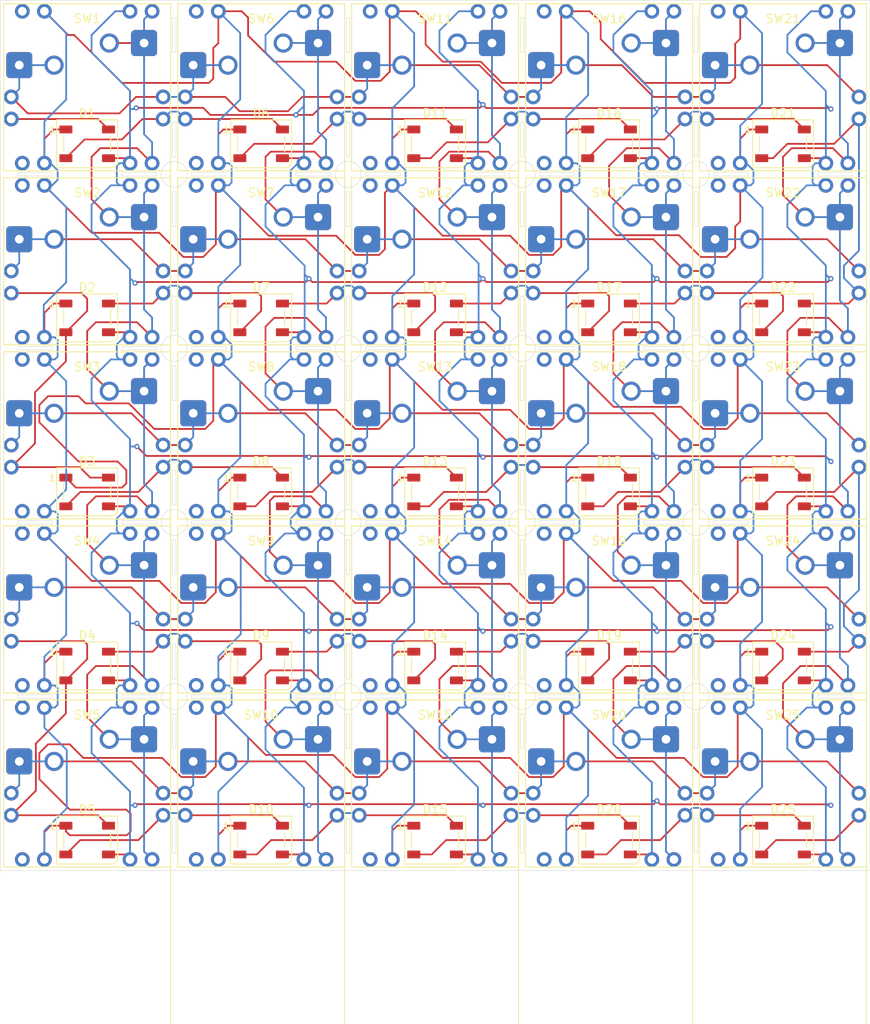
<source format=kicad_pcb>
(kicad_pcb (version 20241229) (generator "pcbnew") (generator_version "9.0")
  (layers (0 "F.Cu" signal) (2 "B.Cu" signal) (13 "F.Paste" user) (15 "B.Paste" user) (5 "F.SilkS" user "F.Silkscreen") (7 "B.SilkS" user "B.Silkscreen") (1 "F.Mask" user) (3 "B.Mask" user) (25 "Edge.Cuts" user))
  (net 0 "")
  (net 1 "Net-(D1-DOUT)")
  (net 2 "Net-(D2-DIN)")
  (net 3 "Net-(D2-DOUT)")
  (net 4 "Net-(D4-DIN)")
  (net 5 "Net-(D3-DOUT)")
  (net 6 "Net-(D4-DOUT)")
  (net 7 "Net-(D19-DIN)")
  (net 8 "Net-(D10-DIN)")
  (net 9 "Net-(D23-DOUT)")
  (net 10 "Net-(D11-DIN)")
  (net 11 "Net-(D12-DOUT)")
  (net 12 "Net-(D13-DIN)")
  (net 13 "Net-(D14-DIN)")
  (net 14 "Net-(D10-DOUT)")
  (net 15 "Net-(D11-DOUT)")
  (net 16 "Net-(D12-DIN)")
  (net 17 "Net-(D13-DOUT)")
  (net 18 "Net-(D14-DOUT)")
  (net 19 "Net-(D15-DOUT)")
  (net 20 "Net-(D16-DOUT)")
  (net 21 "Net-(D17-DIN)")
  (net 22 "Net-(D18-DOUT)")
  (net 23 "Net-(D20-DOUT)")
  (net 24 "Net-(D21-DOUT)")
  (net 25 "Net-(SW1-Pad2)")
  (net 26 "Net-(SW1-Pad1)")
  (net 27 "Net-(SW12-Pad1)")
  (net 28 "Net-(SW13-Pad1)")
  (net 29 "Net-(SW14-Pad1)")
  (net 30 "Net-(SW10-Pad1)")
  (net 31 "Net-(SW10-Pad2)")
  (net 32 "Net-(SW11-Pad2)")
  (net 33 "Net-(SW16-Pad2)")
  (net 34 "Net-(SW21-Pad2)")
  (net 35 "GND")
  (net 36 "VCC")
  (net 37 "Net-(D1-DIN)")
  (net 38 "Net-(D25-DOUT)")
  (footprint "mykbd:seat" (layer "F.Cu") (at 120 60)
    (property "Reference" "SW22")
    (property "Value" "mykbd")
  )
  (footprint "mykbd:seat" (layer "F.Cu") (at 100 60)
    (property "Reference" "SW17")
    (property "Value" "mykbd")
  )
  (footprint "mykbd:seat" (layer "F.Cu") (at 100 80)
    (property "Reference" "SW18")
    (property "Value" "mykbd")
  )
  (footprint "mykbd:seat" (layer "F.Cu") (at 100 100)
    (property "Reference" "SW19")
    (property "Value" "mykbd")
  )
  (footprint "LED_SMD:LED_WS2812B_PLCC4_5.0x5.0mm_P3.2mm" (layer "F.Cu") (at 60 126.5)
    (property "Reference" "D10")
    (property "Value" "WS2812B")
  )
  (footprint "LED_SMD:LED_WS2812B_PLCC4_5.0x5.0mm_P3.2mm" (layer "F.Cu") (at 120 126.5)
    (property "Reference" "D25")
    (property "Value" "WS2812B")
  )
  (footprint "mykbd:seat" (layer "F.Cu") (at 40 60)
    (property "Reference" "SW2")
    (property "Value" "mykbd")
  )
  (footprint "LED_SMD:LED_WS2812B_PLCC4_5.0x5.0mm_P3.2mm" (layer "F.Cu") (at 40 86.5)
    (property "Reference" "D3")
    (property "Value" "WS2812B")
  )
  (footprint "mykbd:seat" (layer "F.Cu") (at 100 40)
    (property "Reference" "SW16")
    (property "Value" "mykbd")
  )
  (footprint "LED_SMD:LED_WS2812B_PLCC4_5.0x5.0mm_P3.2mm" (layer "F.Cu") (at 100 126.5)
    (property "Reference" "D20")
    (property "Value" "WS2812B")
  )
  (footprint "LED_SMD:LED_WS2812B_PLCC4_5.0x5.0mm_P3.2mm" (layer "F.Cu") (at 80 46.5)
    (property "Reference" "D11")
    (property "Value" "WS2812B")
  )
  (footprint "mykbd:seat" (layer "F.Cu") (at 120 120)
    (property "Reference" "SW25")
    (property "Value" "mykbd")
  )
  (footprint "LED_SMD:LED_WS2812B_PLCC4_5.0x5.0mm_P3.2mm" (layer "F.Cu") (at 60 46.5)
    (property "Reference" "D6")
    (property "Value" "WS2812B")
  )
  (footprint "LED_SMD:LED_WS2812B_PLCC4_5.0x5.0mm_P3.2mm" (layer "F.Cu") (at 40 46.5)
    (property "Reference" "D1")
    (property "Value" "WS2812B")
  )
  (footprint "LED_SMD:LED_WS2812B_PLCC4_5.0x5.0mm_P3.2mm" (layer "F.Cu") (at 100 86.5)
    (property "Reference" "D18")
    (property "Value" "WS2812B")
  )
  (footprint "LED_SMD:LED_WS2812B_PLCC4_5.0x5.0mm_P3.2mm" (layer "F.Cu") (at 100 106.5)
    (property "Reference" "D19")
    (property "Value" "WS2812B")
  )
  (footprint "LED_SMD:LED_WS2812B_PLCC4_5.0x5.0mm_P3.2mm" (layer "F.Cu") (at 40 106.5)
    (property "Reference" "D4")
    (property "Value" "WS2812B")
  )
  (footprint "mykbd:seat" (layer "F.Cu") (at 80 80)
    (property "Reference" "SW13")
    (property "Value" "mykbd")
  )
  (footprint "mykbd:seat" (layer "F.Cu") (at 80 100)
    (property "Reference" "SW14")
    (property "Value" "mykbd")
  )
  (footprint "LED_SMD:LED_WS2812B_PLCC4_5.0x5.0mm_P3.2mm" (layer "F.Cu") (at 60 86.5)
    (property "Reference" "D8")
    (property "Value" "WS2812B")
  )
  (footprint "LED_SMD:LED_WS2812B_PLCC4_5.0x5.0mm_P3.2mm" (layer "F.Cu") (at 60 66.5)
    (property "Reference" "D7")
    (property "Value" "WS2812B")
  )
  (footprint "LED_SMD:LED_WS2812B_PLCC4_5.0x5.0mm_P3.2mm" (layer "F.Cu") (at 40 126.5)
    (property "Reference" "D5")
    (property "Value" "WS2812B")
  )
  (footprint "LED_SMD:LED_WS2812B_PLCC4_5.0x5.0mm_P3.2mm" (layer "F.Cu") (at 80 106.5)
    (property "Reference" "D14")
    (property "Value" "WS2812B")
  )
  (footprint "mykbd:seat" (layer "F.Cu") (at 40 100)
    (property "Reference" "SW4")
    (property "Value" "mykbd")
  )
  (footprint "mykbd:seat" (layer "F.Cu") (at 120 80)
    (property "Reference" "SW23")
    (property "Value" "mykbd")
  )
  (footprint "mykbd:seat" (layer "F.Cu") (at 80 60)
    (property "Reference" "SW12")
    (property "Value" "mykbd")
  )
  (footprint "mykbd:seat" (layer "F.Cu") (at 40 40)
    (property "Reference" "SW1")
    (property "Value" "mykbd")
  )
  (footprint "LED_SMD:LED_WS2812B_PLCC4_5.0x5.0mm_P3.2mm" (layer "F.Cu") (at 60 106.5)
    (property "Reference" "D9")
    (property "Value" "WS2812B")
  )
  (footprint "LED_SMD:LED_WS2812B_PLCC4_5.0x5.0mm_P3.2mm" (layer "F.Cu") (at 80 126.5)
    (property "Reference" "D15")
    (property "Value" "WS2812B")
  )
  (footprint "LED_SMD:LED_WS2812B_PLCC4_5.0x5.0mm_P3.2mm" (layer "F.Cu") (at 80 66.5)
    (property "Reference" "D12")
    (property "Value" "WS2812B")
  )
  (footprint "LED_SMD:LED_WS2812B_PLCC4_5.0x5.0mm_P3.2mm" (layer "F.Cu") (at 80 86.5)
    (property "Reference" "D13")
    (property "Value" "WS2812B")
  )
  (footprint "LED_SMD:LED_WS2812B_PLCC4_5.0x5.0mm_P3.2mm" (layer "F.Cu") (at 100 66.5)
    (property "Reference" "D17")
    (property "Value" "WS2812B")
  )
  (footprint "mykbd:seat" (layer "F.Cu") (at 120 40)
    (property "Reference" "SW21")
    (property "Value" "mykbd")
  )
  (footprint "mykbd:seat" (layer "F.Cu") (at 60 40)
    (property "Reference" "SW6")
    (property "Value" "mykbd")
  )
  (footprint "LED_SMD:LED_WS2812B_PLCC4_5.0x5.0mm_P3.2mm" (layer "F.Cu") (at 120 46.5)
    (property "Reference" "D21")
    (property "Value" "WS2812B")
  )
  (footprint "mykbd:seat" (layer "F.Cu") (at 40 120)
    (property "Reference" "SW5")
    (property "Value" "mykbd")
  )
  (footprint "mykbd:seat" (layer "F.Cu") (at 60 120)
    (property "Reference" "SW10")
    (property "Value" "mykbd")
  )
  (footprint "mykbd:seat" (layer "F.Cu") (at 120 100)
    (property "Reference" "SW24")
    (property "Value" "mykbd")
  )
  (footprint "mykbd:seat" (layer "F.Cu") (at 80 120)
    (property "Reference" "SW15")
    (property "Value" "mykbd")
  )
  (footprint "LED_SMD:LED_WS2812B_PLCC4_5.0x5.0mm_P3.2mm" (layer "F.Cu") (at 120 106.5)
    (property "Reference" "D24")
    (property "Value" "WS2812B")
  )
  (footprint "mykbd:seat" (layer "F.Cu") (at 60 100)
    (property "Reference" "SW9")
    (property "Value" "mykbd")
  )
  (footprint "LED_SMD:LED_WS2812B_PLCC4_5.0x5.0mm_P3.2mm" (layer "F.Cu") (at 120 66.5)
    (property "Reference" "D22")
    (property "Value" "WS2812B")
  )
  (footprint "mykbd:seat" (layer "F.Cu") (at 60 60)
    (property "Reference" "SW7")
    (property "Value" "mykbd")
  )
  (footprint "mykbd:seat" (layer "F.Cu") (at 40 80)
    (property "Reference" "SW3")
    (property "Value" "mykbd")
  )
  (footprint "mykbd:seat" (layer "F.Cu") (at 60 80)
    (property "Reference" "SW8")
    (property "Value" "mykbd")
  )
  (footprint "LED_SMD:LED_WS2812B_PLCC4_5.0x5.0mm_P3.2mm" (layer "F.Cu") (at 100 46.5)
    (property "Reference" "D16")
    (property "Value" "WS2812B")
  )
  (footprint "LED_SMD:LED_WS2812B_PLCC4_5.0x5.0mm_P3.2mm" (layer "F.Cu") (at 40 66.5)
    (property "Reference" "D2")
    (property "Value" "WS2812B")
  )
  (footprint "LED_SMD:LED_WS2812B_PLCC4_5.0x5.0mm_P3.2mm" (layer "F.Cu") (at 120 86.5)
    (property "Reference" "D23")
    (property "Value" "WS2812B")
  )
  (footprint "mykbd:seat" (layer "F.Cu") (at 80 40)
    (property "Reference" "SW11")
    (property "Value" "mykbd")
  )
  (footprint "mykbd:seat" (layer "F.Cu") (at 100 120)
    (property "Reference" "SW20")
    (property "Value" "mykbd")
  )
  (gr_rect (start 112 89.8) (end 116 90.2) (stroke (width 0.05)) (fill no) (layer "Edge.Cuts"))
  (gr_circle (center 50 90) (end 51.5 90) (stroke (width 0.05)) (fill no) (layer "Edge.Cuts"))
  (gr_rect (start 109.8 124) (end 110.2 128) (stroke (width 0.05)) (fill no) (layer "Edge.Cuts"))
  (gr_line (start 30 130) (end 130 130) (stroke (width 0.05)) (layer "Edge.Cuts"))
  (gr_rect (start 109.8 104) (end 110.2 108) (stroke (width 0.05)) (fill no) (layer "Edge.Cuts"))
  (gr_rect (start 84 109.8) (end 88 110.2) (stroke (width 0.05)) (fill no) (layer "Edge.Cuts"))
  (gr_rect (start 52 89.8) (end 56 90.2) (stroke (width 0.05)) (fill no) (layer "Edge.Cuts"))
  (gr_rect (start 49.8 124) (end 50.2 128) (stroke (width 0.05)) (fill no) (layer "Edge.Cuts"))
  (gr_rect (start 89.8 124) (end 90.2 128) (stroke (width 0.05)) (fill no) (layer "Edge.Cuts"))
  (gr_rect (start 32 69.8) (end 36 70.2) (stroke (width 0.05)) (fill no) (layer "Edge.Cuts"))
  (gr_rect (start 49.8 92) (end 50.2 96) (stroke (width 0.05)) (fill no) (layer "Edge.Cuts"))
  (gr_rect (start 89.8 72) (end 90.2 76) (stroke (width 0.05)) (fill no) (layer "Edge.Cuts"))
  (gr_rect (start 44 89.8) (end 48 90.2) (stroke (width 0.05)) (fill no) (layer "Edge.Cuts"))
  (gr_rect (start 104 89.8) (end 108 90.2) (stroke (width 0.05)) (fill no) (layer "Edge.Cuts"))
  (gr_rect (start 49.8 52) (end 50.2 56) (stroke (width 0.05)) (fill no) (layer "Edge.Cuts"))
  (gr_rect (start 84 49.8) (end 88 50.2) (stroke (width 0.05)) (fill no) (layer "Edge.Cuts"))
  (gr_rect (start 112 69.8) (end 116 70.2) (stroke (width 0.05)) (fill no) (layer "Edge.Cuts"))
  (gr_circle (center 110 90) (end 111.5 90) (stroke (width 0.05)) (fill no) (layer "Edge.Cuts"))
  (gr_rect (start 32 109.8) (end 36 110.2) (stroke (width 0.05)) (fill no) (layer "Edge.Cuts"))
  (gr_rect (start 84 69.8) (end 88 70.2) (stroke (width 0.05)) (fill no) (layer "Edge.Cuts"))
  (gr_rect (start 69.8 72) (end 70.2 76) (stroke (width 0.05)) (fill no) (layer "Edge.Cuts"))
  (gr_rect (start 112 49.8) (end 116 50.2) (stroke (width 0.05)) (fill no) (layer "Edge.Cuts"))
  (gr_rect (start 124 49.8) (end 128 50.2) (stroke (width 0.05)) (fill no) (layer "Edge.Cuts"))
  (gr_rect (start 112 109.8) (end 116 110.2) (stroke (width 0.05)) (fill no) (layer "Edge.Cuts"))
  (gr_circle (center 50 70) (end 51.5 70) (stroke (width 0.05)) (fill no) (layer "Edge.Cuts"))
  (gr_rect (start 69.8 92) (end 70.2 96) (stroke (width 0.05)) (fill no) (layer "Edge.Cuts"))
  (gr_rect (start 104 69.8) (end 108 70.2) (stroke (width 0.05)) (fill no) (layer "Edge.Cuts"))
  (gr_rect (start 124 109.8) (end 128 110.2) (stroke (width 0.05)) (fill no) (layer "Edge.Cuts"))
  (gr_rect (start 52 49.8) (end 56 50.2) (stroke (width 0.05)) (fill no) (layer "Edge.Cuts"))
  (gr_rect (start 52 109.8) (end 56 110.2) (stroke (width 0.05)) (fill no) (layer "Edge.Cuts"))
  (gr_rect (start 92 89.8) (end 96 90.2) (stroke (width 0.05)) (fill no) (layer "Edge.Cuts"))
  (gr_rect (start 44 49.8) (end 48 50.2) (stroke (width 0.05)) (fill no) (layer "Edge.Cuts"))
  (gr_rect (start 89.8 44) (end 90.2 48) (stroke (width 0.05)) (fill no) (layer "Edge.Cuts"))
  (gr_circle (center 110 110) (end 111.5 110) (stroke (width 0.05)) (fill no) (layer "Edge.Cuts"))
  (gr_rect (start 104 109.8) (end 108 110.2) (stroke (width 0.05)) (fill no) (layer "Edge.Cuts"))
  (gr_rect (start 49.8 104) (end 50.2 108) (stroke (width 0.05)) (fill no) (layer "Edge.Cuts"))
  (gr_line (start 130 130) (end 130 30) (stroke (width 0.05)) (layer "Edge.Cuts"))
  (gr_rect (start 69.8 32) (end 70.2 36) (stroke (width 0.05)) (fill no) (layer "Edge.Cuts"))
  (gr_rect (start 69.8 112) (end 70.2 116) (stroke (width 0.05)) (fill no) (layer "Edge.Cuts"))
  (gr_rect (start 69.8 124) (end 70.2 128) (stroke (width 0.05)) (fill no) (layer "Edge.Cuts"))
  (gr_rect (start 89.8 32) (end 90.2 36) (stroke (width 0.05)) (fill no) (layer "Edge.Cuts"))
  (gr_rect (start 89.8 64) (end 90.2 68) (stroke (width 0.05)) (fill no) (layer "Edge.Cuts"))
  (gr_rect (start 72 109.8) (end 76 110.2) (stroke (width 0.05)) (fill no) (layer "Edge.Cuts"))
  (gr_rect (start 49.8 112) (end 50.2 116) (stroke (width 0.05)) (fill no) (layer "Edge.Cuts"))
  (gr_circle (center 70 70) (end 71.5 70) (stroke (width 0.05)) (fill no) (layer "Edge.Cuts"))
  (gr_rect (start 109.8 44) (end 110.2 48) (stroke (width 0.05)) (fill no) (layer "Edge.Cuts"))
  (gr_circle (center 110 50) (end 111.5 50) (stroke (width 0.05)) (fill no) (layer "Edge.Cuts"))
  (gr_circle (center 70 50) (end 71.5 50) (stroke (width 0.05)) (fill no) (layer "Edge.Cuts"))
  (gr_rect (start 69.8 44) (end 70.2 48) (stroke (width 0.05)) (fill no) (layer "Edge.Cuts"))
  (gr_rect (start 69.8 104) (end 70.2 108) (stroke (width 0.05)) (fill no) (layer "Edge.Cuts"))
  (gr_line (start 130 30) (end 30 30) (stroke (width 0.05)) (layer "Edge.Cuts"))
  (gr_rect (start 109.8 72) (end 110.2 76) (stroke (width 0.05)) (fill no) (layer "Edge.Cuts"))
  (gr_circle (center 90 70) (end 91.5 70) (stroke (width 0.05)) (fill no) (layer "Edge.Cuts"))
  (gr_rect (start 69.8 64) (end 70.2 68) (stroke (width 0.05)) (fill no) (layer "Edge.Cuts"))
  (gr_rect (start 109.8 52) (end 110.2 56) (stroke (width 0.05)) (fill no) (layer "Edge.Cuts"))
  (gr_rect (start 124 69.8) (end 128 70.2) (stroke (width 0.05)) (fill no) (layer "Edge.Cuts"))
  (gr_rect (start 92 49.8) (end 96 50.2) (stroke (width 0.05)) (fill no) (layer "Edge.Cuts"))
  (gr_rect (start 52 69.8) (end 56 70.2) (stroke (width 0.05)) (fill no) (layer "Edge.Cuts"))
  (gr_circle (center 90 110) (end 91.5 110) (stroke (width 0.05)) (fill no) (layer "Edge.Cuts"))
  (gr_rect (start 109.8 64) (end 110.2 68) (stroke (width 0.05)) (fill no) (layer "Edge.Cuts"))
  (gr_rect (start 69.8 52) (end 70.2 56) (stroke (width 0.05)) (fill no) (layer "Edge.Cuts"))
  (gr_rect (start 124 89.8) (end 128 90.2) (stroke (width 0.05)) (fill no) (layer "Edge.Cuts"))
  (gr_rect (start 84 89.8) (end 88 90.2) (stroke (width 0.05)) (fill no) (layer "Edge.Cuts"))
  (gr_rect (start 49.8 64) (end 50.2 68) (stroke (width 0.05)) (fill no) (layer "Edge.Cuts"))
  (gr_circle (center 50 110) (end 51.5 110) (stroke (width 0.05)) (fill no) (layer "Edge.Cuts"))
  (gr_rect (start 44 69.8) (end 48 70.2) (stroke (width 0.05)) (fill no) (layer "Edge.Cuts"))
  (gr_circle (center 70 90) (end 71.5 90) (stroke (width 0.05)) (fill no) (layer "Edge.Cuts"))
  (gr_rect (start 89.8 84) (end 90.2 88) (stroke (width 0.05)) (fill no) (layer "Edge.Cuts"))
  (gr_rect (start 49.8 84) (end 50.2 88) (stroke (width 0.05)) (fill no) (layer "Edge.Cuts"))
  (gr_rect (start 32 49.8) (end 36 50.2) (stroke (width 0.05)) (fill no) (layer "Edge.Cuts"))
  (gr_rect (start 72 69.8) (end 76 70.2) (stroke (width 0.05)) (fill no) (layer "Edge.Cuts"))
  (gr_circle (center 90 90) (end 91.5 90) (stroke (width 0.05)) (fill no) (layer "Edge.Cuts"))
  (gr_circle (center 70 110) (end 71.5 110) (stroke (width 0.05)) (fill no) (layer "Edge.Cuts"))
  (gr_rect (start 69.8 84) (end 70.2 88) (stroke (width 0.05)) (fill no) (layer "Edge.Cuts"))
  (gr_rect (start 32 89.8) (end 36 90.2) (stroke (width 0.05)) (fill no) (layer "Edge.Cuts"))
  (gr_circle (center 90 50) (end 91.5 50) (stroke (width 0.05)) (fill no) (layer "Edge.Cuts"))
  (gr_rect (start 89.8 112) (end 90.2 116) (stroke (width 0.05)) (fill no) (layer "Edge.Cuts"))
  (gr_rect (start 49.8 72) (end 50.2 76) (stroke (width 0.05)) (fill no) (layer "Edge.Cuts"))
  (gr_rect (start 89.8 92) (end 90.2 96) (stroke (width 0.05)) (fill no) (layer "Edge.Cuts"))
  (gr_rect (start 64 89.8) (end 68 90.2) (stroke (width 0.05)) (fill no) (layer "Edge.Cuts"))
  (gr_rect (start 72 49.8) (end 76 50.2) (stroke (width 0.05)) (fill no) (layer "Edge.Cuts"))
  (gr_rect (start 109.8 112) (end 110.2 116) (stroke (width 0.05)) (fill no) (layer "Edge.Cuts"))
  (gr_rect (start 49.8 44) (end 50.2 48) (stroke (width 0.05)) (fill no) (layer "Edge.Cuts"))
  (gr_rect (start 104 49.8) (end 108 50.2) (stroke (width 0.05)) (fill no) (layer "Edge.Cuts"))
  (gr_rect (start 92 109.8) (end 96 110.2) (stroke (width 0.05)) (fill no) (layer "Edge.Cuts"))
  (gr_rect (start 64 109.8) (end 68 110.2) (stroke (width 0.05)) (fill no) (layer "Edge.Cuts"))
  (gr_rect (start 109.8 84) (end 110.2 88) (stroke (width 0.05)) (fill no) (layer "Edge.Cuts"))
  (gr_rect (start 89.8 104) (end 90.2 108) (stroke (width 0.05)) (fill no) (layer "Edge.Cuts"))
  (gr_rect (start 92 69.8) (end 96 70.2) (stroke (width 0.05)) (fill no) (layer "Edge.Cuts"))
  (gr_line (start 30 30) (end 30 130) (stroke (width 0.05)) (layer "Edge.Cuts"))
  (gr_circle (center 50 50) (end 51.5 50) (stroke (width 0.05)) (fill no) (layer "Edge.Cuts"))
  (gr_rect (start 72 89.8) (end 76 90.2) (stroke (width 0.05)) (fill no) (layer "Edge.Cuts"))
  (gr_rect (start 89.8 52) (end 90.2 56) (stroke (width 0.05)) (fill no) (layer "Edge.Cuts"))
  (gr_rect (start 109.8 92) (end 110.2 96) (stroke (width 0.05)) (fill no) (layer "Edge.Cuts"))
  (gr_rect (start 44 109.8) (end 48 110.2) (stroke (width 0.05)) (fill no) (layer "Edge.Cuts"))
  (gr_circle (center 110 70) (end 111.5 70) (stroke (width 0.05)) (fill no) (layer "Edge.Cuts"))
  (gr_rect (start 64 49.8) (end 68 50.2) (stroke (width 0.05)) (fill no) (layer "Edge.Cuts"))
  (gr_rect (start 64 69.8) (end 68 70.2) (stroke (width 0.05)) (fill no) (layer "Edge.Cuts"))
  (gr_rect (start 109.8 32) (end 110.2 36) (stroke (width 0.05)) (fill no) (layer "Edge.Cuts"))
  (gr_rect (start 49.8 32) (end 50.2 36) (stroke (width 0.05)) (fill no) (layer "Edge.Cuts"))
  (segment (start 37.55 48.15) (end 39.7 46) (width 0.2) (layer "F.Cu") (net 1))
  (segment (start 39.7 46) (end 44 46) (width 0.2) (layer "F.Cu") (net 1))
  (segment (start 44 46) (end 46.35 43.65) (width 0.2) (layer "F.Cu") (net 1))
  (segment (start 61.25 43.65) (end 62.45 44.85) (width 0.2) (layer "F.Cu") (net 1))
  (segment (start 46.35 43.65) (end 48.73 43.65) (width 0.2) (layer "F.Cu") (net 1))
  (segment (start 51.27 43.65) (end 61.25 43.65) (width 0.2) (layer "F.Cu") (net 1))
  (segment (start 49.58 42.8) (end 50.42 42.8) (width 0.2) (layer "B.Cu") (net 1))
  (segment (start 48.73 43.65) (end 49.58 42.8) (width 0.2) (layer "B.Cu") (net 1))
  (segment (start 50.42 42.8) (end 51.27 43.65) (width 0.2) (layer "B.Cu") (net 1))
  (segment (start 60 64) (end 60 65.7) (width 0.2) (layer "F.Cu") (net 2))
  (segment (start 60 65.7) (end 57.55 68.15) (width 0.2) (layer "F.Cu") (net 2))
  (segment (start 59.65 63.65) (end 60 64) (width 0.2) (layer "F.Cu") (net 2))
  (segment (start 47.53 64.85) (end 48.73 63.65) (width 0.2) (layer "F.Cu") (net 2))
  (segment (start 51.27 63.65) (end 59.65 63.65) (width 0.2) (layer "F.Cu") (net 2))
  (segment (start 42.45 64.85) (end 47.53 64.85) (width 0.2) (layer "F.Cu") (net 2))
  (segment (start 49.58 62.8) (end 48.73 63.65) (width 0.2) (layer "B.Cu") (net 2))
  (segment (start 51.27 63.65) (end 50.42 62.8) (width 0.2) (layer "B.Cu") (net 2))
  (segment (start 50.42 62.8) (end 49.58 62.8) (width 0.2) (layer "B.Cu") (net 2))
  (segment (start 39.15 83.65) (end 39.5 84) (width 0.2) (layer "F.Cu") (net 3))
  (segment (start 40.35 84.85) (end 42.45 84.85) (width 0.2) (layer "F.Cu") (net 3))
  (segment (start 39.5 84) (end 40.35 84.85) (width 0.2) (layer "F.Cu") (net 3))
  (segment (start 40 64.3) (end 39.35 63.65) (width 0.2) (layer "F.Cu") (net 3))
  (segment (start 34 75.040722) (end 34 80.92) (width 0.2) (layer "F.Cu") (net 3))
  (segment (start 37.55 71.490722) (end 34 75.040722) (width 0.2) (layer "F.Cu") (net 3))
  (segment (start 37.55 68.15) (end 37.55 71.490722) (width 0.2) (layer "F.Cu") (net 3))
  (segment (start 31.27 83.65) (end 39.15 83.65) (width 0.2) (layer "F.Cu") (net 3))
  (segment (start 34 80.92) (end 31.27 83.65) (width 0.2) (layer "F.Cu") (net 3))
  (segment (start 39.35 63.65) (end 31.27 63.65) (width 0.2) (layer "F.Cu") (net 3))
  (segment (start 37.55 68.15) (end 40 65.7) (width 0.2) (layer "F.Cu") (net 3))
  (segment (start 40 65.7) (end 40 64.3) (width 0.2) (layer "F.Cu") (net 3))
  (segment (start 60 104) (end 60 105.7) (width 0.2) (layer "F.Cu") (net 4))
  (segment (start 59.65 103.65) (end 60 104) (width 0.2) (layer "F.Cu") (net 4))
  (segment (start 60 105.7) (end 57.55 108.15) (width 0.2) (layer "F.Cu") (net 4))
  (segment (start 47.53 104.85) (end 48.73 103.65) (width 0.2) (layer "F.Cu") (net 4))
  (segment (start 51.27 103.65) (end 59.65 103.65) (width 0.2) (layer "F.Cu") (net 4))
  (segment (start 42.45 104.85) (end 47.53 104.85) (width 0.2) (layer "F.Cu") (net 4))
  (segment (start 49.58 102.8) (end 50.42 102.8) (width 0.2) (layer "B.Cu") (net 4))
  (segment (start 50.42 102.8) (end 51.27 103.65) (width 0.2) (layer "B.Cu") (net 4))
  (segment (start 48.73 103.65) (end 49.58 102.8) (width 0.2) (layer "B.Cu") (net 4))
  (segment (start 39.2 86.5) (end 45.88 86.5) (width 0.2) (layer "F.Cu") (net 5))
  (segment (start 61.25 83.65) (end 51.27 83.65) (width 0.2) (layer "F.Cu") (net 5))
  (segment (start 62.45 84.85) (end 61.25 83.65) (width 0.2) (layer "F.Cu") (net 5))
  (segment (start 45.88 86.5) (end 48.73 83.65) (width 0.2) (layer "F.Cu") (net 5))
  (segment (start 37.55 88.15) (end 39.2 86.5) (width 0.2) (layer "F.Cu") (net 5))
  (segment (start 50.42 82.8) (end 51.27 83.65) (width 0.2) (layer "B.Cu") (net 5))
  (segment (start 49.58 82.8) (end 50.42 82.8) (width 0.2) (layer "B.Cu") (net 5))
  (segment (start 48.73 83.65) (end 49.58 82.8) (width 0.2) (layer "B.Cu") (net 5))
  (segment (start 37.55 111.95) (end 34.099 115.401) (width 0.2) (layer "F.Cu") (net 6))
  (segment (start 40 105.7) (end 37.55 108.15) (width 0.2) (layer "F.Cu") (net 6))
  (segment (start 39.65 103.65) (end 40 104) (width 0.2) (layer "F.Cu") (net 6))
  (segment (start 34.099 115.401) (end 34.099 120.821) (width 0.2) (layer "F.Cu") (net 6))
  (segment (start 40 104) (end 40 105.7) (width 0.2) (layer "F.Cu") (net 6))
  (segment (start 37.55 108.15) (end 37.55 111.95) (width 0.2) (layer "F.Cu") (net 6))
  (segment (start 31.27 103.65) (end 39.65 103.65) (width 0.2) (layer "F.Cu") (net 6))
  (segment (start 41.25 123.65) (end 31.27 123.65) (width 0.2) (layer "F.Cu") (net 6))
  (segment (start 42.45 124.85) (end 41.25 123.65) (width 0.2) (layer "F.Cu") (net 6))
  (segment (start 34.099 120.821) (end 31.27 123.65) (width 0.2) (layer "F.Cu") (net 6))
  (segment (start 107.53 104.85) (end 108.73 103.65) (width 0.2) (layer "F.Cu") (net 7))
  (segment (start 102.45 104.85) (end 107.53 104.85) (width 0.2) (layer "F.Cu") (net 7))
  (segment (start 119.0829 103.65) (end 119.96645 104.53355) (width 0.2) (layer "F.Cu") (net 7))
  (segment (start 119.96645 105.73355) (end 117.55 108.15) (width 0.2) (layer "F.Cu") (net 7))
  (segment (start 119.96645 104.53355) (end 119.96645 105.73355) (width 0.2) (layer "F.Cu") (net 7))
  (segment (start 111.27 103.65) (end 119.0829 103.65) (width 0.2) (layer "F.Cu") (net 7))
  (segment (start 109.58 102.8) (end 108.73 103.65) (width 0.2) (layer "B.Cu") (net 7))
  (segment (start 110.42 102.8) (end 109.58 102.8) (width 0.2) (layer "B.Cu") (net 7))
  (segment (start 111.27 103.65) (end 110.42 102.8) (width 0.2) (layer "B.Cu") (net 7))
  (segment (start 51.27 123.65) (end 61.25 123.65) (width 0.2) (layer "F.Cu") (net 8))
  (segment (start 37.55 128.15) (end 39.2 126.5) (width 0.2) (layer "F.Cu") (net 8))
  (segment (start 61.25 123.65) (end 62.45 124.85) (width 0.2) (layer "F.Cu") (net 8))
  (segment (start 45.88 126.5) (end 48.73 123.65) (width 0.2) (layer "F.Cu") (net 8))
  (segment (start 39.2 126.5) (end 45.88 126.5) (width 0.2) (layer "F.Cu") (net 8))
  (segment (start 48.981 123.399) (end 51.019 123.399) (width 0.2) (layer "B.Cu") (net 8))
  (segment (start 48.73 123.65) (end 48.981 123.399) (width 0.2) (layer "B.Cu") (net 8))
  (segment (start 51.019 123.399) (end 51.27 123.65) (width 0.2) (layer "B.Cu") (net 8))
  (segment (start 127.53 104.85) (end 122.45 104.85) (width 0.2) (layer "F.Cu") (net 9))
  (segment (start 117.55 88.15) (end 119.2 86.5) (width 0.2) (layer "F.Cu") (net 9))
  (segment (start 128.73 103.65) (end 127.53 104.85) (width 0.2) (layer "F.Cu") (net 9))
  (segment (start 119.2 86.5) (end 125.88 86.5) (width 0.2) (layer "F.Cu") (net 9))
  (segment (start 125.88 86.5) (end 128.73 83.65) (width 0.2) (layer "F.Cu") (net 9))
  (segment (start 127 99.5) (end 127 101.92) (width 0.2) (layer "B.Cu") (net 9))
  (segment (start 127 101.92) (end 128.73 103.65) (width 0.2) (layer "B.Cu") (net 9))
  (segment (start 128.73 97.77) (end 127 99.5) (width 0.2) (layer "B.Cu") (net 9))
  (segment (start 128.73 83.65) (end 128.73 97.77) (width 0.2) (layer "B.Cu") (net 9))
  (segment (start 59.2 46.5) (end 65.88 46.5) (width 0.2) (layer "F.Cu") (net 10))
  (segment (start 81.25 43.65) (end 82.45 44.85) (width 0.2) (layer "F.Cu") (net 10))
  (segment (start 65.88 46.5) (end 68.73 43.65) (width 0.2) (layer "F.Cu") (net 10))
  (segment (start 71.27 43.65) (end 81.25 43.65) (width 0.2) (layer "F.Cu") (net 10))
  (segment (start 57.55 48.15) (end 59.2 46.5) (width 0.2) (layer "F.Cu") (net 10))
  (segment (start 70.42 42.8) (end 71.27 43.65) (width 0.2) (layer "B.Cu") (net 10))
  (segment (start 68.73 43.65) (end 69.58 42.8) (width 0.2) (layer "B.Cu") (net 10))
  (segment (start 69.58 42.8) (end 70.42 42.8) (width 0.2) (layer "B.Cu") (net 10))
  (segment (start 62.45 64.85) (end 65.15 64.85) (width 0.2) (layer "F.Cu") (net 11))
  (segment (start 79.65 63.65) (end 80 64) (width 0.2) (layer "F.Cu") (net 11))
  (segment (start 68.73 63.65) (end 67.53 64.85) (width 0.2) (layer "F.Cu") (net 11))
  (segment (start 67.53 64.85) (end 62.45 64.85) (width 0.2) (layer "F.Cu") (net 11))
  (segment (start 71.27 63.65) (end 79.65 63.65) (width 0.2) (layer "F.Cu") (net 11))
  (segment (start 80 64) (end 80 65.7) (width 0.2) (layer "F.Cu") (net 11))
  (segment (start 80 65.7) (end 77.55 68.15) (width 0.2) (layer "F.Cu") (net 11))
  (segment (start 69.58 62.8) (end 68.73 63.65) (width 0.2) (layer "B.Cu") (net 11))
  (segment (start 70.42 62.8) (end 69.58 62.8) (width 0.2) (layer "B.Cu") (net 11))
  (segment (start 71.27 63.65) (end 70.42 62.8) (width 0.2) (layer "B.Cu") (net 11))
  (segment (start 81.25 83.65) (end 82.45 84.85) (width 0.2) (layer "F.Cu") (net 12))
  (segment (start 59.335537 88.15) (end 60.985537 86.5) (width 0.2) (layer "F.Cu") (net 12))
  (segment (start 71.27 83.65) (end 81.25 83.65) (width 0.2) (layer "F.Cu") (net 12))
  (segment (start 64 86.5) (end 64.101 86.5) (width 0.2) (layer "F.Cu") (net 12))
  (segment (start 65.88 86.5) (end 64 86.5) (width 0.2) (layer "F.Cu") (net 12))
  (segment (start 60.985537 86.5) (end 64 86.5) (width 0.2) (layer "F.Cu") (net 12))
  (segment (start 68.73 83.65) (end 65.88 86.5) (width 0.2) (layer "F.Cu") (net 12))
  (segment (start 57.55 88.15) (end 59.335537 88.15) (width 0.2) (layer "F.Cu") (net 12))
  (segment (start 69.58 82.8) (end 68.73 83.65) (width 0.2) (layer "B.Cu") (net 12))
  (segment (start 70.42 82.8) (end 69.58 82.8) (width 0.2) (layer "B.Cu") (net 12))
  (segment (start 71.27 83.65) (end 70.42 82.8) (width 0.2) (layer "B.Cu") (net 12))
  (segment (start 100 105.7) (end 97.55 108.15) (width 0.2) (layer "F.Cu") (net 13))
  (segment (start 87.53 104.85) (end 82.45 104.85) (width 0.2) (layer "F.Cu") (net 13))
  (segment (start 91.27 103.65) (end 99.65 103.65) (width 0.2) (layer "F.Cu") (net 13))
  (segment (start 88.73 103.65) (end 87.53 104.85) (width 0.2) (layer "F.Cu") (net 13))
  (segment (start 99.65 103.65) (end 100 104) (width 0.2) (layer "F.Cu") (net 13))
  (segment (start 100 104) (end 100 105.7) (width 0.2) (layer "F.Cu") (net 13))
  (segment (start 89.58 102.8) (end 88.73 103.65) (width 0.2) (layer "B.Cu") (net 13))
  (segment (start 90.42 102.8) (end 89.58 102.8) (width 0.2) (layer "B.Cu") (net 13))
  (segment (start 91.27 103.65) (end 90.42 102.8) (width 0.2) (layer "B.Cu") (net 13))
  (segment (start 64.5 126.5) (end 65.88 126.5) (width 0.2) (layer "F.Cu") (net 14))
  (segment (start 57.55 128.15) (end 59.5 128.15) (width 0.2) (layer "F.Cu") (net 14))
  (segment (start 59.5 128.15) (end 61.15 126.5) (width 0.2) (layer "F.Cu") (net 14))
  (segment (start 65.88 126.5) (end 68.73 123.65) (width 0.2) (layer "F.Cu") (net 14))
  (segment (start 71.27 123.65) (end 81.25 123.65) (width 0.2) (layer "F.Cu") (net 14))
  (segment (start 81.25 123.65) (end 82.45 124.85) (width 0.2) (layer "F.Cu") (net 14))
  (segment (start 61.15 126.5) (end 64.5 126.5) (width 0.2) (layer "F.Cu") (net 14))
  (segment (start 68.981 123.399) (end 71.019 123.399) (width 0.2) (layer "B.Cu") (net 14))
  (segment (start 68.73 123.65) (end 68.981 123.399) (width 0.2) (layer "B.Cu") (net 14))
  (segment (start 71.019 123.399) (end 71.27 123.65) (width 0.2) (layer "B.Cu") (net 14))
  (segment (start 77.55 48.15) (end 79.5 48.15) (width 0.2) (layer "F.Cu") (net 15))
  (segment (start 101.25 43.65) (end 102.45 44.85) (width 0.2) (layer "F.Cu") (net 15))
  (segment (start 79.5 48.15) (end 81.325 46.325) (width 0.2) (layer "F.Cu") (net 15))
  (segment (start 91.27 43.65) (end 101.25 43.65) (width 0.2) (layer "F.Cu") (net 15))
  (segment (start 86.055 46.325) (end 88.73 43.65) (width 0.2) (layer "F.Cu") (net 15))
  (segment (start 81.325 46.325) (end 86.055 46.325) (width 0.2) (layer "F.Cu") (net 15))
  (segment (start 89.58 42.8) (end 90.42 42.8) (width 0.2) (layer "B.Cu") (net 15))
  (segment (start 88.73 43.65) (end 89.58 42.8) (width 0.2) (layer "B.Cu") (net 15))
  (segment (start 90.42 42.8) (end 91.27 43.65) (width 0.2) (layer "B.Cu") (net 15))
  (segment (start 100 64) (end 100 65.7) (width 0.2) (layer "F.Cu") (net 16))
  (segment (start 99.65 63.65) (end 100 64) (width 0.2) (layer "F.Cu") (net 16))
  (segment (start 87.53 64.85) (end 88.73 63.65) (width 0.2) (layer "F.Cu") (net 16))
  (segment (start 100 65.7) (end 97.55 68.15) (width 0.2) (layer "F.Cu") (net 16))
  (segment (start 91.27 63.65) (end 99.65 63.65) (width 0.2) (layer "F.Cu") (net 16))
  (segment (start 82.45 64.85) (end 87.53 64.85) (width 0.2) (layer "F.Cu") (net 16))
  (segment (start 91.27 63.65) (end 90.42 62.8) (width 0.2) (layer "B.Cu") (net 16))
  (segment (start 89.58 62.8) (end 88.73 63.65) (width 0.2) (layer "B.Cu") (net 16))
  (segment (start 90.42 62.8) (end 89.58 62.8) (width 0.2) (layer "B.Cu") (net 16))
  (segment (start 85.88 86.5) (end 88.73 83.65) (width 0.2) (layer "F.Cu") (net 17))
  (segment (start 102.45 84.85) (end 101.25 83.65) (width 0.2) (layer "F.Cu") (net 17))
  (segment (start 81 86.5) (end 85.88 86.5) (width 0.2) (layer "F.Cu") (net 17))
  (segment (start 101.25 83.65) (end 91.27 83.65) (width 0.2) (layer "F.Cu") (net 17))
  (segment (start 77.55 88.15) (end 79.35 88.15) (width 0.2) (layer "F.Cu") (net 17))
  (segment (start 79.35 88.15) (end 81 86.5) (width 0.2) (layer "F.Cu") (net 17))
  (segment (start 91.019 83.399) (end 91.27 83.65) (width 0.2) (layer "B.Cu") (net 17))
  (segment (start 88.981 83.399) (end 91.019 83.399) (width 0.2) (layer "B.Cu") (net 17))
  (segment (start 88.73 83.65) (end 88.981 83.399) (width 0.2) (layer "B.Cu") (net 17))
  (segment (start 79.65 103.65) (end 80 104) (width 0.2) (layer "F.Cu") (net 18))
  (segment (start 71.27 103.65) (end 79.65 103.65) (width 0.2) (layer "F.Cu") (net 18))
  (segment (start 80 105.7) (end 77.55 108.15) (width 0.2) (layer "F.Cu") (net 18))
  (segment (start 62.45 104.85) (end 67.53 104.85) (width 0.2) (layer "F.Cu") (net 18))
  (segment (start 67.53 104.85) (end 68.73 103.65) (width 0.2) (layer "F.Cu") (net 18))
  (segment (start 80 104) (end 80 105.7) (width 0.2) (layer "F.Cu") (net 18))
  (segment (start 69.58 102.8) (end 68.73 103.65) (width 0.2) (layer "B.Cu") (net 18))
  (segment (start 71.27 103.65) (end 70.42 102.8) (width 0.2) (layer "B.Cu") (net 18))
  (segment (start 70.42 102.8) (end 69.58 102.8) (width 0.2) (layer "B.Cu") (net 18))
  (segment (start 84.5 126.5) (end 85.88 126.5) (width 0.2) (layer "F.Cu") (net 19))
  (segment (start 102.45 124.85) (end 101.25 123.65) (width 0.2) (layer "F.Cu") (net 19))
  (segment (start 77.55 128.15) (end 79.612274 128.15) (width 0.2) (layer "F.Cu") (net 19))
  (segment (start 85.88 126.5) (end 88.73 123.65) (width 0.2) (layer "F.Cu") (net 19))
  (segment (start 101.25 123.65) (end 91.27 123.65) (width 0.2) (layer "F.Cu") (net 19))
  (segment (start 81.262274 126.5) (end 84.5 126.5) (width 0.2) (layer "F.Cu") (net 19))
  (segment (start 79.612274 128.15) (end 81.262274 126.5) (width 0.2) (layer "F.Cu") (net 19))
  (segment (start 88.73 123.65) (end 88.981 123.399) (width 0.2) (layer "B.Cu") (net 19))
  (segment (start 88.981 123.399) (end 91.019 123.399) (width 0.2) (layer "B.Cu") (net 19))
  (segment (start 91.019 123.399) (end 91.27 123.65) (width 0.2) (layer "B.Cu") (net 19))
  (segment (start 99.7 46) (end 97.55 48.15) (width 0.2) (layer "F.Cu") (net 20))
  (segment (start 108.73 43.65) (end 106.38 46) (width 0.2) (layer "F.Cu") (net 20))
  (segment (start 106.38 46) (end 99.7 46) (width 0.2) (layer "F.Cu") (net 20))
  (segment (start 111.27 43.65) (end 121.25 43.65) (width 0.2) (layer "F.Cu") (net 20))
  (segment (start 121.25 43.65) (end 122.45 44.85) (width 0.2) (layer "F.Cu") (net 20))
  (segment (start 110.42 42.8) (end 111.27 43.65) (width 0.2) (layer "B.Cu") (net 20))
  (segment (start 108.73 43.65) (end 109.58 42.8) (width 0.2) (layer "B.Cu") (net 20))
  (segment (start 109.58 42.8) (end 110.42 42.8) (width 0.2) (layer "B.Cu") (net 20))
  (segment (start 120 65.7) (end 117.55 68.15) (width 0.2) (layer "F.Cu") (net 21))
  (segment (start 111.27 63.65) (end 119.65 63.65) (width 0.2) (layer "F.Cu") (net 21))
  (segment (start 120 64) (end 120 65.7) (width 0.2) (layer "F.Cu") (net 21))
  (segment (start 119.65 63.65) (end 120 64) (width 0.2) (layer "F.Cu") (net 21))
  (segment (start 107.53 64.85) (end 102.45 64.85) (width 0.2) (layer "F.Cu") (net 21))
  (segment (start 108.73 63.65) (end 107.53 64.85) (width 0.2) (layer "F.Cu") (net 21))
  (segment (start 111.27 63.65) (end 110.42 62.8) (width 0.2) (layer "B.Cu") (net 21))
  (segment (start 110.42 62.8) (end 109.58 62.8) (width 0.2) (layer "B.Cu") (net 21))
  (segment (start 109.58 62.8) (end 108.73 63.65) (width 0.2) (layer "B.Cu") (net 21))
  (segment (start 101.012274 86.5) (end 105.88 86.5) (width 0.2) (layer "F.Cu") (net 22))
  (segment (start 105.88 86.5) (end 108.73 83.65) (width 0.2) (layer "F.Cu") (net 22))
  (segment (start 97.55 88.15) (end 99.362274 88.15) (width 0.2) (layer "F.Cu") (net 22))
  (segment (start 122.45 84.85) (end 121.25 83.65) (width 0.2) (layer "F.Cu") (net 22))
  (segment (start 99.362274 88.15) (end 101.012274 86.5) (width 0.2) (layer "F.Cu") (net 22))
  (segment (start 121.25 83.65) (end 111.27 83.65) (width 0.2) (layer "F.Cu") (net 22))
  (segment (start 108.73 83.65) (end 109.58 82.8) (width 0.2) (layer "B.Cu") (net 22))
  (segment (start 110.42 82.8) (end 111.27 83.65) (width 0.2) (layer "B.Cu") (net 22))
  (segment (start 109.58 82.8) (end 110.42 82.8) (width 0.2) (layer "B.Cu") (net 22))
  (segment (start 101.3671 126.5) (end 104 126.5) (width 0.2) (layer "F.Cu") (net 23))
  (segment (start 121.25 123.65) (end 122.45 124.85) (width 0.2) (layer "F.Cu") (net 23))
  (segment (start 104 126.5) (end 105.88 126.5) (width 0.2) (layer "F.Cu") (net 23))
  (segment (start 97.55 128.15) (end 99.7171 128.15) (width 0.2) (layer "F.Cu") (net 23))
  (segment (start 111.27 123.65) (end 121.25 123.65) (width 0.2) (layer "F.Cu") (net 23))
  (segment (start 99.7171 128.15) (end 101.3671 126.5) (width 0.2) (layer "F.Cu") (net 23))
  (segment (start 105.88 126.5) (end 108.73 123.65) (width 0.2) (layer "F.Cu") (net 23))
  (segment (start 110.42 122.8) (end 109.58 122.8) (width 0.2) (layer "B.Cu") (net 23))
  (segment (start 111.27 123.65) (end 110.42 122.8) (width 0.2) (layer "B.Cu") (net 23))
  (segment (start 109.58 122.8) (end 108.73 123.65) (width 0.2) (layer "B.Cu") (net 23))
  (segment (start 125.88 46.5) (end 128.73 43.65) (width 0.2) (layer "F.Cu") (net 24))
  (segment (start 117.55 48.15) (end 118.85 48.15) (width 0.2) (layer "F.Cu") (net 24))
  (segment (start 118.85 48.15) (end 120.5 46.5) (width 0.2) (layer "F.Cu") (net 24))
  (segment (start 120.5 46.5) (end 125.88 46.5) (width 0.2) (layer "F.Cu") (net 24))
  (segment (start 127.53 64.85) (end 128.73 63.65) (width 0.2) (layer "F.Cu") (net 24))
  (segment (start 122.45 64.85) (end 127.53 64.85) (width 0.2) (layer "F.Cu") (net 24))
  (segment (start 128.73 43.65) (end 128.73 58.77) (width 0.2) (layer "B.Cu") (net 24))
  (segment (start 127 61.92) (end 128.73 63.65) (width 0.2) (layer "B.Cu") (net 24))
  (segment (start 128.73 58.77) (end 127 60.5) (width 0.2) (layer "B.Cu") (net 24))
  (segment (start 127 60.5) (end 127 61.92) (width 0.2) (layer "B.Cu") (net 24))
  (segment (start 41.5 47) (end 40.5 48) (width 0.2) (layer "F.Cu") (net 25))
  (segment (start 40 68) (end 40 72.38) (width 0.2) (layer "F.Cu") (net 25))
  (segment (start 40.5 52.88) (end 42.54 54.92) (width 0.2) (layer "F.Cu") (net 25))
  (segment (start 45.73 47) (end 41.5 47) (width 0.2) (layer "F.Cu") (net 25))
  (segment (start 40 72.38) (end 42.54 74.92) (width 0.2) (layer "F.Cu") (net 25))
  (segment (start 40 92.38) (end 42.54 94.92) (width 0.2) (layer "F.Cu") (net 25))
  (segment (start 41 67) (end 40 68) (width 0.2) (layer "F.Cu") (net 25))
  (segment (start 40 107.5) (end 40 112.38) (width 0.2) (layer "F.Cu") (net 25))
  (segment (start 42.54 34.92) (end 46.54 34.92) (width 0.2) (layer "F.Cu") (net 25))
  (segment (start 47.46 108.73) (end 45.23 106.5) (width 0.2) (layer "F.Cu") (net 25))
  (segment (start 45.23 106.5) (end 41 106.5) (width 0.2) (layer "F.Cu") (net 25))
  (segment (start 47.46 48.73) (end 45.73 47) (width 0.2) (layer "F.Cu") (net 25))
  (segment (start 40.5 48) (end 40.5 52.88) (width 0.2) (layer "F.Cu") (net 25))
  (segment (start 45.73 87) (end 41 87) (width 0.2) (layer "F.Cu") (net 25))
  (segment (start 47.46 68.73) (end 45.73 67) (width 0.2) (layer "F.Cu") (net 25))
  (segment (start 40 88) (end 40 92.38) (width 0.2) (layer "F.Cu") (net 25))
  (segment (start 41 106.5) (end 40 107.5) (width 0.2) (layer "F.Cu") (net 25))
  (segment (start 41 87) (end 40 88) (width 0.2) (layer "F.Cu") (net 25))
  (segment (start 40 112.38) (end 42.54 114.92) (width 0.2) (layer "F.Cu") (net 25))
  (segment (start 47.46 88.73) (end 45.73 87) (width 0.2) (layer "F.Cu") (net 25))
  (segment (start 45.73 67) (end 41 67) (width 0.2) (layer "F.Cu") (net 25))
  (segment (start 46.54 65.54) (end 47.46 66.46) (width 0.2) (layer "B.Cu") (net 25))
  (segment (start 46.54 34.92) (end 46.54 45.401288) (width 0.2) (layer "B.Cu") (net 25))
  (segment (start 46.54 114.92) (end 46.54 127.81) (width 0.2) (layer "B.Cu") (net 25))
  (segment (start 46.54 112.19) (end 46.54 114.92) (width 0.2) (layer "B.Cu") (net 25))
  (segment (start 46.54 74.92) (end 46.54 72.19) (width 0.2) (layer "B.Cu") (net 25))
  (segment (start 46.54 74.92) (end 46.54 85.58) (width 0.2) (layer "B.Cu") (net 25))
  (segment (start 46.54 94.92) (end 46.54 92.19) (width 0.2) (layer "B.Cu") (net 25))
  (segment (start 46.54 72.19) (end 47.46 71.27) (width 0.2) (layer "B.Cu") (net 25))
  (segment (start 46.54 92.19) (end 47.46 91.27) (width 0.2) (layer "B.Cu") (net 25))
  (segment (start 47.46 51.27) (end 46.54 52.19) (width 0.2) (layer "B.Cu") (net 25))
  (segment (start 42.54 54.92) (end 46.54 54.92) (width 0.2) (layer "B.Cu") (net 25))
  (segment (start 46.54 94.92) (end 46.54 107.81) (width 0.2) (layer "B.Cu") (net 25))
  (segment (start 47.46 86.5) (end 47.46 88.73) (width 0.2) (layer "B.Cu") (net 25))
  (segment (start 47.46 46.321288) (end 47.46 48.73) (width 0.2) (layer "B.Cu") (net 25))
  (segment (start 46.54 73.04) (end 46.54 74.92) (width 0.2) (layer "B.Cu") (net 25))
  (segment (start 47.46 111.27) (end 46.54 112.19) (width 0.2) (layer "B.Cu") (net 25))
  (segment (start 46.54 54.92) (end 46.54 65.54) (width 0.2) (layer "B.Cu") (net 25))
  (segment (start 46.54 114.92) (end 42.54 114.92) (width 0.2) (layer "B.Cu") (net 25))
  (segment (start 46.54 85.58) (end 47.46 86.5) (width 0.2) (layer "B.Cu") (net 25))
  (segment (start 46.54 127.81) (end 47.46 128.73) (width 0.2) (layer "B.Cu") (net 25))
  (segment (start 42.54 94.92) (end 46.54 94.92) (width 0.2) (layer "B.Cu") (net 25))
  (segment (start 46.54 32.19) (end 47.46 31.27) (width 0.2) (layer "B.Cu") (net 25))
  (segment (start 42.54 94.92) (end 42.5 94.88) (width 0.2) (layer "B.Cu") (net 25))
  (segment (start 47.46 66.46) (end 47.46 68.73) (width 0.2) (layer "B.Cu") (net 25))
  (segment (start 46.54 52.19) (end 46.54 54.92) (width 0.2) (layer "B.Cu") (net 25))
  (segment (start 46.54 45.401288) (end 47.46 46.321288) (width 0.2) (layer "B.Cu") (net 25))
  (segment (start 42.54 74.92) (end 46.54 74.92) (width 0.2) (layer "B.Cu") (net 25))
  (segment (start 46.54 37.04) (end 46.54 34.92) (width 0.2) (layer "B.Cu") (net 25))
  (segment (start 46.54 107.81) (end 47.46 108.73) (width 0.2) (layer "B.Cu") (net 25))
  (segment (start 46.54 34.92) (end 46.54 32.19) (width 0.2) (layer "B.Cu") (net 25))
  (segment (start 31.27 41.11) (end 33.16 43) (width 0.2) (layer "F.Cu") (net 26))
  (segment (start 101.46 37.46) (end 96.19 37.46) (width 0.2) (layer "F.Cu") (net 26))
  (segment (start 76.19 37.46) (end 85 37.46) (width 0.2) (layer "F.Cu") (net 26))
  (segment (start 88.73 41.11) (end 85.08 37.46) (width 0.2) (layer "F.Cu") (net 26))
  (segment (start 43.72 43) (end 45.61 41.11) (width 0.2) (layer "F.Cu") (net 26))
  (segment (start 63.075029 42.755028) (end 64.720057 41.11) (width 0.2) (layer "F.Cu") (net 26))
  (segment (start 108.73 41.11) (end 105.11 41.11) (width 0.2) (layer "F.Cu") (net 26))
  (segment (start 88.73 41.11) (end 91.27 41.11) (width 0.2) (layer "F.Cu") (net 26))
  (segment (start 57.525028 42.755028) (end 63.075029 42.755028) (width 0.2) (layer "F.Cu") (net 26))
  (segment (start 125.08 37.46) (end 122 37.46) (width 0.2) (layer "F.Cu") (net 26))
  (segment (start 45.61 41.11) (end 48.73 41.11) (width 0.2) (layer "F.Cu") (net 26))
  (segment (start 85.08 37.46) (end 85 37.46) (width 0.2) (layer "F.Cu") (net 26))
  (segment (start 128.73 41.11) (end 125.08 37.46) (width 0.2) (layer "F.Cu") (net 26))
  (segment (start 33.16 43) (end 43.72 43) (width 0.2) (layer "F.Cu") (net 26))
  (segment (start 68.73 41.11) (end 71.27 41.11) (width 0.2) (layer "F.Cu") (net 26))
  (segment (start 108.73 41.11) (end 111.27 41.11) (width 0.2) (layer "F.Cu") (net 26))
  (segment (start 105.11 41.11) (end 101.46 37.46) (width 0.2) (layer "F.Cu") (net 26))
  (segment (start 64.720057 41.11) (end 68.73 41.11) (width 0.2) (layer "F.Cu") (net 26))
  (segment (start 116.19 37.46) (end 122 37.46) (width 0.2) (layer "F.Cu") (net 26))
  (segment (start 55.88 41.11) (end 57.525028 42.755028) (width 0.2) (layer "F.Cu") (net 26))
  (segment (start 51.27 41.11) (end 55.88 41.11) (width 0.2) (layer "F.Cu") (net 26))
  (segment (start 92.19 37.46) (end 96.19 37.46) (width 0.2) (layer "B.Cu") (net 26))
  (segment (start 71.27 41.11) (end 72.19 40.19) (width 0.2) (layer "B.Cu") (net 26))
  (segment (start 31.27 41.11) (end 32.19 40.19) (width 0.2) (layer "B.Cu") (net 26))
  (segment (start 32.19 37.46) (end 36.19 37.46) (width 0.2) (layer "B.Cu") (net 26))
  (segment (start 51.27 41.11) (end 52.19 40.19) (width 0.2) (layer "B.Cu") (net 26))
  (segment (start 72.19 37.46) (end 76.19 37.46) (width 0.2) (layer "B.Cu") (net 26))
  (segment (start 32.19 40.19) (end 32.19 37.46) (width 0.2) (layer "B.Cu") (net 26))
  (segment (start 52.19 40.19) (end 52.19 37.46) (width 0.2) (layer "B.Cu") (net 26))
  (segment (start 116.19 37.46) (end 112.19 37.46) (width 0.2) (layer "B.Cu") (net 26))
  (segment (start 91.27 41.11) (end 92.19 40.19) (width 0.2) (layer "B.Cu") (net 26))
  (segment (start 31.27 38.38) (end 32.19 37.46) (width 0.2) (layer "B.Cu") (net 26))
  (segment (start 92.19 40.19) (end 92.19 37.46) (width 0.2) (layer "B.Cu") (net 26))
  (segment (start 111.27 41.11) (end 112.19 40.19) (width 0.2) (layer "B.Cu") (net 26))
  (segment (start 52.19 37.46) (end 56.19 37.46) (width 0.2) (layer "B.Cu") (net 26))
  (segment (start 112.19 40.19) (end 112.19 37.46) (width 0.2) (layer "B.Cu") (net 26))
  (segment (start 72.19 40.19) (end 72.19 37.46) (width 0.2) (layer "B.Cu") (net 26))
  (segment (start 48.73 41.11) (end 51.27 41.11) (width 0.2) (layer "B.Cu") (net 26))
  (segment (start 76.19 57.46) (end 83.5 57.46) (width 0.2) (layer "F.Cu") (net 27))
  (segment (start 48.73 61.11) (end 45.08 57.46) (width 0.2) (layer "F.Cu") (net 27))
  (segment (start 85.08 57.46) (end 83.5 57.46) (width 0.2) (layer "F.Cu") (net 27))
  (segment (start 105.08 57.46) (end 103 57.46) (width 0.2) (layer "F.Cu") (net 27))
  (segment (start 88.73 61.11) (end 85.08 57.46) (width 0.2) (layer "F.Cu") (net 27))
  (segment (start 111.27 61.11) (end 108.73 61.11) (width 0.2) (layer "F.Cu") (net 27))
  (segment (start 31.27 58.38) (end 32.19 57.46) (width 0.2) (layer "F.Cu") (net 27))
  (segment (start 68.73 61.11) (end 65.08 57.46) (width 0.2) (layer "F.Cu") (net 27))
  (segment (start 128.73 61.11) (end 125.08 57.46) (width 0.2) (layer "F.Cu") (net 27))
  (segment (start 91.27 61.11) (end 88.73 61.11) (width 0.2) (layer "F.Cu") (net 27))
  (segment (start 65.08 57.46) (end 65 57.46) (width 0.2) (layer "F.Cu") (net 27))
  (segment (start 71.27 61.11) (end 68.73 61.11) (width 0.2) (layer "F.Cu") (net 27))
  (segment (start 51.27 61.11) (end 48.73 61.11) (width 0.2) (layer "F.Cu") (net 27))
  (segment (start 108.73 61.11) (end 105.08 57.46) (width 0.2) (layer "F.Cu") (net 27))
  (segment (start 116.19 57.46) (end 124.5 57.46) (width 0.2) (layer "F.Cu") (net 27))
  (segment (start 56.19 57.46) (end 65 57.46) (width 0.2) (layer "F.Cu") (net 27))
  (segment (start 96.19 57.46) (end 103 57.46) (width 0.2) (layer "F.Cu") (net 27))
  (segment (start 36.19 57.46) (end 45 57.46) (width 0.2) (layer "F.Cu") (net 27))
  (segment (start 45.08 57.46) (end 45 57.46) (width 0.2) (layer "F.Cu") (net 27))
  (segment (start 125.08 57.46) (end 124.5 57.46) (width 0.2) (layer "F.Cu") (net 27))
  (segment (start 91.27 61.11) (end 92.19 60.19) (width 0.2) (layer "B.Cu") (net 27))
  (segment (start 111.27 61.11) (end 112.19 60.19) (width 0.2) (layer "B.Cu") (net 27))
  (segment (start 56.19 57.46) (end 52.19 57.46) (width 0.2) (layer "B.Cu") (net 27))
  (segment (start 112.19 57.46) (end 116.19 57.46) (width 0.2) (layer "B.Cu") (net 27))
  (segment (start 112.19 60.19) (end 112.19 57.46) (width 0.2) (layer "B.Cu") (net 27))
  (segment (start 92.19 57.46) (end 96.19 57.46) (width 0.2) (layer "B.Cu") (net 27))
  (segment (start 32.19 57.46) (end 36.19 57.46) (width 0.2) (layer "B.Cu") (net 27))
  (segment (start 32.19 60.19) (end 32.19 57.46) (width 0.2) (layer "B.Cu") (net 27))
  (segment (start 52.19 60.19) (end 52.19 57.46) (width 0.2) (layer "B.Cu") (net 27))
  (segment (start 76.19 57.46) (end 72.19 57.46) (width 0.2) (layer "B.Cu") (net 27))
  (segment (start 92.19 60.19) (end 92.19 57.46) (width 0.2) (layer "B.Cu") (net 27))
  (segment (start 72.19 60.19) (end 72.19 57.46) (width 0.2) (layer "B.Cu") (net 27))
  (segment (start 71.27 61.11) (end 72.19 60.19) (width 0.2) (layer "B.Cu") (net 27))
  (segment (start 31.27 61.11) (end 32.19 60.19) (width 0.2) (layer "B.Cu") (net 27))
  (segment (start 51.27 61.11) (end 52.19 60.19) (width 0.2) (layer "B.Cu") (net 27))
  (segment (start 108.73 81.11) (end 111.27 81.11) (width 0.2) (layer "F.Cu") (net 28))
  (segment (start 48.73 81.11) (end 51.27 81.11) (width 0.2) (layer "F.Cu") (net 28))
  (segment (start 125.08 77.46) (end 123.5 77.46) (width 0.2) (layer "F.Cu") (net 28))
  (segment (start 88.73 81.11) (end 85.08 77.46) (width 0.2) (layer "F.Cu") (net 28))
  (segment (start 108.73 81.11) (end 105.08 77.46) (width 0.2) (layer "F.Cu") (net 28))
  (segment (start 116.19 77.46) (end 123.5 77.46) (width 0.2) (layer "F.Cu") (net 28))
  (segment (start 76.19 77.46) (end 84.5 77.46) (width 0.2) (layer "F.Cu") (net 28))
  (segment (start 68.73 81.11) (end 65.08 77.46) (width 0.2) (layer "F.Cu") (net 28))
  (segment (start 36.19 77.46) (end 44.5 77.46) (width 0.2) (layer "F.Cu") (net 28))
  (segment (start 105.08 77.46) (end 105 77.46) (width 0.2) (layer "F.Cu") (net 28))
  (segment (start 31.27 78.38) (end 32.19 77.46) (width 0.2) (layer "F.Cu") (net 28))
  (segment (start 128.73 81.11) (end 125.08 77.46) (width 0.2) (layer "F.Cu") (net 28))
  (segment (start 88.73 81.11) (end 91.27 81.11) (width 0.2) (layer "F.Cu") (net 28))
  (segment (start 56.19 77.46) (end 64.5 77.46) (width 0.2) (layer "F.Cu") (net 28))
  (segment (start 48.73 81.11) (end 45.08 77.46) (width 0.2) (layer "F.Cu") (net 28))
  (segment (start 96.19 77.46) (end 105 77.46) (width 0.2) (layer "F.Cu") (net 28))
  (segment (start 45.08 77.46) (end 44.5 77.46) (width 0.2) (layer "F.Cu") (net 28))
  (segment (start 68.73 81.11) (end 71.27 81.11) (width 0.2) (layer "F.Cu") (net 28))
  (segment (start 65.08 77.46) (end 64.5 77.46) (width 0.2) (layer "F.Cu") (net 28))
  (segment (start 85.08 77.46) (end 84.5 77.46) (width 0.2) (layer "F.Cu") (net 28))
  (segment (start 91.27 81.11) (end 92.19 80.19) (width 0.2) (layer "B.Cu") (net 28))
  (segment (start 52.19 80.19) (end 52.19 77.46) (width 0.2) (layer "B.Cu") (net 28))
  (segment (start 32.19 77.46) (end 36.19 77.46) (width 0.2) (layer "B.Cu") (net 28))
  (segment (start 112.19 80.19) (end 112.19 77.46) (width 0.2) (layer "B.Cu") (net 28))
  (segment (start 92.19 80.19) (end 92.19 77.46) (width 0.2) (layer "B.Cu") (net 28))
  (segment (start 32.19 80.19) (end 32.19 77.46) (width 0.2) (layer "B.Cu") (net 28))
  (segment (start 51.27 81.11) (end 52.19 80.19) (width 0.2) (layer "B.Cu") (net 28))
  (segment (start 111.27 81.11) (end 112.19 80.19) (width 0.2) (layer "B.Cu") (net 28))
  (segment (start 72.19 77.46) (end 76.19 77.46) (width 0.2) (layer "B.Cu") (net 28))
  (segment (start 72.19 80.19) (end 72.19 77.46) (width 0.2) (layer "B.Cu") (net 28))
  (segment (start 31.27 81.11) (end 32.19 80.19) (width 0.2) (layer "B.Cu") (net 28))
  (segment (start 96.19 77.46) (end 92.19 77.46) (width 0.2) (layer "B.Cu") (net 28))
  (segment (start 71.27 81.11) (end 72.19 80.19) (width 0.2) (layer "B.Cu") (net 28))
  (segment (start 116.19 77.46) (end 112.19 77.46) (width 0.2) (layer "B.Cu") (net 28))
  (segment (start 56.19 77.46) (end 52.19 77.46) (width 0.2) (layer "B.Cu") (net 28))
  (segment (start 85.08 97.46) (end 85 97.46) (width 0.2) (layer "F.Cu") (net 29))
  (segment (start 91.27 101.11) (end 88.73 101.11) (width 0.2) (layer "F.Cu") (net 29))
  (segment (start 68.73 101.11) (end 65.08 97.46) (width 0.2) (layer "F.Cu") (net 29))
  (segment (start 71.27 101.11) (end 68.73 101.11) (width 0.2) (layer "F.Cu") (net 29))
  (segment (start 116.19 97.46) (end 124 97.46) (width 0.2) (layer "F.Cu") (net 29))
  (segment (start 88.73 101.11) (end 85.08 97.46) (width 0.2) (layer "F.Cu") (net 29))
  (segment (start 36.19 97.46) (end 43.5 97.46) (width 0.2) (layer "F.Cu") (net 29))
  (segment (start 125.08 97.46) (end 124 97.46) (width 0.2) (layer "F.Cu") (net 29))
  (segment (start 48.73 101.11) (end 45.08 97.46) (width 0.2) (layer "F.Cu") (net 29))
  (segment (start 76.19 97.46) (end 85 97.46) (width 0.2) (layer "F.Cu") (net 29))
  (segment (start 48.73 101.11) (end 51.27 101.11) (width 0.2) (layer "F.Cu") (net 29))
  (segment (start 96.19 97.46) (end 105.08 97.46) (width 0.2) (layer "F.Cu") (net 29))
  (segment (start 128.73 101.11) (end 125.08 97.46) (width 0.2) (layer "F.Cu") (net 29))
  (segment (start 65.08 97.46) (end 64 97.46) (width 0.2) (layer "F.Cu") (net 29))
  (segment (start 45.08 97.46) (end 43.5 97.46) (width 0.2) (layer "F.Cu") (net 29))
  (segment (start 31.27 98.38) (end 32.19 97.46) (width 0.2) (layer "F.Cu") (net 29))
  (segment (start 56.19 97.46) (end 64 97.46) (width 0.2) (layer "F.Cu") (net 29))
  (segment (start 108.73 101.11) (end 111.27 101.11) (width 0.2) (layer "F.Cu") (net 29))
  (segment (start 105.08 97.46) (end 108.73 101.11) (width 0.2) (layer "F.Cu") (net 29))
  (segment (start 91.27 101.11) (end 92.19 100.19) (width 0.2) (layer "B.Cu") (net 29))
  (segment (start 72.19 100.19) (end 72.19 97.46) (width 0.2) (layer "B.Cu") (net 29))
  (segment (start 111.27 101.11) (end 112.19 100.19) (width 0.2) (layer "B.Cu") (net 29))
  (segment (start 31.27 101.11) (end 32.19 100.19) (width 0.2) (layer "B.Cu") (net 29))
  (segment (start 92.19 100.19) (end 92.19 97.46) (width 0.2) (layer "B.Cu") (net 29))
  (segment (start 52.19 100.19) (end 52.19 97.46) (width 0.2) (layer "B.Cu") (net 29))
  (segment (start 112.19 100.19) (end 112.19 97.46) (width 0.2) (layer "B.Cu") (net 29))
  (segment (start 92.19 97.46) (end 96.19 97.46) (width 0.2) (layer "B.Cu") (net 29))
  (segment (start 112.19 97.46) (end 116.19 97.46) (width 0.2) (layer "B.Cu") (net 29))
  (segment (start 52.19 97.46) (end 56.19 97.46) (width 0.2) (layer "B.Cu") (net 29))
  (segment (start 32.19 97.46) (end 36.19 97.46) (width 0.2) (layer "B.Cu") (net 29))
  (segment (start 71.27 101.11) (end 72.19 100.19) (width 0.2) (layer "B.Cu") (net 29))
  (segment (start 51.27 101.11) (end 52.19 100.19) (width 0.2) (layer "B.Cu") (net 29))
  (segment (start 32.19 100.19) (end 32.19 97.46) (width 0.2) (layer "B.Cu") (net 29))
  (segment (start 72.19 97.46) (end 76.19 97.46) (width 0.2) (layer "B.Cu") (net 29))
  (segment (start 104.5 117.46) (end 96.19 117.46) (width 0.2) (layer "F.Cu") (net 30))
  (segment (start 45.08 117.46) (end 44 117.46) (width 0.2) (layer "F.Cu") (net 30))
  (segment (start 88.73 121.11) (end 85.08 117.46) (width 0.2) (layer "F.Cu") (net 30))
  (segment (start 44 117.46) (end 36.19 117.46) (width 0.2) (layer "F.Cu") (net 30))
  (segment (start 51.27 121.11) (end 48.73 121.11) (width 0.2) (layer "F.Cu") (net 30))
  (segment (start 65.08 117.46) (end 63 117.46) (width 0.2) (layer "F.Cu") (net 30))
  (segment (start 84 117.46) (end 76.19 117.46) (width 0.2) (layer "F.Cu") (net 30))
  (segment (start 108.73 121.11) (end 105.08 117.46) (width 0.2) (layer "F.Cu") (net 30))
  (segment (start 68.73 121.11) (end 71.27 121.11) (width 0.2) (layer "F.Cu") (net 30))
  (segment (start 68.73 121.11) (end 65.08 117.46) (width 0.2) (layer "F.Cu") (net 30))
  (segment (start 31.27 118.38) (end 32.19 117.46) (width 0.2) (layer "F.Cu") (net 30))
  (segment (start 116.19 117.46) (end 124.5 117.46) (width 0.2) (layer "F.Cu") (net 30))
  (segment (start 48.73 121.11) (end 45.08 117.46) (width 0.2) (layer "F.Cu") (net 30))
  (segment (start 125.08 117.46) (end 124.5 117.46) (width 0.2) (layer "F.Cu") (net 30))
  (segment (start 63 117.46) (end 56.19 117.46) (width 0.2) (layer "F.Cu") (net 30))
  (segment (start 105.08 117.46) (end 104.5 117.46) (width 0.2) (layer "F.Cu") (net 30))
  (segment (start 128.73 121.11) (end 125.08 117.46) (width 0.2) (layer "F.Cu") (net 30))
  (segment (start 88.73 121.11) (end 91.27 121.11) (width 0.2) (layer "F.Cu") (net 30))
  (segment (start 85.08 117.46) (end 84 117.46) (width 0.2) (layer "F.Cu") (net 30))
  (segment (start 108.73 121.11) (end 111.27 121.11) (width 0.2) (layer "F.Cu") (net 30))
  (segment (start 32.19 120.19) (end 32.19 117.46) (width 0.2) (layer "B.Cu") (net 30))
  (segment (start 112.19 120.19) (end 112.19 117.46) (width 0.2) (layer "B.Cu") (net 30))
  (segment (start 52.19 120.19) (end 52.19 117.46) (width 0.2) (layer "B.Cu") (net 30))
  (segment (start 32.19 117.46) (end 36.19 117.46) (width 0.2) (layer "B.Cu") (net 30))
  (segment (start 72.19 120.19) (end 72.19 117.46) (width 0.2) (layer "B.Cu") (net 30))
  (segment (start 52.19 117.46) (end 56.19 117.46) (width 0.2) (layer "B.Cu") (net 30))
  (segment (start 111.27 121.11) (end 112.19 120.19) (width 0.2) (layer "B.Cu") (net 30))
  (segment (start 92.19 117.46) (end 96.19 117.46) (width 0.2) (layer "B.Cu") (net 30))
  (segment (start 72.19 117.46) (end 76.19 117.46) (width 0.2) (layer "B.Cu") (net 30))
  (segment (start 92.19 120.19) (end 92.19 117.46) (width 0.2) (layer "B.Cu") (net 30))
  (segment (start 91.27 121.11) (end 92.19 120.19) (width 0.2) (layer "B.Cu") (net 30))
  (segment (start 31.27 121.11) (end 32.19 120.19) (width 0.2) (layer "B.Cu") (net 30))
  (segment (start 51.27 121.11) (end 52.19 120.19) (width 0.2) (layer "B.Cu") (net 30))
  (segment (start 112.19 117.46) (end 116.19 117.46) (width 0.2) (layer "B.Cu") (net 30))
  (segment (start 71.27 121.11) (end 72.19 120.19) (width 0.2) (layer "B.Cu") (net 30))
  (segment (start 60.5 72.88) (end 62.54 74.92) (width 0.2) (layer "F.Cu") (net 31))
  (segment (start 67.46 48.73) (end 66.129 47.399) (width 0.2) (layer "F.Cu") (net 31))
  (segment (start 67.46 108.73) (end 65.73 107) (width 0.2) (layer "F.Cu") (net 31))
  (segment (start 60.5 112.88) (end 62.54 114.92) (width 0.2) (layer "F.Cu") (net 31))
  (segment (start 60.5 67.5) (end 60.5 72.88) (width 0.2) (layer "F.Cu") (net 31))
  (segment (start 66.129 47.399) (end 61.101 47.399) (width 0.2) (layer "F.Cu") (net 31))
  (segment (start 61.5 66.5) (end 60.5 67.5) (width 0.2) (layer "F.Cu") (net 31))
  (segment (start 67.46 68.73) (end 65.23 66.5) (width 0.2) (layer "F.Cu") (net 31))
  (segment (start 65.73 87) (end 61.5 87) (width 0.2) (layer "F.Cu") (net 31))
  (segment (start 65.73 107) (end 61 107) (width 0.2) (layer "F.Cu") (net 31))
  (segment (start 61.101 47.399) (end 60.5 48) (width 0.2) (layer "F.Cu") (net 31))
  (segment (start 60.5 48) (end 60.5 52.88) (width 0.2) (layer "F.Cu") (net 31))
  (segment (start 61 107) (end 60.5 107.5) (width 0.2) (layer "F.Cu") (net 31))
  (segment (start 61.5 87) (end 61 87.5) (width 0.2) (layer "F.Cu") (net 31))
  (segment (start 61 87.5) (end 61 93.38) (width 0.2) (layer "F.Cu") (net 31))
  (segment (start 61 93.38) (end 62.54 94.92) (width 0.2) (layer "F.Cu") (net 31))
  (segment (start 67.46 88.73) (end 65.73 87) (width 0.2) (layer "F.Cu") (net 31))
  (segment (start 60.5 107.5) (end 60.5 112.88) (width 0.2) (layer "F.Cu") (net 31))
  (segment (start 65.23 66.5) (end 61.5 66.5) (width 0.2) (layer "F.Cu") (net 31))
  (segment (start 60.5 52.88) (end 62.54 54.92) (width 0.2) (layer "F.Cu") (net 31))
  (segment (start 66.54 33.04) (end 66.54 34.92) (width 0.2) (layer "B.Cu") (net 31))
  (segment (start 66.54 107.81) (end 66.54 94.92) (width 0.2) (layer "B.Cu") (net 31))
  (segment (start 67.46 91.27) (end 66.54 92.19) (width 0.2) (layer "B.Cu") (net 31))
  (segment (start 66.54 127.81) (end 67.46 128.73) (width 0.2) (layer "B.Cu") (net 31))
  (segment (start 67.46 66.46) (end 67.46 68.73) (width 0.2) (layer "B.Cu") (net 31))
  (segment (start 62.54 74.92) (end 66.54 74.92) (width 0.2) (layer "B.Cu") (net 31))
  (segment (start 67.46 111.27) (end 66.54 112.19) (width 0.2) (layer "B.Cu") (net 31))
  (segment (start 66.54 72.19) (end 67.46 71.27) (width 0.2) (layer "B.Cu") (net 31))
  (segment (start 62.54 94.96) (end 62.5 95) (width 0.2) (layer "B.Cu") (net 31))
  (segment (start 66.54 74.92) (end 66.54 85.54) (width 0.2) (layer "B.Cu") (net 31))
  (segment (start 67.46 86.46) (end 67.46 88.73) (width 0.2) (layer "B.Cu") (net 31))
  (segment (start 66.54 34.92) (end 66.54 45.08) (width 0.2) (layer "B.Cu") (net 31))
  (segment (start 66.54 92.19) (end 66.54 94.92) (width 0.2) (layer "B.Cu") (net 31))
  (segment (start 66.54 52.19) (end 67.46 51.27) (width 0.2) (layer "B.Cu") (net 31))
  (segment (start 66.54 74.92) (end 66.54 72.19) (width 0.2) (layer "B.Cu") (net 31))
  (segment (start 66.54 85.54) (end 67.46 86.46) (width 0.2) (layer "B.Cu") (net 31))
  (segment (start 66.54 112.19) (end 66.54 114.92) (width 0.2) (layer "B.Cu") (net 31))
  (segment (start 62.54 94.92) (end 66.54 94.92) (width 0.2) (layer "B.Cu") (net 31))
  (segment (start 66.54 114.92) (end 66.54 127.81) (width 0.2) (layer "B.Cu") (net 31))
  (segment (start 66.54 54.92) (end 62.54 54.92) (width 0.2) (layer "B.Cu") (net 31))
  (segment (start 66.54 54.92) (end 66.54 65.54) (width 0.2) (layer "B.Cu") (net 31))
  (segment (start 66.54 65.54) (end 67.46 66.46) (width 0.2) (layer "B.Cu") (net 31))
  (segment (start 62.54 94.92) (end 62.54 94.96) (width 0.2) (layer "B.Cu") (net 31))
  (segment (start 62.54 34.92) (end 66.54 34.92) (width 0.2) (layer "B.Cu") (net 31))
  (segment (start 67.46 108.73) (end 66.54 107.81) (width 0.2) (layer "B.Cu") (net 31))
  (segment (start 66.54 32.19) (end 67.46 31.27) (width 0.2) (layer "B.Cu") (net 31))
  (segment (start 66.54 54.92) (end 66.54 52.19) (width 0.2) (layer "B.Cu") (net 31))
  (segment (start 67.46 46) (end 67.46 48.73) (width 0.2) (layer "B.Cu") (net 31))
  (segment (start 66.54 45.08) (end 67.46 46) (width 0.2) (layer "B.Cu") (net 31))
  (segment (start 62.54 114.92) (end 66.54 114.92) (width 0.2) (layer "B.Cu") (net 31))
  (segment (start 66.54 53.04) (end 66.54 54.92) (width 0.2) (layer "B.Cu") (net 31))
  (segment (start 66.54 34.92) (end 66.54 32.19) (width 0.2) (layer "B.Cu") (net 31))
  (segment (start 80.5 108) (end 80.5 112.88) (width 0.2) (layer "F.Cu") (net 32))
  (segment (start 86.129 47.399) (end 81.625548 47.399) (width 0.2) (layer "F.Cu") (net 32))
  (segment (start 80.5 52.88) (end 82.54 54.92) (width 0.2) (layer "F.Cu") (net 32))
  (segment (start 86.129 87.399) (end 81.601 87.399) (width 0.2) (layer "F.Cu") (net 32))
  (segment (start 80.5 88.5) (end 80.5 92.88) (width 0.2) (layer "F.Cu") (net 32))
  (segment (start 87.46 108.73) (end 85.23 106.5) (width 0.2) (layer "F.Cu") (net 32))
  (segment (start 80 68) (end 80 72.38) (width 0.2) (layer "F.Cu") (net 32))
  (segment (start 85.73 67) (end 81 67) (width 0.2) (layer "F.Cu") (net 32))
  (segment (start 80.5 112.88) (end 82.54 114.92) (width 0.2) (layer "F.Cu") (net 32))
  (segment (start 80.5 92.88) (end 82.54 94.92) (width 0.2) (layer "F.Cu") (net 32))
  (segment (start 81.601 87.399) (end 80.5 88.5) (width 0.2) (layer "F.Cu") (net 32))
  (segment (start 87.46 88.73) (end 86.129 87.399) (width 0.2) (layer "F.Cu") (net 32))
  (segment (start 81.625548 47.399) (end 80.5 48.524548) (width 0.2) (layer "F.Cu") (net 32))
  (segment (start 81 67) (end 80 68) (width 0.2) (layer "F.Cu") (net 32))
  (segment (start 80 72.38) (end 82.54 74.92) (width 0.2) (layer "F.Cu") (net 32))
  (segment (start 87.46 48.73) (end 86.129 47.399) (width 0.2) (layer "F.Cu") (net 32))
  (segment (start 80.5 48.524548) (end 80.5 52.88) (width 0.2) (layer "F.Cu") (net 32))
  (segment (start 82 106.5) (end 80.5 108) (width 0.2) (layer "F.Cu") (net 32))
  (segment (start 85.23 106.5) (end 82 106.5) (width 0.2) (layer "F.Cu") (net 32))
  (segment (start 87.46 68.73) (end 85.73 67) (width 0.2) (layer "F.Cu") (net 32))
  (segment (start 86.54 52.19) (end 86.54 54.92) (width 0.2) (layer "B.Cu") (net 32))
  (segment (start 87.46 51.27) (end 86.54 52.19) (width 0.2) (layer "B.Cu") (net 32))
  (segment (start 86.54 85.54) (end 86.54 74.92) (width 0.2) (layer "B.Cu") (net 32))
  (segment (start 87.46 111.27) (end 86.54 112.19) (width 0.2) (layer "B.Cu") (net 32))
  (segment (start 87.46 71.27) (end 86.54 72.19) (width 0.2) (layer "B.Cu") (net 32))
  (segment (start 86.54 34.92) (end 86.54 45.54) (width 0.2) (layer "B.Cu") (net 32))
  (segment (start 86.54 45.54) (end 87.46 46.46) (width 0.2) (layer "B.Cu") (net 32))
  (segment (start 87.46 68.73) (end 87.46 66.46) (width 0.2) (layer "B.Cu") (net 32))
  (segment (start 87.46 88.73) (end 87.46 86.46) (width 0.2) (layer "B.Cu") (net 32))
  (segment (start 82.54 94.92) (end 86.54 94.92) (width 0.2) (layer "B.Cu") (net 32))
  (segment (start 86.54 65.54) (end 86.54 54.92) (width 0.2) (layer "B.Cu") (net 32))
  (segment (start 87.46 46.46) (end 87.46 48.73) (width 0.2) (layer "B.Cu") (net 32))
  (segment (start 86.54 94.92) (end 86.54 107.81) (width 0.2) (layer "B.Cu") (net 32))
  (segment (start 86.54 92.19) (end 86.54 94.92) (width 0.2) (layer "B.Cu") (net 32))
  (segment (start 87.46 86.46) (end 86.54 85.54) (width 0.2) (layer "B.Cu") (net 32))
  (segment (start 86.54 107.81) (end 87.46 108.73) (width 0.2) (layer "B.Cu") (net 32))
  (segment (start 86.54 114.92) (end 86.54 127.81) (width 0.2) (layer "B.Cu") (net 32))
  (segment (start 87.46 66.46) (end 86.54 65.54) (width 0.2) (layer "B.Cu") (net 32))
  (segment (start 87.46 31.27) (end 86.54 32.19) (width 0.2) (layer "B.Cu") (net 32))
  (segment (start 82.54 34.92) (end 86.54 34.92) (width 0.2) (layer "B.Cu") (net 32))
  (segment (start 82.54 114.92) (end 86.54 114.92) (width 0.2) (layer "B.Cu") (net 32))
  (segment (start 86.54 72.19) (end 86.54 74.92) (width 0.2) (layer "B.Cu") (net 32))
  (segment (start 86.54 32.19) (end 86.54 34.92) (width 0.2) (layer "B.Cu") (net 32))
  (segment (start 86.54 54.92) (end 82.54 54.92) (width 0.2) (layer "B.Cu") (net 32))
  (segment (start 87.46 91.27) (end 86.54 92.19) (width 0.2) (layer "B.Cu") (net 32))
  (segment (start 86.54 127.81) (end 87.46 128.73) (width 0.2) (layer "B.Cu") (net 32))
  (segment (start 82.54 74.92) (end 86.54 74.92) (width 0.2) (layer "B.Cu") (net 32))
  (segment (start 86.54 112.19) (end 86.54 114.92) (width 0.2) (layer "B.Cu") (net 32))
  (segment (start 105.73 87) (end 102 87) (width 0.2) (layer "F.Cu") (net 33))
  (segment (start 100 52.38) (end 102.54 54.92) (width 0.2) (layer "F.Cu") (net 33))
  (segment (start 101 93.38) (end 102.54 94.92) (width 0.2) (layer "F.Cu") (net 33))
  (segment (start 105.73 47) (end 102.024548 47) (width 0.2) (layer "F.Cu") (net 33))
  (segment (start 102 106.5) (end 100.5 108) (width 0.2) (layer "F.Cu") (net 33))
  (segment (start 107.46 88.73) (end 105.73 87) (width 0.2) (layer "F.Cu") (net 33))
  (segment (start 101.5 67) (end 100.5 68) (width 0.2) (layer "F.Cu") (net 33))
  (segment (start 102.024548 47) (end 100 49.024548) (width 0.2) (layer "F.Cu") (net 33))
  (segment (start 105.23 106.5) (end 102 106.5) (width 0.2) (layer "F.Cu") (net 33))
  (segment (start 107.46 68.73) (end 105.73 67) (width 0.2) (layer "F.Cu") (net 33))
  (segment (start 100.5 68) (end 100.5 72.88) (width 0.2) (layer "F.Cu") (net 33))
  (segment (start 107.46 108.73) (end 105.23 106.5) (width 0.2) (layer "F.Cu") (net 33))
  (segment (start 102 87) (end 101 88) (width 0.2) (layer "F.Cu") (net 33))
  (segment (start 100.5 72.88) (end 102.54 74.92) (width 0.2) (layer "F.Cu") (net 33))
  (segment (start 100.5 108) (end 100.5 112.88) (width 0.2) (layer "F.Cu") (net 33))
  (segment (start 101 88) (end 101 93.38) (width 0.2) (layer "F.Cu") (net 33))
  (segment (start 100.5 112.88) (end 102.54 114.92) (width 0.2) (layer "F.Cu") (net 33))
  (segment (start 107.46 48.73) (end 105.73 47) (width 0.2) (layer "F.Cu") (net 33))
  (segment (start 105.73 67) (end 101.5 67) (width 0.2) (layer "F.Cu") (net 33))
  (segment (start 100 49.024548) (end 100 52.38) (width 0.2) (layer "F.Cu") (net 33))
  (segment (start 107.46 51.27) (end 106.54 52.19) (width 0.2) (layer "B.Cu") (net 33))
  (segment (start 106.54 94.92) (end 106.54 107.81) (width 0.2) (layer "B.Cu") (net 33))
  (segment (start 106.54 54.92) (end 106.54 65.54) (width 0.2) (layer "B.Cu") (net 33))
  (segment (start 106.54 74.92) (end 106.54 85.54) (width 0.2) (layer "B.Cu") (net 33))
  (segment (start 106.54 74.92) (end 106.54 72.19) (width 0.2) (layer "B.Cu") (net 33))
  (segment (start 106.54 127.81) (end 106.54 114.92) (width 0.2) (layer "B.Cu") (net 33))
  (segment (start 105.288942 114.319) (end 105.641 114.671058) (width 0.2) (layer "B.Cu") (net 33))
  (segment (start 102.54 114.92) (end 103.039 114.92) (width 0.2) (layer "B.Cu") (net 33))
  (segment (start 106.54 65.54) (end 107.46 66.46) (width 0.2) (layer "B.Cu") (net 33))
  (segment (start 106.54 112.19) (end 106.54 114.92) (width 0.2) (layer "B.Cu") (net 33))
  (segment (start 107.46 128.73) (end 106.54 127.81) (width 0.2) (layer "B.Cu") (net 33))
  (segment (start 106.54 72.19) (end 107.46 71.27) (width 0.2) (layer "B.Cu") (net 33))
  (segment (start 102.54 74.92) (end 102.5 74.88) (width 0.2) (layer "B.Cu") (net 33))
  (segment (start 102.54 114.92) (end 106.54 114.92) (width 0.2) (layer "B.Cu") (net 33))
  (segment (start 102.5 114.96) (end 102.54 114.92) (width 0.2) (layer "B.Cu") (net 33))
  (segment (start 107.46 66.46) (end 107.46 68.73) (width 0.2) (layer "B.Cu") (net 33))
  (segment (start 107.46 91.27) (end 106.54 92.19) (width 0.2) (layer "B.Cu") (net 33))
  (segment (start 107.46 111.27) (end 106.54 112.19) (width 0.2) (layer "B.Cu") (net 33))
  (segment (start 102.54 94.92) (end 106.54 94.92) (width 0.2) (layer "B.Cu") (net 33))
  (segment (start 107.46 48.73) (end 107.46 45.96) (width 0.2) (layer "B.Cu") (net 33))
  (segment (start 105.641 114.92) (end 106.54 114.92) (width 0.2) (layer "B.Cu") (net 33))
  (segment (start 106.54 32.19) (end 106.54 34.92) (width 0.2) (layer "B.Cu") (net 33))
  (segment (start 106.54 54.92) (end 102.54 54.92) (width 0.2) (layer "B.Cu") (net 33))
  (segment (start 106.54 92.19) (end 106.54 94.92) (width 0.2) (layer "B.Cu") (net 33))
  (segment (start 106.54 107.81) (end 107.46 108.73) (width 0.2) (layer "B.Cu") (net 33))
  (segment (start 107.46 45.96) (end 106.54 45.04) (width 0.2) (layer "B.Cu") (net 33))
  (segment (start 106.54 85.54) (end 107.46 86.46) (width 0.2) (layer "B.Cu") (net 33))
  (segment (start 107.46 31.27) (end 106.54 32.19) (width 0.2) (layer "B.Cu") (net 33))
  (segment (start 107.46 86.46) (end 107.46 88.73) (width 0.2) (layer "B.Cu") (net 33))
  (segment (start 106.54 52.19) (end 106.54 54.92) (width 0.2) (layer "B.Cu") (net 33))
  (segment (start 103.039 114.92) (end 103.039 114.671058) (width 0.2) (layer "B.Cu") (net 33))
  (segment (start 106.54 45.04) (end 106.54 34.92) (width 0.2) (layer "B.Cu") (net 33))
  (segment (start 102.54 34.92) (end 106.54 34.92) (width 0.2) (layer "B.Cu") (net 33))
  (segment (start 105.641 114.671058) (end 105.641 114.92) (width 0.2) (layer "B.Cu") (net 33))
  (segment (start 102.54 74.92) (end 106.54 74.92) (width 0.2) (layer "B.Cu") (net 33))
  (segment (start 120 108.5) (end 120 112.38) (width 0.2) (layer "F.Cu") (net 34))
  (segment (start 120 52.38) (end 122.54 54.92) (width 0.2) (layer "F.Cu") (net 34))
  (segment (start 127.46 88.73) (end 125.73 87) (width 0.2) (layer "F.Cu") (net 34))
  (segment (start 120.5 88) (end 120.5 92.88) (width 0.2) (layer "F.Cu") (net 34))
  (segment (start 121 47) (end 120 48) (width 0.2) (layer "F.Cu") (net 34))
  (segment (start 120.5 72.88) (end 122.54 74.92) (width 0.2) (layer "F.Cu") (net 34))
  (segment (start 120.5 92.88) (end 122.54 94.92) (width 0.2) (layer "F.Cu") (net 34))
  (segment (start 127.46 108.73) (end 125.23 106.5) (width 0.2) (layer "F.Cu") (net 34))
  (segment (start 127.46 68.73) (end 125.23 66.5) (width 0.2) (layer "F.Cu") (net 34))
  (segment (start 125.23 106.5) (end 122 106.5) (width 0.2) (layer "F.Cu") (net 34))
  (segment (start 125.23 66.5) (end 122 66.5) (width 0.2) (layer "F.Cu") (net 34))
  (segment (start 125.73 47) (end 121 47) (width 0.2) (layer "F.Cu") (net 34))
  (segment (start 121.5 87) (end 120.5 88) (width 0.2) (layer "F.Cu") (net 34))
  (segment (start 120 112.38) (end 122.54 114.92) (width 0.2) (layer "F.Cu") (net 34))
  (segment (start 122 106.5) (end 120 108.5) (width 0.2) (layer "F.Cu") (net 34))
  (segment (start 122 66.5) (end 120.5 68) (width 0.2) (layer "F.Cu") (net 34))
  (segment (start 127.46 48.73) (end 125.73 47) (width 0.2) (layer "F.Cu") (net 34))
  (segment (start 120.5 68) (end 120.5 72.88) (width 0.2) (layer "F.Cu") (net 34))
  (segment (start 120 48) (end 120 52.38) (width 0.2) (layer "F.Cu") (net 34))
  (segment (start 125.73 87) (end 121.5 87) (width 0.2) (layer "F.Cu") (net 34))
  (segment (start 127.46 46.46) (end 127.46 48.73) (width 0.2) (layer "B.Cu") (net 34))
  (segment (start 127.46 51.27) (end 126.54 52.19) (width 0.2) (layer "B.Cu") (net 34))
  (segment (start 126.54 52.19) (end 126.54 54.92) (width 0.2) (layer "B.Cu") (net 34))
  (segment (start 127.46 86.46) (end 126.54 85.54) (width 0.2) (layer "B.Cu") (net 34))
  (segment (start 126.54 114.92) (end 122.54 114.92) (width 0.2) (layer "B.Cu") (net 34))
  (segment (start 126.54 32.19) (end 126.54 34.92) (width 0.2) (layer "B.Cu") (net 34))
  (segment (start 126.54 85.54) (end 126.54 74.92) (width 0.2) (layer "B.Cu") (net 34))
  (segment (start 127.46 88.73) (end 127.46 86.46) (width 0.2) (layer "B.Cu") (net 34))
  (segment (start 126.54 34.92) (end 126.54 45.54) (width 0.2) (layer "B.Cu") (net 34))
  (segment (start 126.54 92.19) (end 126.54 94.92) (width 0.2) (layer "B.Cu") (net 34))
  (segment (start 127.46 71.27) (end 126.54 72.19) (width 0.2) (layer "B.Cu") (net 34))
  (segment (start 126.54 72.19) (end 126.54 74.92) (width 0.2) (layer "B.Cu") (net 34))
  (segment (start 127.46 65.42) (end 127.46 68.73) (width 0.2) (layer "B.Cu") (net 34))
  (segment (start 126.54 114.92) (end 126.54 127.81) (width 0.2) (layer "B.Cu") (net 34))
  (segment (start 127.46 106.46) (end 127.46 108.73) (width 0.2) (layer "B.Cu") (net 34))
  (segment (start 127.46 91.27) (end 126.54 92.19) (width 0.2) (layer "B.Cu") (net 34))
  (segment (start 127.46 31.27) (end 126.54 32.19) (width 0.2) (layer "B.Cu") (net 34))
  (segment (start 127.46 111.27) (end 126.54 112.19) (width 0.2) (layer "B.Cu") (net 34))
  (segment (start 126.54 64.5) (end 127.46 65.42) (width 0.2) (layer "B.Cu") (net 34))
  (segment (start 122.54 74.92) (end 126.54 74.92) (width 0.2) (layer "B.Cu") (net 34))
  (segment (start 126.54 105.54) (end 127.46 106.46) (width 0.2) (layer "B.Cu") (net 34))
  (segment (start 122.54 34.92) (end 126.54 34.92) (width 0.2) (layer "B.Cu") (net 34))
  (segment (start 126.54 54.92) (end 126.54 64.5) (width 0.2) (layer "B.Cu") (net 34))
  (segment (start 126.54 112.19) (end 126.54 114.92) (width 0.2) (layer "B.Cu") (net 34))
  (segment (start 126.54 94.92) (end 126.54 105.54) (width 0.2) (layer "B.Cu") (net 34))
  (segment (start 126.54 45.54) (end 127.46 46.46) (width 0.2) (layer "B.Cu") (net 34))
  (segment (start 126.54 94.92) (end 122.54 94.92) (width 0.2) (layer "B.Cu") (net 34))
  (segment (start 126.54 127.81) (end 127.46 128.73) (width 0.2) (layer "B.Cu") (net 34))
  (segment (start 126.54 54.92) (end 122.54 54.92) (width 0.2) (layer "B.Cu") (net 34))
  (segment (start 124.34 48.15) (end 124.92 48.73) (width 0.2) (layer "F.Cu") (net 35))
  (segment (start 65.35012 122.372161) (end 45.64988 122.372161) (width 0.2) (layer "F.Cu") (net 35))
  (segment (start 125.5 122.5) (end 125.393908 122.393908) (width 0.2) (layer "F.Cu") (net 35))
  (segment (start 85.5 82.5) (end 85.380376 82.380376) (width 0.2) (layer "F.Cu") (net 35))
  (segment (start 65.5 102.5) (end 65.365996 102.365996) (width 0.2) (layer "F.Cu") (net 35))
  (segment (start 84.34 88.15) (end 84.92 88.73) (width 0.2) (layer "F.Cu") (net 35))
  (segment (start 66.754687 42.365313) (end 85.134687 42.365313) (width 0.2) (layer "F.Cu") (net 35))
  (segment (start 85.365996 102.365996) (end 85.5 102.5) (width 0.2) (layer "F.Cu") (net 35))
  (segment (start 64.34 88.15) (end 64.92 88.73) (width 0.2) (layer "F.Cu") (net 35))
  (segment (start 105.893908 122.393908) (end 105.5 122) (width 0.2) (layer "F.Cu") (net 35))
  (segment (start 44.34 108.15) (end 44.92 108.73) (width 0.2) (layer "F.Cu") (net 35))
  (segment (start 64.34 108.15) (end 64.92 108.73) (width 0.2) (layer "F.Cu") (net 35))
  (segment (start 84.34 108.15) (end 84.92 108.73) (width 0.2) (layer "F.Cu") (net 35))
  (segment (start 65.5 62) (end 65.883035 62.383035) (width 0.2) (layer "F.Cu") (net 35))
  (segment (start 65.634004 102.365996) (end 85.365996 102.365996) (width 0.2) (layer "F.Cu") (net 35))
  (segment (start 42.45 88.15) (end 44.34 88.15) (width 0.2) (layer "F.Cu") (net 35))
  (segment (start 122.45 68.15) (end 124.34 68.15) (width 0.2) (layer "F.Cu") (net 35))
  (segment (start 85.5 42) (end 85.892339 42.392339) (width 0.2) (layer "F.Cu") (net 35))
  (segment (start 85.5 102.5) (end 85.634004 102.365996) (width 0.2) (layer "F.Cu") (net 35))
  (segment (start 105.622041 102.377959) (end 125.122041 102.377959) (width 0.2) (layer "F.Cu") (net 35))
  (segment (start 85.116965 62.383035) (end 85.5 62) (width 0.2) (layer "F.Cu") (net 35))
  (segment (start 62.45 88.15) (end 64.34 88.15) (width 0.2) (layer "F.Cu") (net 35))
  (segment (start 102.45 68.15) (end 104.34 68.15) (width 0.2) (layer "F.Cu") (net 35))
  (segment (start 85.619624 82.380376) (end 85.5 82.5) (width 0.2) (layer "F.Cu") (net 35))
  (segment (start 104.34 108.15) (end 104.92 108.73) (width 0.2) (layer "F.Cu") (net 35))
  (segment (start 42.45 48.15) (end 44.34 48.15) (width 0.2) (layer "F.Cu") (net 35))
  (segment (start 105.392339 42.392339) (end 105.5 42.5) (width 0.2) (layer "F.Cu") (net 35))
  (segment (start 105.611649 42.388351) (end 125.388351 42.388351) (width 0.2) (layer "F.Cu") (net 35))
  (segment (start 85.377959 122.377959) (end 65.622041 122.377959) (width 0.2) (layer "F.Cu") (net 35))
  (segment (start 42.45 108.15) (end 44.34 108.15) (width 0.2) (layer "F.Cu") (net 35))
  (segment (start 125.5 83) (end 124.892339 82.392339) (width 0.2) (layer "F.Cu") (net 35))
  (segment (start 122.45 88.15) (end 124.34 88.15) (width 0.2) (layer "F.Cu") (net 35))
  (segment (start 44.34 88.15) (end 44.92 88.73) (width 0.2) (layer "F.Cu") (net 35))
  (segment (start 45.5 62.5) (end 45.622763 62.377237) (width 0.2) (layer "F.Cu") (net 35))
  (segment (start 82.45 48.15) (end 84.34 48.15) (width 0.2) (layer "F.Cu") (net 35))
  (segment (start 65.361768 82.361768) (end 46.801768 82.361768) (width 0.2) (layer "F.Cu") (net 35))
  (segment (start 82.45 108.15) (end 84.34 108.15) (width 0.2) (layer "F.Cu") (net 35))
  (segment (start 104.34 128.15) (end 104.92 128.73) (width 0.2) (layer "F.Cu") (net 35))
  (segment (start 105.5 122) (end 105.122041 122.377959) (width 0.2) (layer "F.Cu") (net 35))
  (segment (start 104.34 68.15) (end 104.92 68.73) (width 0.2) (layer "F.Cu") (net 35))
  (segment (start 64 43.18) (end 54.153957 43.18) (width 0.2) (layer "F.Cu") (net 35))
  (segment (start 105.5 42.5) (end 105.611649 42.388351) (width 0.2) (layer "F.Cu") (net 35))
  (segment (start 82.45 88.15) (end 84.34 88.15) (width 0.2) (layer "F.Cu") (net 35))
  (segment (start 85.892339 42.392339) (end 105.392339 42.392339) (width 0.2) (layer "F.Cu") (net 35))
  (segment (start 124.34 68.15) (end 124.92 68.73) (width 0.2) (layer "F.Cu") (net 35))
  (segment (start 105.365996 102.365996) (end 105.5 102.5) (width 0.2) (layer "F.Cu") (net 35))
  (segment (start 44.34 68.15) (end 44.92 68.73) (width 0.2) (layer "F.Cu") (net 35))
  (segment (start 122.45 128.15) (end 124.34 128.15) (width 0.2) (layer "F.Cu") (net 35))
  (segment (start 102.45 108.15) (end 104.34 108.15) (width 0.2) (layer "F.Cu") (net 35))
  (segment (start 85.134687 42.365313) (end 85.5 42) (width 0.2) (layer "F.Cu") (net 35))
  (segment (start 65.5 122.5) (end 65.377959 122.377959) (width 0.2) (layer "F.Cu") (net 35))
  (segment (start 53.34 42.366043) (end 45.633957 42.366043) (width 0.2) (layer "F.Cu") (net 35))
  (segment (start 105.875541 62.375541) (end 125.124459 62.375541) (width 0.2) (layer "F.Cu") (net 35))
  (segment (start 62.45 108.15) (end 64.34 108.15) (width 0.2) (layer "F.Cu") (net 35))
  (segment (start 85.380376 82.380376) (end 65.619624 82.380376) (width 0.2) (layer "F.Cu") (net 35))
  (segment (start 104.34 88.15) (end 104.92 88.73) (width 0.2) (layer "F.Cu") (net 35))
  (segment (start 124.34 108.15) (end 124.92 108.73) (width 0.2) (layer "F.Cu") (net 35))
  (segment (start 64 43.18) (end 65.94 43.18) (width 0.2) (layer "F.Cu") (net 35))
  (segment (start 65.122763 62.377237) (end 65.5 62) (width 0.2) (layer "F.Cu") (net 35))
  (segment (start 105.122282 62.377718) (end 105.5 62) (width 0.2) (layer "F.Cu") (net 35))
  (segment (start 82.45 128.15) (end 84.34 128.15) (width 0.2) (layer "F.Cu") (net 35))
  (segment (start 125.122041 102.377959) (end 125.5 102) (width 0.2) (layer "F.Cu") (net 35))
  (segment (start 105.607661 82.392339) (end 105.5 82.5) (width 0.2) (layer "F.Cu") (net 35))
  (segment (start 65.5 102.5) (end 65.634004 102.365996) (width 0.2) (layer "F.Cu") (net 35))
  (segment (start 42.45 68.15) (end 44.34 68.15) (width 0.2) (layer "F.Cu") (net 35))
  (segment (start 44.34 48.15) (end 44.92 48.73) (width 0.2) (layer "F.Cu") (net 35))
  (segment (start 122.45 48.15) (end 124.34 48.15) (width 0.2) (layer "F.Cu") (net 35))
  (segment (start 102.45 128.15) (end 104.34 128.15) (width 0.2) (layer "F.Cu") (net 35))
  (segment (start 45.622763 62.377237) (end 65.122763 62.377237) (width 0.2) (layer "F.Cu") (net 35))
  (segment (start 65.377959 122.4) (end 65.35012 122.372161) (width 0.2) (layer "F.Cu") (net 35))
  (segment (start 42.45 128.15) (end 44.34 128.15) (width 0.2) (layer "F.Cu") (net 35))
  (segment (start 124.892339 82.392339) (end 105.607661 82.392339) (width 0.2) (layer "F.Cu") (net 35))
  (segment (start 62.45 68.15) (end 64.34 68.15) (width 0.2) (layer "F.Cu") (net 35))
  (segment (start 46.801768 82.361768) (end 45.72 81.28) (width 0.2) (layer "F.Cu") (net 35))
  (segment (start 45.622041 122.377959) (end 45.5 122.5) (width 0.2) (layer "F.Cu") (net 35))
  (segment (start 65.622041 122.377959) (end 65.5 122.5) (width 0.2) (layer "F.Cu") (net 35))
  (segment (start 45.64988 122.372161) (end 45.622041 122.4) (width 0.2) (layer "F.Cu") (net 35))
  (segment (start 84.34 128.15) (end 84.92 128.73) (width 0.2) (layer "F.Cu") (net 35))
  (segment (start 44.34 128.15) (end 44.92 128.73) (width 0.2) (layer "F.Cu") (net 35))
  (segment (start 105.380376 82.380376) (end 85.619624 82.380376) (width 0.2) (layer "F.Cu") (net 35))
  (segment (start 62.45 128.15) (end 64.34 128.15) (width 0.2) (layer "F.Cu") (net 35))
  (segment (start 85.5 122.5) (end 85.377959 122.377959) (width 0.2) (layer "F.Cu") (net 35))
  (segment (start 65.619624 82.380376) (end 65.5 82.5) (width 0.2) (layer "F.Cu") (net 35))
  (segment (start 84.34 68.15) (end 84.92 68.73) (width 0.2) (layer "F.Cu") (net 35))
  (segment (start 46.485996 102.365996) (end 45.72 101.6) (width 0.2) (layer "F.Cu") (net 35))
  (segment (start 105.5 62) (end 105.875541 62.375541) (width 0.2) (layer "F.Cu") (net 35))
  (segment (start 105.5 102.5) (end 105.622041 102.377959) (width 0.2) (layer "F.Cu") (net 35))
  (segment (start 102.45 88.15) (end 104.34 88.15) (width 0.2) (layer "F.Cu") (net 35))
  (segment (start 65.5 82.5) (end 65.361768 82.361768) (width 0.2) (layer "F.Cu") (net 35))
  (segment (start 62.45 48.15) (end 64.34 48.15) (width 0.2) (layer "F.Cu") (net 35))
  (segment (start 64.34 48.15) (end 64.92 48.73) (width 0.2) (layer "F.Cu") (net 35))
  (segment (start 82.45 68.15) (end 84.34 68.15) (width 0.2) (layer "F.Cu") (net 35))
  (segment (start 124.34 88.15) (end 124.92 88.73) (width 0.2) (layer "F.Cu") (net 35))
  (segment (start 84.34 48.15) (end 84.92 48.73) (width 0.2) (layer "F.Cu") (net 35))
  (segment (start 124.34 128.15) (end 124.92 128.73) (width 0.2) (layer "F.Cu") (net 35))
  (segment (start 64.34 128.15) (end 64.92 128.73) (width 0.2) (layer "F.Cu") (net 35))
  (segment (start 54.153957 43.18) (end 53.34 42.366043) (width 0.2) (layer "F.Cu") (net 35))
  (segment (start 122.45 108.15) (end 124.34 108.15) (width 0.2) (layer "F.Cu") (net 35))
  (segment (start 65.365996 102.365996) (end 46.485996 102.365996) (width 0.2) (layer "F.Cu") (net 35))
  (segment (start 64.34 68.15) (end 64.92 68.73) (width 0.2) (layer "F.Cu") (net 35))
  (segment (start 85.622041 122.377959) (end 85.5 122.5) (width 0.2) (layer "F.Cu") (net 35))
  (segment (start 125.124459 62.375541) (end 125.5 62) (width 0.2) (layer "F.Cu") (net 35))
  (segment (start 65.94 43.18) (end 66.754687 42.365313) (width 0.2) (layer "F.Cu") (net 35))
  (segment (start 85.877718 62.377718) (end 105.122282 62.377718) (width 0.2) (layer "F.Cu") (net 35))
  (segment (start 104.34 48.15) (end 104.92 48.73) (width 0.2) (layer "F.Cu") (net 35))
  (segment (start 85.634004 102.365996) (end 105.365996 102.365996) (width 0.2) (layer "F.Cu") (net 35))
  (segment (start 125.388351 42.388351) (end 125.5 42.5) (width 0.2) (layer "F.Cu") (net 35))
  (segment (start 85.5 62) (end 85.877718 62.377718) (width 0.2) (layer "F.Cu") (net 35))
  (segment (start 65.883035 62.383035) (end 85.116965 62.383035) (width 0.2) (layer "F.Cu") (net 35))
  (segment (start 105.5 82.5) (end 105.380376 82.380376) (width 0.2) (layer "F.Cu") (net 35))
  (segment (start 105.122041 122.377959) (end 85.622041 122.377959) (width 0.2) (layer "F.Cu") (net 35))
  (segment (start 102.45 48.15) (end 104.34 48.15) (width 0.2) (layer "F.Cu") (net 35))
  (segment (start 125.393908 122.393908) (end 105.893908 122.393908) (width 0.2) (layer "F.Cu") (net 35))
  (via (at 45.5 122.5) (size 0.6) (drill 0.3) (layers "F.Cu" "B.Cu") (net 35))
  (via (at 105.5 102.5) (size 0.6) (drill 0.3) (layers "F.Cu" "B.Cu") (net 35))
  (via (at 105.5 42.5) (size 0.6) (drill 0.3) (layers "F.Cu" "B.Cu") (net 35))
  (via (at 65.5 62) (size 0.6) (drill 0.3) (layers "F.Cu" "B.Cu") (net 35))
  (via (at 105.5 82.5) (size 0.6) (drill 0.3) (layers "F.Cu" "B.Cu") (net 35))
  (via (at 45.633957 42.366043) (size 0.6) (drill 0.3) (layers "F.Cu" "B.Cu") (net 35))
  (via (at 65.5 82.5) (size 0.6) (drill 0.3) (layers "F.Cu" "B.Cu") (net 35))
  (via (at 85.5 82.5) (size 0.6) (drill 0.3) (layers "F.Cu" "B.Cu") (net 35))
  (via (at 45.72 81.28) (size 0.6) (drill 0.3) (layers "F.Cu" "B.Cu") (net 35))
  (via (at 45.5 62.5) (size 0.6) (drill 0.3) (layers "F.Cu" "B.Cu") (net 35))
  (via (at 125.5 83) (size 0.6) (drill 0.3) (layers "F.Cu" "B.Cu") (net 35))
  (via (at 125.5 122.5) (size 0.6) (drill 0.3) (layers "F.Cu" "B.Cu") (net 35))
  (via (at 85.5 62) (size 0.6) (drill 0.3) (layers "F.Cu" "B.Cu") (net 35))
  (via (at 125.5 102) (size 0.6) (drill 0.3) (layers "F.Cu" "B.Cu") (net 35))
  (via (at 45.72 101.6) (size 0.6) (drill 0.3) (layers "F.Cu" "B.Cu") (net 35))
  (via (at 85.5 122.5) (size 0.6) (drill 0.3) (layers "F.Cu" "B.Cu") (net 35))
  (via (at 105.5 62) (size 0.6) (drill 0.3) (layers "F.Cu" "B.Cu") (net 35))
  (via (at 125.5 62) (size 0.6) (drill 0.3) (layers "F.Cu" "B.Cu") (net 35))
  (via (at 85.5 42) (size 0.6) (drill 0.3) (layers "F.Cu" "B.Cu") (net 35))
  (via (at 85.5 102.5) (size 0.6) (drill 0.3) (layers "F.Cu" "B.Cu") (net 35))
  (via (at 65.5 122.5) (size 0.6) (drill 0.3) (layers "F.Cu" "B.Cu") (net 35))
  (via (at 65.5 102.5) (size 0.6) (drill 0.3) (layers "F.Cu" "B.Cu") (net 35))
  (via (at 125.5 42.5) (size 0.6) (drill 0.3) (layers "F.Cu" "B.Cu") (net 35))
  (via (at 105.5 122) (size 0.6) (drill 0.3) (layers "F.Cu" "B.Cu") (net 35))
  (via (at 64 43.18) (size 0.6) (drill 0.3) (layers "F.Cu" "B.Cu") (net 35))
  (segment (start 60.5 36) (end 60.5 34) (width 0.2) (layer "B.Cu") (net 35))
  (segment (start 60.5 113.5) (end 60.5 116.08) (width 0.2) (layer "B.Cu") (net 35))
  (segment (start 100.5 115.46) (end 104.92 119.88) (width 0.2) (layer "B.Cu") (net 35))
  (segment (start 123.717919 68.73) (end 123.399 69.048919) (width 0.2) (layer "B.Cu") (net 35))
  (segment (start 64.92 42.16) (end 64.92 42) (width 0.2) (layer "B.Cu") (net 35))
  (segment (start 84.220058 108.73) (end 83.399 109.551058) (width 0.2) (layer "B.Cu") (net 35))
  (segment (start 42.73 91.27) (end 40.5 93.5) (width 0.2) (layer "B.Cu") (net 35))
  (segment (start 84.92 108.73) (end 84.220058 108.73) (width 0.2) (layer "B.Cu") (net 35))
  (segment (start 63.399 70.951081) (end 63.717919 71.27) (width 0.2) (layer "B.Cu") (net 35))
  (segment (start 43.399 89.551058) (end 43.399 90.951081) (width 0.2) (layer "B.Cu") (net 35))
  (segment (start 83.399 50.951081) (end 83.717919 51.27) (width 0.2) (layer "B.Cu") (net 35))
  (segment (start 84.92 82) (end 84.92 88.73) (width 0.2) (layer "B.Cu") (net 35))
  (segment (start 64 43.08) (end 64.92 42.16) (width 0.2) (layer "B.Cu") (net 35))
  (segment (start 64.92 88.73) (end 64.220058 88.73) (width 0.2) (layer "B.Cu") (net 35))
  (segment (start 44.92 40.42) (end 44.92 42.5) (width 0.2) (layer "B.Cu") (net 35))
  (segment (start 83.717919 51.27) (end 84.92 51.27) (width 0.2) (layer "B.Cu") (net 35))
  (segment (start 124.92 40.42) (end 120.5 36) (width 0.2) (layer "B.Cu") (net 35))
  (segment (start 103.717919 91.27) (end 104.92 91.27) (width 0.2) (layer "B.Cu") (net 35))
  (segment (start 83.399 69.048919) (end 83.399 70.951081) (width 0.2) (layer "B.Cu") (net 35))
  (segment (start 64.92 68.73) (end 63.717919 68.73) (width 0.2) (layer "B.Cu") (net 35))
  (segment (start 122.73 51.27) (end 124.92 51.27) (width 0.2) (layer "B.Cu") (net 35))
  (segment (start 83.399 89.048919) (end 83.399 90.951081) (width 0.2) (layer "B.Cu") (net 35))
  (segment (start 85.42 82.5) (end 84.92 82) (width 0.2) (layer "B.Cu") (net 35))
  (segment (start 84.92 122.5) (end 84.92 128.73) (width 0.2) (layer "B.Cu") (net 35))
  (segment (start 44.92 101.6) (end 44.92 108.329) (width 0.2) (layer "B.Cu") (net 35))
  (segment (start 105.5 82.5) (end 105 82) (width 0.2) (layer "B.Cu") (net 35))
  (segment (start 105.5 42.92) (end 104.92 43.5) (width 0.2) (layer "B.Cu") (net 35))
  (segment (start 104.92 31.27) (end 103.23 31.27) (width 0.2) (layer "B.Cu") (net 35))
  (segment (start 124.92 108.73) (end 124.220058 108.73) (width 0.2) (layer "B.Cu") (net 35))
  (segment (start 83.399 109.551058) (end 83.399 110.951081) (width 0.2) (layer "B.Cu") (net 35))
  (segment (start 120.5 116) (end 124.92 120.42) (width 0.2) (layer "B.Cu") (net 35))
  (segment (start 63.23 31.27) (end 64.92 31.27) (width 0.2) (layer "B.Cu") (net 35))
  (segment (start 104.92 91.27) (end 102.73 91.27) (width 0.2) (layer "B.Cu") (net 35))
  (segment (start 124.92 82.5) (end 124.92 80.42) (width 0.2) (layer "B.Cu") (net 35))
  (segment (start 85 60.25) (end 80.5 55.75) (width 0.2) (layer "B.Cu") (net 35))
  (segment (start 42.73 111.27) (end 40.5 113.5) (width 0.2) (layer "B.Cu") (net 35))
  (segment (start 63.2995 71.27) (end 60.5 74.0695) (width 0.2) (layer "B.Cu") (net 35))
  (segment (start 123.399 109.551058) (end 123.399 110.951081) (width 0.2) (layer "B.Cu") (net 35))
  (segment (start 80.5 96) (end 84.92 100.42) (width 0.2) (layer "B.Cu") (net 35))
  (segment (start 44.92 68.73) (end 44.220058 68.73) (width 0.2) (layer "B.Cu") (net 35))
  (segment (start 123.717919 71.27) (end 124.92 71.27) (width 0.2) (layer "B.Cu") (net 35))
  (segment (start 124.92 108.73) (end 124.92 101.5) (width 0.2) (layer "B.Cu") (net 35))
  (segment (start 40.5 93.5) (end 40.5 96) (width 0.2) (layer "B.Cu") (net 35))
  (segment (start 85.42 102.5) (end 84.92 102) (width 0.2) (layer "B.Cu") (net 35))
  (segment (start 63.399 49.551058) (end 63.399 50.951081) (width 0.2) (layer "B.Cu") (net 35))
  (segment (start 100.5 36) (end 104.92 40.42) (width 0.2) (layer "B.Cu") (net 35))
  (segment (start 43.717919 51.27) (end 44.92 51.27) (width 0.2) (layer "B.Cu") (net 35))
  (segment (start 123.223959 31.27) (end 124.92 31.27) (width 0.2) (layer "B.Cu") (net 35))
  (segment (start 120.5 76) (end 120.5 73.5) (width 0.2) (layer "B.Cu") (net 35))
  (segment (start 44.92 128.73) (end 44.92 122.5) (width 0.2) (layer "B.Cu") (net 35))
  (segment (start 123.399 90.951081) (end 123.717919 91.27) (width 0.2) (layer "B.Cu") (net 35))
  (segment (start 44.220058 88.73) (end 43.399 89.551058) (width 0.2) (layer "B.Cu") (net 35))
  (segment (start 125.5 42.5) (end 125.42 42.5) (width 0.2) (layer "B.Cu") (net 35))
  (segment (start 40.5 53.5) (end 40.5 56.531052) (width 0.2) (layer "B.Cu") (net 35))
  (segment (start 64.92 120.5) (end 64.92 122.5) (width 0.2) (layer "B.Cu") (net 35))
  (segment (start 84.92 71.27) (end 82.98 71.27) (width 0.2) (layer "B.Cu") (net 35))
  (segment (start 45.5 122.5) (end 44.92 122.5) (width 0.2) (layer "B.Cu") (net 35))
  (segment (start 62.73 51.27) (end 64.92 51.27) (width 0.2) (layer "B.Cu") (net 35))
  (segment (start 85 61.5) (end 85 60.25) (width 0.2) (layer "B.Cu") (net 35))
  (segment (start 123.717919 51.27) (end 124.92 51.27) (width 0.2) (layer "B.Cu") (net 35))
  (segment (start 43.399 49.048919) (end 43.399 50.951081) (width 0.2) (layer "B.Cu") (net 35))
  (segment (start 124.92 48.73) (end 123.717919 48.73) (width 0.2) (layer "B.Cu") (net 35))
  (segment (start 83.717919 91.27) (end 82.73 91.27) (width 0.2) (layer "B.Cu") (net 35))
  (segment (start 83.399 110.951081) (end 83.717919 111.27) (width 0.2) (layer "B.Cu") (net 35))
  (segment (start 104.220058 68.73) (end 103.399 69.551058) (width 0.2) (layer "B.Cu") (net 35))
  (segment (start 83.399 49.048919) (end 83.399 50.951081) (width 0.2) (layer "B.Cu") (net 35))
  (segment (start 102.73 91.27) (end 100.5 93.5) (width 0.2) (layer "B.Cu") (net 35))
  (segment (start 104.92 48.73) (end 103.717919 48.73) (width 0.2) (layer "B.Cu") (net 35))
  (segment (start 103.717919 48.73) (end 103.399 49.048919) (width 0.2) (layer "B.Cu") (net 35))
  (segment (start 100.5 113.683139) (end 100.5 115.46) (width 0.2) (layer "B.Cu") (net 35))
  (segment (start 60.5 53.5) (end 62.73 51.27) (width 0.2) (layer "B.Cu") (net 35))
  (segment (start 124.92 88.73) (end 124.92 82.5) (width 0.2) (layer "B.Cu") (net 35))
  (segment (start 120.5 36) (end 120.5 33.993959) (width 0.2) (layer "B.Cu") (net 35))
  (segment (start 105.5 102.5) (end 105.5 102.08) (width 0.2) (layer "B.Cu") (net 35))
  (segment (start 123.23 91.27) (end 124.92 91.27) (width 0.2) (layer "B.Cu") (net 35))
  (segment (start 123.399 89.048919) (end 123.399 90.951081) (width 0.2) (layer "B.Cu") (net 35))
  (segment (start 65.5 122.5) (end 64.92 122.5) (width 0.2) (layer "B.Cu") (net 35))
  (segment (start 44.92 71.27) (end 42.73 71.27) (width 0.2) (layer "B.Cu") (net 35))
  (segment (start 105.5 122) (end 104.92 122) (width 0.2) (layer "B.Cu") (net 35))
  (segment (start 125 82.5) (end 125.5 83) (width 0.2) (layer "B.Cu") (net 35))
  (segment (start 103.399 90.951081) (end 103.717919 91.27) (width 0.2) (layer "B.Cu") (net 35))
  (segment (start 123.717919 91.27) (end 124.92 91.27) (width 0.2) (layer "B.Cu") (net 35))
  (segment (start 43.399 110.951081) (end 43.717919 111.27) (width 0.2) (layer "B.Cu") (net 35))
  (segment (start 64.92 48.73) (end 64.220058 48.73) (width 0.2) (layer "B.Cu") (net 35))
  (segment (start 122.73 111.27) (end 120.5 113.5) (width 0.2) (layer "B.Cu") (net 35))
  (segment (start 44.92 61.5) (end 44.92 61.92) (width 0.2) (layer "B.Cu") (net 35))
  (segment (start 43.23 31.27) (end 40.5 34) (width 0.2) (layer "B.Cu") (net 35))
  (segment (start 102.73 51.27) (end 100.5 53.5) (width 0.2) (layer "B.Cu") (net 35))
  (segment (start 64.92 108.73) (end 64.220058 108.73) (width 0.2) (layer "B.Cu") (net 35))
  (segment (start 120.5 113.5) (end 120.5 116) (width 0.2) (layer "B.Cu") (net 35))
  (segment (start 80.5 73.75) (end 80.5 76) (width 0.2) (layer "B.Cu") (net 35))
  (segment (start 105 82) (end 104.92 82) (width 0.2) (layer "B.Cu") (net 35))
  (segment (start 104.92 51.27) (end 102.73 51.27) (width 0.2) (layer "B.Cu") (net 35))
  (segment (start 100.5 96) (end 104.92 100.42) (width 0.2) (layer "B.Cu") (net 35))
  (segment (start 103.399 89.048919) (end 103.399 90.951081) (width 0.2) (layer "B.Cu") (net 35))
  (segment (start 84.92 41.5) (end 84.92 40.4) (width 0.2) (layer "B.Cu") (net 35))
  (segment (start 45.5 42.5) (end 45 42.5) (width 0.2) (layer "B.Cu") (net 35))
  (segment (start 124.92 88.73) (end 123.717919 88.73) (width 0.2) (layer "B.Cu") (net 35))
  (segment (start 83.399 70.951081) (end 83.717919 71.27) (width 0.2) (layer "B.Cu") (net 35))
  (segment (start 84.92 48.73) (end 84.92 41.5) (width 0.2) (layer "B.Cu") (net 35))
  (segment (start 104.92 61.5) (end 104.92 68.73) (width 0.2) (layer "B.Cu") (net 35))
  (segment (start 43.399 109.048919) (end 43.399 110.951081) (width 0.2) (layer "B.Cu") (net 35))
  (segment (start 65.5 82.5) (end 64.92 82.5) (width 0.2) (layer "B.Cu") (net 35))
  (segment (start 85.42 42) (end 84.92 41.5) (width 0.2) (layer "B.Cu") (net 35))
  (segment (start 84.92 40.4) (end 80.5 35.98) (width 0.2) (layer "B.Cu") (net 35))
  (segment (start 84.92 120.42) (end 84.92 122.5) (width 0.2) (layer "B.Cu") (net 35))
  (segment (start 103.399 70.951081) (end 103.717919 71.27) (width 0.2) (layer "B.Cu") (net 35))
  (segment (start 120.5 33.993959) (end 123.223959 31.27) (width 0.2) (layer "B.Cu") (net 35))
  (segment (start 83.23 51.27) (end 84.92 51.27) (width 0.2) (layer "B.Cu") (net 35))
  (segment (start 64.92 48.73) (end 64.92 42) (width 0.2) (layer "B.Cu") (net 35))
  (segment (start 123.399 70.951081) (end 123.717919 71.27) (width 0.2) (layer "B.Cu") (net 35))
  (segment (start 43.399 70.951081) (end 43.717919 71.27) (width 0.2) (layer "B.Cu") (net 35))
  (segment (start 124.92 48.73) (end 124.92 42) (width 0.2) (layer "B.Cu") (net 35))
  (segment (start 102.853186 71.27) (end 104.92 71.27) (width 0.2) (layer "B.Cu") (net 35))
  (segment (start 64.92 40.42) (end 60.5 36) (width 0.2) (layer "B.Cu") (net 35))
  (segment (start 104.92 68.73) (end 104.220058 68.73) (width 0.2) (layer "B.Cu") (net 35))
  (segment (start 60.5 34) (end 63.23 31.27) (width 0.2) (layer "B.Cu") (net 35))
  (segment (start 125.42 102) (end 124.92 101.5) (width 0.2) (layer "B.Cu") (net 35))
  (segment (start 84.92 102) (end 84.92 108.73) (width 0.2) (layer "B.Cu") (net 35))
  (segment (start 105.42 62) (end 104.92 61.5) (width 0.2) (layer "B.Cu") (net 35))
  (segment (start 64.92 88.73) (end 64.92 82.5) (width 0.2) (layer "B.Cu") (net 35))
  (segment (start 124.92 120.42) (end 124.92 122.5) (width 0.2) (layer "B.Cu") (net 35))
  (segment (start 64.220058 88.73) (end 63.399 89.551058) (width 0.2) (layer "B.Cu") (net 35))
  (segment (start 40.5 96) (end 44.92 100.42) (width 0.2) (layer "B.Cu") (net 35))
  (segment (start 103.23 31.27) (end 100.5 34) (width 0.2) (layer "B.Cu") (net 35))
  (segment (start 122.73 71.27) (end 124.92 71.27) (width 0.2) (layer "B.Cu") (net 35))
  (segment (start 63.717919 71.27) (end 64.92 71.27) (width 0.2) (layer "B.Cu") (net 35))
  (segment (start 104.92 100.42) (end 104.92 101.5) (width 0.2) (layer "B.Cu") (net 35))
  (segment (start 45.633957 42.366043) (end 45.5 42.5) (width 0.2) (layer "B.Cu") (net 35))
  (segment (start 44.92 48.73) (end 43.717919 48.73) (width 0.2) (layer "B.Cu") (net 35))
  (segment (start 45.72 81.28) (end 44.92 81.28) (width 0.2) (layer "B.Cu") (net 35))
  (segment (start 63.399 109.551058) (end 63.399 110.448942) (width 0.2) (layer "B.Cu") (net 35))
  (segment (start 83.717919 111.27) (end 82.73 111.27) (width 0.2) (layer "B.Cu") (net 35))
  (segment (start 103.717919 108.73) (end 103.399 109.048919) (width 0.2) (layer "B.Cu") (net 35))
  (segment (start 43.717919 48.73) (end 43.399 49.048919) (width 0.2) (layer "B.Cu") (net 35))
  (segment (start 105.5 42.5) (end 105.5 42.92) (width 0.2) (layer "B.Cu") (net 35))
  (segment (start 43.717919 91.27) (end 44.92 91.27) (width 0.2) (layer "B.Cu") (net 35))
  (segment (start 82.73 111.27) (end 80.5 113.5) (width 0.2) (layer "B.Cu") (net 35))
  (segment (start 123.399 110.951081) (end 123.717919 111.27) (width 0.2) (layer "B.Cu") (net 35))
  (segment (start 43.717919 71.27) (end 44.92 71.27) (width 0.2) (layer "B.Cu") (net 35))
  (segment (start 104.92 82) (end 104.92 80.42) (width 0.2) (layer "B.Cu") (net 35))
  (segment (start 65 68.73) (end 65 61.5) (width 0.2) (layer "B.Cu") (net 35))
  (segment (start 100.5 34) (end 100.5 36) (width 0.2) (layer "B.Cu") (net 35))
  (segment (start 44.92 120.92) (end 44.92 122.5) (width 0.2) (layer "B.Cu") (net 35))
  (segment (start 44.92 61.5) (end 44.92 68.329) (width 0.2) (layer "B.Cu") (net 35))
  (segment (start 63.399 110.448942) (end 64.220058 111.27) (width 0.2) (layer "B.Cu") (net 35))
  (segment (start 123.399 69.048919) (end 123.399 70.951081) (width 0.2) (layer "B.Cu") (net 35))
  (segment (start 102.913139 111.27) (end 100.5 113.683139) (width 0.2) (layer "B.Cu") (net 35))
  (segment (start 63.399 89.551058) (end 63.399 90.448942) (width 0.2) (layer "B.Cu") (net 35))
  (segment (start 82.73 31.27) (end 84.92 31.27) (width 0.2) (layer "B.Cu") (net 35))
  (segment (start 84.92 80.42) (end 84.92 82) (width 0.2) (layer "B.Cu") (net 35))
  (segment (start 60.5 75.5) (end 64.92 79.92) (width 0.2) (layer "B.Cu") (net 35))
  (segment (start 125.42 42.5) (end 124.92 42) (width 0.2) (layer "B.Cu") (net 35))
  (segment (start 83.717919 68.73) (end 83.399 69.048919) (width 0.2) (layer "B.Cu") (net 35))
  (segment (start 124.92 122.5) (end 124.92 128.73) (width 0.2) (layer "B.Cu") (net 35))
  (segment (start 64.92 42) (end 64.92 40.42) (width 0.2) (layer "B.Cu") (net 35))
  (segment (start 105.5 102.08) (end 104.92 101.5) (width 0.2) (layer "B.Cu") (net 35))
  (segment (start 125.42 62) (end 124.92 61.5) (width 0.2) (layer "B.Cu") (net 35))
  (segment (start 104.92 40.42) (end 104.92 43.5) (width 0.2) (layer "B.Cu") (net 35))
  (segment (start 83.717919 88.73) (end 83.399 89.048919) (width 0.2) (layer "B.Cu") (net 35))
  (segment (start 123.717919 48.73) (end 123.399 49.048919) (width 0.2) (layer "B.Cu") (net 35))
  (segment (start 64.92 122.5) (end 64.92 128.73) (width 0.2) (layer "B.Cu") (net 35))
  (segment (start 62.73 111.27) (end 60.5 113.5) (width 0.2) (layer "B.Cu") (net 35))
  (segment (start 64.92 91.27) (end 62.73 91.27) (width 0.2) (layer "B.Cu") (net 35))
  (segment (start 40.5 34) (end 40.5 36) (width 0.2) (layer "B.Cu") (net 35))
  (segment (start 44.92 51.27) (end 42.73 51.27) (width 0.2) (layer "B.Cu") (net 35))
  (segment (start 64.92 102.5) (end 64.92 108.73) (width 0.2) (layer "B.Cu") (net 35))
  (segment (start 60.5 96) (end 64.92 100.42) (width 0.2) (layer "B.Cu") (net 35))
  (segment (start 85.5 82.5) (end 85.42 82.5) (width 0.2) (layer "B.Cu") (net 35))
  (segment (start 65 61.5) (end 65 60.5) (width 0.2) (layer "B.Cu") (net 35))
  (segment (start 84.92 111.27) (end 83.717919 111.27) (width 0.2) (layer "B.Cu") (net 35))
  (segment (start 80.5 113.5) (end 80.5 116) (width 0.2) (layer "B.Cu") (net 35))
  (segment (start 44.92 108.73) (end 43.717919 108.73) (width 0.2) (layer "B.Cu") (net 35))
  (segment (start 60.5 93.5) (end 60.5 96) (width 0.2) (layer "B.Cu") (net 35))
  (segment (start 104.92 88.73) (end 103.717919 88.73) (width 0.2) (layer "B.Cu") (net 35))
  (segment (start 80.5 116) (end 84.92 120.42) (width 0.2) (layer "B.Cu") (net 35))
  (segment (start 60.5 116.08) (end 64.92 120.5) (width 0.2) (layer "B.Cu") (net 35))
  (segment (start 124.220058 108.73) (end 123.399 109.551058) (width 0.2) (layer "B.Cu") (net 35))
  (segment (start 64.92 79.92) (end 64.92 82.5) (width 0.2) (layer "B.Cu") (net 35))
  (segment (start 124.92 80.42) (end 120.5 76) (width 0.2) (layer "B.Cu") (net 35))
  (segment (start 65.5 62) (end 65 61.5) (width 0.2) (layer "B.Cu") (net 35))
  (segment (start 43.717919 108.73) (end 43.399 109.048919) (width 0.2) (layer "B.Cu") (net 35))
  (segment (start 124.92 82.5) (end 125 82.5) (width 0.2) (layer "B.Cu") (net 35))
  (segment (start 43.717919 91.27) (end 42.73 91.27) (width 0.2) (layer "B.Cu") (net 35))
  (segment (start 104.92 119.88) (end 104.92 122) (width 0.2) (layer "B.Cu") (net 35))
  (segment (start 44.92 31.27) (end 43.23 31.27) (width 0.2) (layer "B.Cu") (net 35))
  (segment (start 40.5 73.5) (end 40.5 76) (width 0.2) (layer "B.Cu") (net 35))
  (segment (start 103.399 110.951081) (end 103.717919 111.27) (width 0.2) (layer "B.Cu") (net 35))
  (segment (start 64.220058 108.73) (end 63.399 109.551058) (width 0.2) (layer "B.Cu") (net 35))
  (segment (start 104.92 101.5) (end 104.92 108.73) (width 0.2) (layer "B.Cu") (net 35))
  (segment (start 42.73 51.27) (end 40.5 53.5) (width 0.2) (layer "B.Cu") (net 35))
  (segment (start 85.5 42) (end 85.42 42) (width 0.2) (layer "B.Cu") (net 35))
  (segment (start 43.717919 111.27) (end 44.92 111.27) (width 0.2) (layer "B.Cu") (net 35))
  (segment (start 104.92 128.73) (end 104.92 122) (width 0.2) (layer "B.Cu") (net 35))
  (segment (start 40.5 36) (end 44.92 40.42) (width 0.2) (layer "B.Cu") (net 35))
  (segment (start 100.5 56) (end 104.92 60.42) (width 0.2) (layer "B.Cu") (net 35))
  (segment (start 45.72 101.6) (end 44.92 101.6) (width 0.2) (layer "B.Cu") (net 35))
  (segment (start 85.5 62) (end 85 61.5) (width 0.2) (layer "B.Cu") (net 35))
  (segment (start 83.717919 91.27) (end 84.92 91.27) (width 0.2) (layer "B.Cu") (net 35))
  (segment (start 63.717919 68.73) (end 63.399 69.048919) (width 0.2) (layer "B.Cu") (net 35))
  (segment (start 124.92 99.92) (end 120.5 95.5) (width 0.2) (layer "B.Cu") (net 35))
  (segment (start 104.92 60.42) (end 104.92 61.5) (width 0.2) (layer "B.Cu") (net 35))
  (segment (start 83.399 90.951081) (end 83.717919 91.27) (width 0.2) (layer "B.Cu") (net 35))
  (segment (start 43.399 69.551058) (end 43.399 70.951081) (width 0.2) (layer "B.Cu") (net 35))
  (segment (start 123.717919 111.27) (end 124.92 111.27) (width 0.2) (layer "B.Cu") (net 35))
  (segment (start 103.399 49.048919) (end 103.399 50.951081) (width 0.2) (layer "B.Cu") (net 35))
  (segment (start 105.5 62) (end 105.42 62) (width 0.2) (layer "B.Cu") (net 35))
  (segment (start 103.717919 111.27) (end 104.92 111.27) (width 0.2) (layer "B.Cu") (net 35))
  (segment (start 64.92 102.5) (end 65.5 102.5) (width 0.2) (layer "B.Cu") (net 35))
  (segment (start 63.399 50.951081) (end 63.717919 51.27) (width 0.2) (layer "B.Cu") (net 35))
  (segment (start 84.92 48.73) (end 83.717919 48.73) (width 0.2) (layer "B.Cu") (net 35))
  (segment (start 123.399 50.951081) (end 123.717919 51.27) (width 0.2) (layer "B.Cu") (net 35))
  (segment (start 120.5 94) (end 123.23 91.27) (width 0.2) (layer "B.Cu") (net 35))
  (segment (start 124.92 122.5) (end 125.5 122.5) (width 0.2) (layer "B.Cu") (net 35))
  (segment (start 123.399 49.048919) (end 123.399 50.951081) (width 0.2) (layer "B.Cu") (net 35))
  (segment (start 120.5 53.5) (end 122.73 51.27) (width 0.2) (layer "B.Cu") (net 35))
  (segment (start 103.717919 71.27) (end 104.92 71.27) (width 0.2) (layer "B.Cu") (net 35))
  (segment (start 80.5 93.5) (end 80.5 96) (width 0.2) (layer "B.Cu") (net 35))
  (segment (start 64.92 111.27) (end 62.73 111.27) (width 0.2) (layer "B.Cu") (net 35))
  (segment (start 43.399 50.951081) (end 43.717919 51.27) (width 0.2) (layer "B.Cu") (net 35))
  (segment (start 62.73 91.27) (end 60.5 93.5) (width 0.2) (layer "B.Cu") (net 35))
  (segment (start 63.399 69.048919) (end 63.399 70.951081) (width 0.2) (layer "B.Cu") (net 35))
  (segment (start 124.92 68.73) (end 123.717919 68.73) (width 0.2) (layer "B.Cu") (net 35))
  (segment (start 40.5 56.531052) (end 44.92 60.951052) (width 0.2) (layer "B.Cu") (net 35))
  (segment (start 123.717919 88.73) (end 123.399 89.048919) (width 0.2) (layer "B.Cu") (net 35))
  (segment (start 44.92 42.5) (end 44.92 48.73) (width 0.2) (layer "B.Cu") (net 35))
  (segment (start 63.399 90.448942) (end 64.220058 91.27) (width 0.2) (layer "B.Cu") (net 35))
  (segment (start 40.5 116.5) (end 44.92 120.92) (width 0.2) (layer "B.Cu") (net 35))
  (segment (start 103.399 50.951081) (end 103.717919 51.27) (width 0.2) (layer "B.Cu") (net 35))
  (segment (start 85 68.73) (end 85 61.5) (width 0.2) (layer "B.Cu") (net 35))
  (segment (start 44.92 61.92) (end 45.5 62.5) (width 0.2) (layer "B.Cu") (net 35))
  (segment (start 63.717919 51.27) (end 64.92 51.27) (width 0.2) (layer "B.Cu") (net 35))
  (segment (start 85.5 122.5) (end 84.92 122.5) (width 0.2) (layer "B.Cu") (net 35))
  (segment (start 104.92 43.5) (end 104.92 48.73) (width 0.2) (layer "B.Cu") (net 35))
  (segment (start 82.73 91.27) (end 80.5 93.5) (width 0.2) (layer "B.Cu") (net 35))
  (segment (start 103.717919 88.73) (end 103.399 89.048919) (width 0.2) (layer "B.Cu") (net 35))
  (segment (start 120.5 95.5) (end 120.5 94) (width 0.2) (layer "B.Cu") (net 35))
  (segment (start 124.92 68.73) (end 124.92 61.5) (width 0.2) (layer "B.Cu") (net 35))
  (segment (start 100.5 76) (end 100.5 73.623186) (width 0.2) (layer "B.Cu") (net 35))
  (segment (start 44.92 81.28) (end 44.92 88.329) (width 0.2) (layer "B.Cu") (net 35))
  (segment (start 100.5 53.5) (end 100.5 56) (width 0.2) (layer "B.Cu") (net 35))
  (segment (start 124.92 111.27) (end 122.73 111.27) (width 0.2) (layer "B.Cu") (net 35))
  (segment (start 124.92 101.5) (end 124.92 99.92) (width 0.2) (layer "B.Cu") (net 35))
  (segment (start 84.92 68.73) (end 83.717919 68.73) (width 0.2) (layer "B.Cu") (net 35))
  (segment (start 85.5 102.5) (end 85.42 102.5) (width 0.2) (layer "B.Cu") (net 35))
  (segment (start 60.5 56) (end 60.5 53.5) (width 0.2) (layer "B.Cu") (net 35))
  (segment (start 44.220058 68.73) (end 43.399 69.551058) (width 0.2) (layer "B.Cu") (net 35))
  (segment (start 124.92 42) (end 124.92 40.42) (width 0.2) (layer "B.Cu") (net 35))
  (segment (start 80.5 54) (end 83.23 51.27) (width 0.2) (layer "B.Cu") (net 35))
  (segment (start 125.5 62) (end 125.42 62) (width 0.2) (layer "B.Cu") (net 35))
  (segment (start 44.92 60.951052) (end 44.92 61.5) (width 0.2) (layer "B.Cu") (net 35))
  (segment (start 44.92 100.42) (end 44.92 101.6) (width 0.2) (layer "B.Cu") (net 35))
  (segment (start 44.92 111.27) (end 42.73 111.27) (width 0.2) (layer "B.Cu") (net 35))
  (segment (start 64.220058 48.73) (end 63.399 49.551058) (width 0.2) (layer "B.Cu") (net 35))
  (segment (start 44.92 88.73) (end 44.220058 88.73) (width 0.2) (layer "B.Cu") (net 35))
  (segment (start 124.92 61.5) (end 124.92 60.472811) (width 0.2) (layer "B.Cu") (net 35))
  (segment (start 100.5 73.623186) (end 102.853186 71.27) (width 0.2) (layer "B.Cu") (net 35))
  (segment (start 80.5 35.98) (end 80.5 33.5) (width 0.2) (layer "B.Cu") (net 35))
  (segment (start 100.5 93.5) (end 100.5 96) (width 0.2) (layer "B.Cu") (net 35))
  (segment (start 64.220058 91.27) (end 64.92 91.27) (width 0.2) (layer "B.Cu") (net 35))
  (segment (start 42.73 71.27) (end 40.5 73.5) (width 0.2) (layer "B.Cu") (net 35))
  (segment (start 104.92 80.42) (end 100.5 76) (width 0.2) (layer "B.Cu") (net 35))
  (segment (start 65 60.5) (end 60.5 56) (width 0.2) (layer "B.Cu") (net 35))
  (segment (start 104.92 111.27) (end 102.913139 111.27) (width 0.2) (layer "B.Cu") (net 35))
  (segment (start 43.399 90.951081) (end 43.717919 91.27) (width 0.2) (layer "B.Cu") (net 35))
  (segment (start 124.92 60.472811) (end 120.5 56.052811) (width 0.2) (layer "B.Cu") (net 35))
  (segment (start 80.5 33.5) (end 82.73 31.27) (width 0.2) (layer "B.Cu") (net 35))
  (segment (start 104.92 108.73) (end 103.717919 108.73) (width 0.2) (layer "B.Cu") (net 35))
  (segment (start 104.92 88.73) (end 104.92 82) (width 0.2) (layer "B.Cu") (net 35))
  (segment (start 83.717919 48.73) (end 83.399 49.048919) (width 0.2) (layer "B.Cu") (net 35))
  (segment (start 83.717919 71.27) (end 84.92 71.27) (width 0.2) (layer "B.Cu") (net 35))
  (segment (start 64.220058 111.27) (end 64.92 111.27) (width 0.2) (layer "B.Cu") (net 35))
  (segment (start 44.92 80.42) (end 44.92 81.28) (width 0.2) (layer "B.Cu") (net 35))
  (segment (start 103.399 109.048919) (end 103.399 110.951081) (width 0.2) (layer "B.Cu") (net 35))
  (segment (start 84.92 100.42) (end 84.92 102) (width 0.2) (layer "B.Cu") (net 35))
  (segment (start 103.399 69.551058) (end 103.399 70.951081) (width 0.2) (layer "B.Cu") (net 35))
  (segment (start 84.92 88.73) (end 83.717919 88.73) (width 0.2) (layer "B.Cu") (net 35))
  (segment (start 64.92 71.27) (end 63.2995 71.27) (width 0.2) (layer "B.Cu") (net 35))
  (segment (start 60.5 74.0695) (end 60.5 75.5) (width 0.2) (layer "B.Cu") (net 35))
  (segment (start 40.5 113.5) (end 40.5 116.5) (width 0.2) (layer "B.Cu") (net 35))
  (segment (start 82.98 71.27) (end 80.5 73.75) (width 0.2) (layer "B.Cu") (net 35))
  (segment (start 103.717919 51.27) (end 104.92 51.27) (width 0.2) (layer "B.Cu") (net 35))
  (segment (start 40.5 76) (end 44.92 80.42) (width 0.2) (layer "B.Cu") (net 35))
  (segment (start 64 43.18) (end 64 43.08) (width 0.2) (layer "B.Cu") (net 35))
  (segment (start 80.5 55.75) (end 80.5 54) (width 0.2) (layer "B.Cu") (net 35))
  (segment (start 125.5 102) (end 125.42 102) (width 0.2) (layer "B.Cu") (net 35))
  (segment (start 120.5 73.5) (end 122.73 71.27) (width 0.2) (layer "B.Cu") (net 35))
  (segment (start 120.5 56.052811) (end 120.5 53.5) (width 0.2) (layer "B.Cu") (net 35))
  (segment (start 80.5 76) (end 84.92 80.42) (width 0.2) (layer "B.Cu") (net 35))
  (segment (start 64.92 100.42) (end 64.92 102.5) (width 0.2) (layer "B.Cu") (net 35))
  (segment (start 114.789 111.561) (end 115.08 111.27) (width 0.2) (layer "F.Cu") (net 36))
  (segment (start 35.08 65.92) (end 36.15 64.85) (width 0.2) (layer "F.Cu") (net 36))
  (segment (start 113.558264 79.261) (end 114.789 78.030264) (width 0.2) (layer "F.Cu") (net 36))
  (segment (start 37.55 124.85) (end 35.81 124.85) (width 0.2) (layer "F.Cu") (net 36))
  (segment (start 39.559 117.059) (end 48.619736 117.059) (width 0.2) (layer "F.Cu") (net 36))
  (segment (start 115.08 85.42) (end 115.65 84.85) (width 0.2) (layer "F.Cu") (net 36))
  (segment (start 36.15 44.85) (end 37.55 44.85) (width 0.2) (layer "F.Cu") (net 36))
  (segment (start 55.08 108.73) (end 55.08 105.92) (width 0.2) (layer "F.Cu") (net 36))
  (segment (start 55.08 71.27) (end 54.5 71.85) (width 0.2) (layer "F.Cu") (net 36))
  (segment (start 54.5 39) (end 54.5 35.5) (width 0.2) (layer "F.Cu") (net 36))
  (segment (start 55.08 34.92) (end 55.08 31.27) (width 0.2) (layer "F.Cu") (net 36))
  (segment (start 114.5 58.5) (end 114.5 56) (width 0.2) (layer "F.Cu") (net 36))
  (segment (start 95.08 128.73) (end 95.08 125.42) (width 0.2) (layer "F.Cu") (net 36))
  (segment (start 47.711736 79.261) (end 44.771736 76.321) (width 0.2) (layer "F.Cu") (net 36))
  (segment (start 68.619736 77.059) (end 70.821736 79.261) (width 0.2) (layer "F.Cu") (net 36))
  (segment (start 95.08 111.27) (end 100.869 117.059) (width 0.2) (layer "F.Cu") (net 36))
  (segment (start 35.08 106.19) (end 35.385 105.885) (width 0.2) (layer "F.Cu") (net 36))
  (segment (start 54.789 58.040314) (end 54.789 51.561) (width 0.2) (layer "F.Cu") (net 36))
  (segment (start 68.281736 116.721) (end 70.821736 119.261) (width 0.2) (layer "F.Cu") (net 36))
  (segment (start 95.08 91.27) (end 100.531 96.721) (width 0.2) (layer "F.Cu") (net 36))
  (segment (start 40.531 96.721) (end 48.281736 96.721) (width 0.2) (layer "F.Cu") (net 36))
  (segment (start 74.789 78.030264) (end 74.789 71.561) (width 0.2) (layer "F.Cu") (net 36))
  (segment (start 54.5 78.319264) (end 53.558264 79.261) (width 0.2) (layer "F.Cu") (net 36))
  (segment (start 58.5 32) (end 58.5 34.059) (width 0.2) (layer "F.Cu") (net 36))
  (segment (start 76.15 44.85) (end 77.55 44.85) (width 0.2) (layer "F.Cu") (net 36))
  (segment (start 90.821736 119.261) (end 93.558264 119.261) (width 0.2) (layer "F.Cu") (net 36))
  (segment (start 70.821736 39.261) (end 73.739 39.261) (width 0.2) (layer "F.Cu") (net 36))
  (segment (start 75.08 85.92) (end 76.15 84.85) (width 0.2) (layer "F.Cu") (net 36))
  (segment (start 45 125.5) (end 45 123.5) (width 0.2) (layer "F.Cu") (net 36))
  (segment (start 95.08 48.73) (end 95.08 45.42) (width 0.2) (layer "F.Cu") (net 36))
  (segment (start 60.531 96.721) (end 68.281736 96.721) (width 0.2) (layer "F.Cu") (net 36))
  (segment (start 54.789 118.040314) (end 54.789 111.561) (width 0.2) (layer "F.Cu") (net 36))
  (segment (start 94.789 118.030264) (end 94.789 111.561) (width 0.2) (layer "F.Cu") (net 36))
  (segment (start 88.619736 97.059) (end 90.821736 99.261) (width 0.2) (layer "F.Cu") (net 36))
  (segment (start 37.55 125.499) (end 38 125.949) (width 0.2) (layer "F.Cu") (net 36))
  (segment (start 35.08 31.27) (end 37.81 34) (width 0.2) (layer "F.Cu") (net 36))
  (segment (start 94.789 98.030264) (end 94.789 91.561) (width 0.2) (layer "F.Cu") (net 36))
  (segment (start 39.821 76.321) (end 39 75.5) (width 0.2) (layer "F.Cu") (net 36))
  (segment (start 55.08 48.73) (end 55.251 48.901) (width 0.2) (layer "F.Cu") (net 36))
  (segment (start 108.281736 96.721) (end 110.821736 99.261) (width 0.2) (layer "F.Cu") (net 36))
  (segment (start 35.08 48.73) (end 35.08 45.92) (width 0.2) (layer "F.Cu") (net 36))
  (segment (start 97.77 31.27) (end 99.03355 32.53355) (width 0.2) (layer "F.Cu") (net 36))
  (segment (start 48.619736 117.059) (end 50.821736 119.261) (width 0.2) (layer "F.Cu") (net 36))
  (segment (start 75.08 68.73) (end 75.08 65.42) (width 0.2) (layer "F.Cu") (net 36))
  (segment (start 45 123.5) (end 44.5 123) (width 0.2) (layer "F.Cu") (net 36))
  (segment (start 74.789 38.211) (end 74.789 31.561) (width 0.2) (layer "F.Cu") (net 36))
  (segment (start 115.65 64.85) (end 117.55 64.85) (width 0.2) (layer "F.Cu") (net 36))
  (segment (start 38.7 86) (end 37.55 84.85) (width 0.2) (layer "F.Cu") (net 36))
  (segment (start 35.08 48.73) (end 35.251 48.901) (width 0.2) (layer "F.Cu") (net 36))
  (segment (start 75.08 91.27) (end 80.869 97.059) (width 0.2) (layer "F.Cu") (net 36))
  (segment (start 114.789 71.561) (end 115.08 71.27) (width 0.2) (layer "F.Cu") (net 36))
  (segment (start 44.551 125.949) (end 45 125.5) (width 0.2) (layer "F.Cu") (net 36))
  (segment (start 38 125.949) (end 44.551 125.949) (width 0.2) (layer "F.Cu") (net 36))
  (segment (start 115.08 68.73) (end 115.08 65.42) (width 0.2) (layer "F.Cu") (net 36))
  (segment (start 80.869 57.059) (end 88.619736 57.059) (width 0.2) (layer "F.Cu") (net 36))
  (segment (start 114.5 35) (end 115.08 34.42) (width 0.2) (layer "F.Cu") (net 36))
  (segment (start 114.789 98.030264) (end 114.789 91.561) (width 0.2) (layer "F.Cu") (net 36))
  (segment (start 93.558264 99.261) (end 94.789 98.030264) (width 0.2) (layer "F.Cu") (net 36))
  (segment (start 68.281736 96.721) (end 70.821736 99.261) (width 0.2) (layer "F.Cu") (net 36))
  (segment (start 48.281736 56.721) (end 51.060736 59.5) (width 0.2) (layer "F.Cu") (net 36))
  (segment (start 75.08 105.42) (end 75.65 104.85) (width 0.2) (layer "F.Cu") (net 36))
  (segment (start 54 39.5) (end 54.5 39) (width 0.2) (layer "F.Cu") (net 36))
  (segment (start 75.08 48.73) (end 75.08 45.92) (width 0.2) (layer "F.Cu") (net 36))
  (segment (start 43.5 83) (end 44.5 84) (width 0.2) (layer "F.Cu") (net 36))
  (segment (start 75.08 125.42) (end 75.65 124.85) (width 0.2) (layer "F.Cu") (net 36))
  (segment (start 108.619736 117.059) (end 110.821736 119.261) (width 0.2) (layer "F.Cu") (net 36))
  (segment (start 38 115.5) (end 39.559 117.059) (width 0.2) (layer "F.Cu") (net 36))
  (segment (start 74.5 111.85) (end 75.08 111.27) (width 0.2) (layer "F.Cu") (net 36))
  (segment (start 113.5 59.5) (end 114.5 58.5) (width 0.2) (layer "F.Cu") (net 36))
  (segment (start 95.08 88.73) (end 95.08 85.42) (width 0.2) (layer "F.Cu") (net 36))
  (segment (start 53.329314 59.5) (end 54.789 58.040314) (width 0.2) (layer "F.Cu") (net 36))
  (segment (start 115.65 104.85) (end 117.55 104.85) (width 0.2) (layer "F.Cu") (net 36))
  (segment (start 37.55 124.85) (end 37.55 125.499) (width 0.2) (layer "F.Cu") (net 36))
  (segment (start 95.08 125.42) (end 95.65 124.85) (width 0.2) (layer "F.Cu") (net 36))
  (segment (start 90.821736 99.261) (end 93.558264 99.261) (width 0.2) (layer "F.Cu") (net 36))
  (segment (start 58.5 34.059) (end 61.5 37.059) (width 0.2) (layer "F.Cu") (net 36))
  (segment (start 93.319264 39.5) (end 94.5 38.319264) (width 0.2) (layer "F.Cu") (net 36))
  (segment (start 55.08 86.42) (end 56.65 84.85) (width 0.2) (layer "F.Cu") (net 36))
  (segment (start 75.08 65.42) (end 75.65 64.85) (width 0.2) (layer "F.Cu") (net 36))
  (segment (start 73.739 39.261) (end 74.789 38.211) (width 0.2) (layer "F.Cu") (net 36))
  (segment (start 74.23 52.12) (end 75.08 51.27) (width 0.2) (layer "F.Cu") (net 36))
  (segment (start 60.531 116.721) (end 68.281736 116.721) (width 0.2) (layer "F.Cu") (net 36))
  (segment (start 75.65 64.85) (end 77.55 64.85) (width 0.2) (layer "F.Cu") (net 36))
  (segment (start 34.5 76.5) (end 34.5 78.5) (width 0.2) (layer "F.Cu") (net 36))
  (segment (start 108.030368 57) (end 110.530368 59.5) (width 0.2) (layer "F.Cu") (net 36))
  (segment (start 35.5 75.5) (end 34.5 76.5) (width 0.2) (layer "F.Cu") (net 36))
  (segment (start 55.08 91.27) (end 60.531 96.721) (width 0.2) (layer "F.Cu") (net 36))
  (segment (start 73.558264 99.261) (end 74.789 98.030264) (width 0.2) (layer "F.Cu") (net 36))
  (segment (start 55.65 44.85) (end 57.55 44.85) (width 0.2) (layer "F.Cu") (net 36))
  (segment (start 95.08 105.42) (end 95.65 104.85) (width 0.2) (layer "F.Cu") (net 36))
  (segment (start 55.08 111.27) (end 60.531 116.721) (width 0.2) (layer "F.Cu") (net 36))
  (segment (start 99.03355 34.46645) (end 104.0671 39.5) (width 0.2) (layer "F.Cu") (net 36))
  (segment (start 115.08 65.42) (end 115.65 64.85) (width 0.2) (layer "F.Cu") (net 36))
  (segment (start 50.821736 119.261) (end 53.568314 119.261) (width 0.2) (layer "F.Cu") (net 36))
  (segment (start 54.789 111.561) (end 55.08 111.27) (width 0.2) (layer "F.Cu") (net 36))
  (segment (start 110.821736 79.261) (end 113.558264 79.261) (width 0.2) (layer "F.Cu") (net 36))
  (segment (start 55.08 128.73) (end 55.08 125.92) (width 0.2) (layer "F.Cu") (net 36))
  (segment (start 114.789 91.561) (end 115.08 91.27) (width 0.2) (layer "F.Cu") (net 36))
  (segment (start 114.789 78.030264) (end 114.789 71.561) (width 0.2) (layer "F.Cu") (net 36))
  (segment (start 44.5 85.5) (end 44 86) (width 0.2) (layer "F.Cu") (net 36))
  (segment (start 35.08 108.73) (end 35.08 106.19) (width 0.2) (layer "F.Cu") (net 36))
  (segment (start 115.08 105.42) (end 115.65 104.85) (width 0.2) (layer "F.Cu") (net 36))
  (segment (start 75.08 128.73) (end 75.08 125.42) (width 0.2) (layer "F.Cu") (net 36))
  (segment (start 57.77 31.27) (end 58.5 32) (width 0.2) (layer "F.Cu") (net 36))
  (segment (start 95.08 108.73) (end 95.08 105.42) (width 0.2) (layer "F.Cu") (net 36))
  (segment (start 35.08 125.58) (end 35.08 128.73) (width 0.2) (layer "F.Cu") (net 36))
  (segment (start 34.5 119.5) (end 34.5 116.5) (width 0.2) (layer "F.Cu") (net 36))
  (segment (start 95.08 65.42) (end 95.65 64.85) (width 0.2) (layer "F.Cu") (net 36))
  (segment (start 113.558264 99.261) (end 114.789 98.030264) (width 0.2) (layer "F.Cu") (net 36))
  (segment (start 56.65 84.85) (end 57.55 84.85) (width 0.2) (layer "F.Cu") (net 36))
  (segment (start 36.15 64.85) (end 37.55 64.85) (width 0.2) (layer "F.Cu") (net 36))
  (segment (start 94.789 111.561) (end 95.08 111.27) (width 0.2) (layer "F.Cu") (net 36))
  (segment (start 95.08 51.27) (end 100.81 57) (width 0.2) (layer "F.Cu") (net 36))
  (segment (start 99.03355 32.53355) (end 99.03355 34.46645) (width 0.2) (layer "F.Cu") (net 36))
  (segment (start 55.08 68.73) (end 55.08 65.42) (width 0.2) (layer "F.Cu") (net 36))
  (segment (start 115.65 124.85) (end 117.55 124.85) (width 0.2) (layer "F.Cu") (net 36))
  (segment (start 75.08 51.27) (end 80.869 57.059) (width 0.2) (layer "F.Cu") (net 36))
  (segment (start 55.08 71.27) (end 60.869 77.059) (width 0.2) (layer "F.Cu") (net 36))
  (segment (start 55.08 51.27) (end 60.869 57.059) (width 0.2) (layer "F.Cu") (net 36))
  (segment (start 54.789 91.561) (end 55.08 91.27) (width 0.2) (layer "F.Cu") (net 36))
  (segment (start 35.385 105.885) (end 36.42 104.85) (width 0.2) (layer "F.Cu") (net 36))
  (segment (start 80.869 97.059) (end 88.619736 97.059) (width 0.2) (layer "F.Cu") (net 36))
  (segment (start 55.08 125.92) (end 56.15 124.85) (width 0.2) (layer "F.Cu") (net 36))
  (segment (start 75.08 31.27) (end 77.77 31.27) (width 0.2) (layer "F.Cu") (net 36))
  (segment (start 115.08 88.73) (end 115.08 85.42) (width 0.2) (layer "F.Cu") (net 36))
  (segment (start 73.568314 59.261) (end 74.23 58.599314) (width 0.2) (layer "F.Cu") (net 36))
  (segment (start 44 39.5) (end 54 39.5) (width 0.2) (layer "F.Cu") (net 36))
  (segment (start 100.531 76.721) (end 108.281736 76.721) (width 0.2) (layer "F.Cu") (net 36))
  (segment (start 78.905 32.405) (end 78.905 35.095) (width 0.2) (layer "F.Cu") (net 36))
  (segment (start 94.5 31.85) (end 95.08 31.27) (width 0.2) (layer "F.Cu") (net 36))
  (segment (start 94.789 71.561) (end 95.08 71.27) (width 0.2) (layer "F.Cu") (net 36))
  (segment (start 35.5 115.5) (end 38 115.5) (width 0.2) (layer "F.Cu") (net 36))
  (segment (start 116.15 44.85) (end 117.55 44.85) (width 0.2) (layer "F.Cu") (net 36))
  (segment (start 56.15 104.85) (end 57.55 104.85) (width 0.2) (layer "F.Cu") (net 36))
  (segment (start 115.08 48.73) (end 115.251 48.901) (width 0.2) (layer "F.Cu") (net 36))
  (segment (start 34.5 78.5) (end 39 83) (width 0.2) (layer "F.Cu") (net 36))
  (segment (start 114.5 56) (end 115.08 55.42) (width 0.2) (layer "F.Cu") (net 36))
  (segment (start 95.08 68.73) (end 95.08 65.42) (width 0.2) (layer "F.Cu") (net 36))
  (segment (start 34.5 116.5) (end 35.5 115.5) (width 0.2) (layer "F.Cu") (net 36))
  (segment (start 85.2461 37.059) (end 87.6871 39.5) (width 0.2) (layer "F.Cu") (net 36))
  (segment (start 35.08 68.73) (end 35.08 65.92) (width 0.2) (layer "F.Cu") (net 36))
  (segment (start 35.81 124.85) (end 35.08 125.58) (width 0.2) (layer "F.Cu") (net 36))
  (segment (start 55.08 48.73) (end 55.08 45.42) (width 0.2) (layer "F.Cu") (net 36))
  (segment (start 75.08 88.73) (end 75.08 85.92) (width 0.2) (layer "F.Cu") (net 36))
  (segment (start 113.558264 119.261) (end 114.789 118.030264) (width 0.2) (layer "F.Cu") (net 36))
  (segment (start 115.08 128.73) (end 115.08 125.42) (width 0.2) (layer "F.Cu") (net 36))
  (segment (start 75.08 71.27) (end 80.869 77.059) (width 0.2) (layer "F.Cu") (net 36))
  (segment (start 54.5 71.85) (end 54.5 78.319264) (width 0.2) (layer "F.Cu") (net 36))
  (segment (start 94.5 51.85) (end 95.08 51.27) (width 0.2) (layer "F.Cu") (net 36))
  (segment (start 55.08 88.73) (end 55.08 86.42) (width 0.2) (layer "F.Cu") (net 36))
  (segment (start 108.281736 76.721) (end 110.821736 79.261) (width 0.2) (layer "F.Cu") (net 36))
  (segment (start 115.08 108.73) (end 115.08 105.42) (width 0.2) (layer "F.Cu") (net 36))
  (segment (start 114.5 38.914657) (end 114.5 35) (width 0.2) (layer "F.Cu") (net 36))
  (segment (start 88.619736 117.059) (end 90.821736 119.261) (width 0.2) (layer "F.Cu") (net 36))
  (segment (start 54.789 51.561) (end 55.08 51.27) (width 0.2) (layer "F.Cu") (net 36))
  (segment (start 39 83) (end 43.5 83) (width 0.2) (layer "F.Cu") (net 36))
  (segment (start 70.821736 79.261) (end 73.558264 79.261) (width 0.2) (layer "F.Cu") (net 36))
  (segment (start 80.869 77.059) (end 88.619736 77.059) (width 0.2) (layer "F.Cu") (net 36))
  (segment (start 90.821736 79.261) (end 93.558264 79.261) (width 0.2) (layer "F.Cu") (net 36))
  (segment (start 95.65 84.85) (end 97.55 84.85) (width 0.2) (layer "F.Cu") (net 36))
  (segment (start 95.65 124.85) (end 97.55 124.85) (width 0.2) (layer "F.Cu") (net 36))
  (segment (start 44.5 123) (end 38 123) (width 0.2) (layer "F.Cu") (net 36))
  (segment (start 115.08 45.92) (end 116.15 44.85) (width 0.2) (layer "F.Cu") (net 36))
  (segment (start 74.789 71.561) (end 75.08 71.27) (width 0.2) (layer "F.Cu") (net 36))
  (segment (start 54.5 35.5) (end 55.08 34.92) (width 0.2) (layer "F.Cu") (net 36))
  (segment (start 40.531 56.721) (end 48.281736 56.721) (width 0.2) (layer "F.Cu") (net 36))
  (segment (start 75.08 111.27) (end 80.869 117.059) (width 0.2) (layer "F.Cu") (net 36))
  (segment (start 90.821736 59.261) (end 93.558264 59.261) (width 0.2) (layer "F.Cu") (net 36))
  (segment (start 95.65 44.85) (end 97.55 44.85) (width 0.2) (layer "F.Cu") (net 36))
  (segment (start 60.869 57.059) (end 68.619736 57.059) (width 0.2) (layer "F.Cu") (net 36))
  (segment (start 93.558264 119.261) (end 94.789 118.030264) (width 0.2) (layer "F.Cu") (net 36))
  (segment (start 74.789 98.030264) (end 74.789 91.561) (width 0.2) (layer "F.Cu") (net 36))
  (segment (start 68.619736 57.059) (end 70.821736 59.261) (width 0.2) (layer "F.Cu") (net 36))
  (segment (start 77.77 31.27) (end 78.905 32.405) (width 0.2) (layer "F.Cu") (net 36))
  (segment (start 74.789 31.561) (end 75.08 31.27) (width 0.2) (layer "F.Cu") (net 36))
  (segment (start 95.08 31.27) (end 97.77 31.27) (width 0.2) (layer "F.Cu") (net 36))
  (segment (start 38 123) (end 34.5 119.5) (width 0.2) (layer "F.Cu") (net 36))
  (segment (start 39 75.5) (end 35.5 75.5) (width 0.2) (layer "F.Cu") (net 36))
  (segment (start 73.558264 119.261) (end 74.5 118.319264) (width 0.2) (layer "F.Cu") (net 36))
  (segment (start 95.08 45.42) (end 95.65 44.85) (width 0.2) (layer "F.Cu") (net 36))
  (segment (start 93.558264 79.261) (end 94.789 78.030264) (width 0.2) (layer "F.Cu") (net 36))
  (segment (start 95.65 104.85) (end 97.55 104.85) (width 0.2) (layer "F.Cu") (net 36))
  (segment (start 100.531 96.721) (end 108.281736 96.721) (width 0.2) (layer "F.Cu") (net 36))
  (segment (start 95.65 64.85) (end 97.55 64.85) (width 0.2) (layer "F.Cu") (net 36))
  (segment (start 75.65 124.85) (end 77.55 124.85) (width 0.2) (layer "F.Cu") (net 36))
  (segment (start 70.821736 59.261) (end 73.568314 59.261) (width 0.2) (layer "F.Cu") (net 36))
  (segment (start 37.81 34) (end 38.5 34) (width 0.2) (layer "F.Cu") (net 36))
  (segment (start 50.821736 99.261) (end 53.558264 99.261) (width 0.2) (layer "F.Cu") (net 36))
  (segment (start 53.558264 99.261) (end 54.789 98.030264) (width 0.2) (layer "F.Cu") (net 36))
  (segment (start 51.060736 59.5) (end 53.329314 59.5) (width 0.2) (layer "F.Cu") (net 36))
  (segment (start 74.789 91.561) (end 75.08 91.27) (width 0.2) (layer "F.Cu") (net 36))
  (segment (start 74.5 118.319264) (end 74.5 111.85) (width 0.2) (layer "F.Cu") (net 36))
  (segment (start 53.558264 79.261) (end 47.711736 79.261) (width 0.2) (layer "F.Cu") (net 36))
  (segment (start 94.5 38.319264) (end 94.5 31.85) (width 0.2) (layer "F.Cu") (net 36))
  (segment (start 56.15 124.85) (end 57.55 124.85) (width 0.2) (layer "F.Cu") (net 36))
  (segment (start 114.789 118.030264) (end 114.789 111.561) (width 0.2) (layer "F.Cu") (net 36))
  (segment (start 35.08 68.73) (end 35.35 69) (width 0.2) (layer "F.Cu") (net 36))
  (segment (start 75.08 45.92) (end 76.15 44.85) (width 0.2) (layer "F.Cu") (net 36))
  (segment (start 70.821736 119.261) (end 73.558264 119.261) (width 0.2) (layer "F.Cu") (net 36))
  (segment (start 100.81 57) (end 108.030368 57) (width 0.2) (layer "F.Cu") (net 36))
  (segment (start 80.869 117.059) (end 88.619736 117.059) (width 0.2) (layer "F.Cu") (net 36))
  (segment (start 55.08 31.27) (end 57.77 31.27) (width 0.2) (layer "F.Cu") (net 36))
  (segment (start 44.771736 76.321) (end 39.821 76.321) (width 0.2) (layer "F.Cu") (net 36))
  (segment (start 44 86) (end 38.7 86) (width 0.2) (layer "F.Cu") (net 36))
  (segment (start 35.08 91.27) (end 40.531 96.721) (width 0.2) (layer "F.Cu") (net 36))
  (segment (start 115.08 55.42) (end 115.08 51.27) (width 0.2) (layer "F.Cu") (net 36))
  (segment (start 113.914657 39.5) (end 114.5 38.914657) (width 0.2) (layer "F.Cu") (net 36))
  (segment (start 115.08 48.73) (end 115.08 45.92) (width 0.2) (layer "F.Cu") (net 36))
  (segment (start 75.08 48.73) (end 75.251 48.901) (width 0.2) (layer "F.Cu") (net 36))
  (segment (start 94.789 78.030264) (end 94.789 71.561) (width 0.2) (layer "F.Cu") (net 36))
  (segment (start 55.08 65.42) (end 55.65 64.85) (width 0.2) (layer "F.Cu") (net 36))
  (segment (start 55.08 105.92) (end 56.15 104.85) (width 0.2) (layer "F.Cu") (net 36))
  (segment (start 76.15 84.85) (end 77.55 84.85) (width 0.2) (layer "F.Cu") (net 36))
  (segment (start 88.619736 57.059) (end 90.821736 59.261) (width 0.2) (layer "F.Cu") (net 36))
  (segment (start 88.619736 77.059) (end 90.821736 79.261) (width 0.2) (layer "F.Cu") (net 36))
  (segment (start 48.281736 96.721) (end 50.821736 99.261) (width 0.2) (layer "F.Cu") (net 36))
  (segment (start 35.08 45.92) (end 36.15 44.85) (width 0.2) (layer "F.Cu") (net 36))
  (segment (start 94.789 91.561) (end 95.08 91.27) (width 0.2) (layer "F.Cu") (net 36))
  (segment (start 60.869 77.059) (end 68.619736 77.059) (width 0.2) (layer "F.Cu") (net 36))
  (segment (start 110.821736 99.261) (end 113.558264 99.261) (width 0.2) (layer "F.Cu") (net 36))
  (segment (start 74.23 58.599314) (end 74.23 52.12) (width 0.2) (layer "F.Cu") (net 36))
  (segment (start 75.65 104.85) (end 77.55 104.85) (width 0.2) (layer "F.Cu") (net 36))
  (segment (start 70.821736 99.261) (end 73.558264 99.261) (width 0.2) (layer "F.Cu") (net 36))
  (segment (start 61.5 37.059) (end 68.619736 37.059) (width 0.2) (layer "F.Cu") (net 36))
  (segment (start 55.08 45.42) (end 55.65 44.85) (width 0.2) (layer "F.Cu") (net 36))
  (segment (start 75.08 108.73) (end 75.08 105.42) (width 0.2) (layer "F.Cu") (net 36))
  (segment (start 110.821736 119.261) (end 113.558264 119.261) (width 0.2) (layer "F.Cu") (net 36))
  (segment (start 53.568314 119.261) (end 54.789 118.040314) (width 0.2) (layer "F.Cu") (net 36))
  (segment (start 38.5 34) (end 44 39.5) (width 0.2) (layer "F.Cu") (net 36))
  (segment (start 80.869 37.059) (end 85.2461 37.059) (width 0.2) (layer "F.Cu") (net 36))
  (segment (start 36.42 104.85) (end 37.55 104.85) (width 0.2) (layer "F.Cu") (net 36))
  (segment (start 115.65 84.85) (end 117.55 84.85) (width 0.2) (layer "F.Cu") (net 36))
  (segment (start 95.08 71.27) (end 100.531 76.721) (width 0.2) (layer "F.Cu") (net 36))
  (segment (start 93.558264 59.261) (end 94.5 58.319264) (width 0.2) (layer "F.Cu") (net 36))
  (segment (start 87.6871 39.5) (end 93.319264 39.5) (width 0.2) (layer "F.Cu") (net 36))
  (segment (start 94.5 58.319264) (end 94.5 51.85) (width 0.2) (layer "F.Cu") (net 36))
  (segment (start 78.905 35.095) (end 80.869 37.059) (width 0.2) (layer "F.Cu") (net 36))
  (segment (start 55.65 64.85) (end 57.55 64.85) (width 0.2) (layer "F.Cu") (net 36))
  (segment (start 95.08 48.73) (end 95.251 48.901) (width 0.2) (layer "F.Cu") (net 36))
  (segment (start 44.5 84) (end 44.5 85.5) (width 0.2) (layer "F.Cu") (net 36))
  (segment (start 54.789 98.030264) (end 54.789 91.561) (width 0.2) (layer "F.Cu") (net 36))
  (segment (start 115.08 34.42) (end 115.08 31.27) (width 0.2) (layer "F.Cu") (net 36))
  (segment (start 68.619736 37.059) (end 70.821736 39.261) (width 0.2) (layer "F.Cu") (net 36))
  (segment (start 110.530368 59.5) (end 113.5 59.5) (width 0.2) (layer "F.Cu") (net 36))
  (segment (start 95.08 85.42) (end 95.65 84.85) (width 0.2) (layer "F.Cu") (net 36))
  (segment (start 100.869 117.059) (end 108.619736 117.059) (width 0.2) (layer "F.Cu") (net 36))
  (segment (start 35.08 51.27) (end 40.531 56.721) (width 0.2) (layer "F.Cu") (net 36))
  (segment (start 115.08 125.42) (end 115.65 124.85) (width 0.2) (layer "F.Cu") (net 36))
  (segment (start 104.0671 39.5) (end 113.914657 39.5) (width 0.2) (layer "F.Cu") (net 36))
  (segment (start 73.558264 79.261) (end 74.789 78.030264) (width 0.2) (layer "F.Cu") (net 36))
  (segment (start 76.282081 91.27) (end 75.08 91.27) (width 0.2) (layer "B.Cu") (net 36))
  (segment (start 75.08 111.27) (end 77.591 113.781) (width 0.2) (layer "B.Cu") (net 36))
  (segment (start 77.591 81.409) (end 77.591 81) (width 0.2) (layer "B.Cu") (net 36))
  (segment (start 75.08 42.42) (end 77.591 39.909) (width 0.2) (layer "B.Cu") (net 36))
  (segment (start 117.591 41.909) (end 117.591 33.781) (width 0.2) (layer "B.Cu") (net 36))
  (segment (start 117.591 101.409) (end 115.08 103.92) (width 0.2) (layer "B.Cu") (net 36))
  (segment (start 57.591 56.321) (end 57.591 56.5) (width 0.2) (layer "B.Cu") (net 36))
  (segment (start 115.08 111.27) (end 117.591 113.781) (width 0.2) (layer "B.Cu") (net 36))
  (segment (start 116.282081 51.27) (end 115.08 51.27) (width 0.2) (layer "B.Cu") (net 36))
  (segment (start 55.08 68.73) (end 55.779942 68.73) (width 0.2) (layer "B.Cu") (net 36))
  (segment (start 37.591 86.219) (end 37.591 73.781) (width 0.2) (layer "B.Cu") (net 36))
  (segment (start 37.591 36.5) (end 37.591 41.409) (width 0.2) (layer "B.Cu") (net 36))
  (segment (start 36.601 70.951081) (end 36.282081 71.27) (width 0.2) (layer "B.Cu") (net 36))
  (segment (start 58.5 114.69) (end 55.08 111.27) (width 0.2) (layer "B.Cu") (net 36))
  (segment (start 76.282081 51.27) (end 75.08 51.27) (width 0.2) (layer "B.Cu") (net 36))
  (segment (start 95.08 31.27) (end 97.591 33.781) (width 0.2) (layer "B.Cu") (net 36))
  (segment (start 96.282081 48.73) (end 96.601 49.048919) (width 0.2) (layer "B.Cu") (net 36))
  (segment (start 35 68.65) (end 35 65) (width 0.2) (layer "B.Cu") (net 36))
  (segment (start 55.08 128.73) (end 55.08 120.92) (width 0.2) (layer "B.Cu") (net 36))
  (segment (start 57.591 53.781) (end 57.591 56.5) (width 0.2) (layer "B.Cu") (net 36))
  (segment (start 117.649 61.851) (end 115.08 64.42) (width 0.2) (layer "B.Cu") (net 36))
  (segment (start 37.649 122.851) (end 37.649 116.149) (width 0.2) (layer "B.Cu") (net 36))
  (segment (start 75.08 88.73) (end 75.779942 88.73) (width 0.2) (layer "B.Cu") (net 36))
  (segment (start 115.08 88.73) (end 116.282081 88.73) (width 0.2) (layer "B.Cu") (net 36))
  (segment (start 36.601 69.048919) (end 36.601 70.951081) (width 0.2) (layer "B.Cu") (net 36))
  (segment (start 55.08 108.73) (end 55.08 105.42) (width 0.2) (layer "B.Cu") (net 36))
  (segment (start 55.08 31.27) (end 57.591 33.781) (width 0.2) (layer "B.Cu") (net 36))
  (segment (start 117.591 93.781) (end 117.591 101.409) (width 0.2) (layer "B.Cu") (net 36))
  (segment (start 116.282081 111.27) (end 115.08 111.27) (width 0.2) (layer "B.Cu") (net 36))
  (segment (start 58.5 117.5) (end 58.5 114.69) (width 0.2) (layer "B.Cu") (net 36))
  (segment (start 96.601 69.551058) (end 96.601 70.951081) (width 0.2) (layer "B.Cu") (net 36))
  (segment (start 77.591 73.781) (end 77.591 81) (width 0.2) (layer "B.Cu") (net 36))
  (segment (start 37.591 73.781) (end 35.08 71.27) (width 0.2) (layer "B.Cu") (net 36))
  (segment (start 35.779942 48.73) (end 36.601 49.551058) (width 0.2) (layer "B.Cu") (net 36))
  (segment (start 36.282081 71.27) (end 35.08 71.27) (width 0.2) (layer "B.Cu") (net 36))
  (segment (start 95.08 63.42) (end 95.08 68.73) (width 0.2) (layer "B.Cu") (net 36))
  (segment (start 116.601 69.551058) (end 116.601 70.951081) (width 0.2) (layer "B.Cu") (net 36))
  (segment (start 76.601 69.048919) (end 76.601 70.951081) (width 0.2) (layer "B.Cu") (net 36))
  (segment (start 116.601 50.951081) (end 116.282081 51.27) (width 0.2) (layer "B.Cu") (net 36))
  (segment (start 117.591 73.781) (end 117.591 80.409) (width 0.2) (layer "B.Cu") (net 36))
  (segment (start 56.282081 71.27) (end 55.08 71.27) (width 0.2) (layer "B.Cu") (net 36))
  (segment (start 56.601 70.951081) (end 56.282081 71.27) (width 0.2) (layer "B.Cu") (net 36))
  (segment (start 115.08 71.27) (end 117.591 73.781) (width 0.2) (layer "B.Cu") (net 36))
  (segment (start 96.601 90.951081) (end 96.282081 91.27) (width 0.2) (layer "B.Cu") (net 36))
  (segment (start 75.08 68.73) (end 76.282081 68.73) (width 0.2) (layer "B.Cu") (net 36))
  (segment (start 56.601 50.951081) (end 56.282081 51.27) (width 0.2) (layer "B.Cu") (net 36))
  (segment (start 75.08 48.73) (end 75.779942 48.73) (width 0.2) (layer "B.Cu") (net 36))
  (segment (start 95.779942 108.73) (end 96.601 109.551058) (width 0.2) (layer "B.Cu") (net 36))
  (segment (start 95.08 123.92) (end 95.08 128.73) (width 0.2) (layer "B.Cu") (net 36))
  (segment (start 77.591 33.781) (end 77.591 39) (width 0.2) (layer "B.Cu") (net 36))
  (segment (start 56.601 109.048919) (end 56.601 110.899) (width 0.2) (layer "B.Cu") (net 36))
  (segment (start 77.591 53.781) (end 77.591 61.489) (width 0.2) (layer "B.Cu") (net 36))
  (segment (start 37.591 93.781) (end 35.08 91.27) (width 0.2) (layer "B.Cu") (net 36))
  (segment (start 55.08 43.92) (end 55.08 48.73) (width 0.2) (layer "B.Cu") (net 36))
  (segment (start 56.601 89.048919) (end 56.601 90.951081) (width 0.2) (layer "B.Cu") (net 36))
  (segment (start 96.282081 51.27) (end 95.08 51.27) (width 0.2) (layer "B.Cu") (net 36))
  (segment (start 115.08 48.73) (end 115.779942 48.73) (width 0.2) (layer "B.Cu") (net 36))
  (segment (start 36.601 50.641) (end 35.972 51.27) (width 0.2) (layer "B.Cu") (net 36))
  (segment (start 75.08 31.27) (end 77.591 33.781) (width 0.2) (layer "B.Cu") (net 36))
  (segment (start 97.591 40.909) (end 95.08 43.42) (width 0.2) (layer "B.Cu") (net 36))
  (segment (start 116.601 89.048919) (end 116.601 90.951081) (width 0.2) (layer "B.Cu") (net 36))
  (segment (start 37.591 62.409) (end 37.591 57.5) (width 0.2) (layer "B.Cu") (net 36))
  (segment (start 77.591 39.909) (end 77.591 39) (width 0.2) (layer "B.Cu") (net 36))
  (segment (start 36.282081 111.27) (end 35.08 111.27) (width 0.2) (layer "B.Cu") (net 36))
  (segment (start 75.779942 108.73) (end 76.601 109.551058) (width 0.2) (layer "B.Cu") (net 36))
  (segment (start 95.08 71.27) (end 97.591 73.781) (width 0.2) (layer "B.Cu") (net 36))
  (segment (start 115.08 48.73) (end 115.08 44.42) (width 0.2) (layer "B.Cu") (net 36))
  (segment (start 115.08 108.73) (end 116.282081 108.73) (width 0.2) (layer "B.Cu") (net 36))
  (segment (start 97.591 33.781) (end 97.591 40.909) (width 0.2) (layer "B.Cu") (net 36))
  (segment (start 35.08 88.73) (end 37.591 86.219) (width 0.2) (layer "B.Cu") (net 36))
  (segment (start 55.08 51.27) (end 57.591 53.781) (width 0.2) (layer "B.Cu") (net 36))
  (segment (start 76.601 70.951081) (end 76.282081 71.27) (width 0.2) (layer "B.Cu") (net 36))
  (segment (start 56.601 110.899) (end 56.23 111.27) (width 0.2) (layer "B.Cu") (net 36))
  (segment (start 96.601 109.551058) (end 96.601 110.951081) (width 0.2) (layer "B.Cu") (net 36))
  (segment (start 116.601 90.951081) (end 116.282081 91.27) (width 0.2) (layer "B.Cu") (net 36))
  (segment (start 75.08 48.73) (end 75.08 42.42) (width 0.2) (layer "B.Cu") (net 36))
  (segment (start 56.282081 88.73) (end 56.601 89.048919) (width 0.2) (layer "B.Cu") (net 36))
  (segment (start 115.08 51.27) (end 117.649 53.839) (width 0.2) (layer "B.Cu") (net 36))
  (segment (start 37.591 56.321) (end 37.591 57.5) (width 0.2) (layer "B.Cu") (net 36))
  (segment (start 37.591 41.409) (end 35.08 43.92) (width 0.2) (layer "B.Cu") (net 36))
  (segment (start 75.08 108.73) (end 75.779942 108.73) (width 0.2) (layer "B.Cu") (net 36))
  (segment (start 35.08 88.73) (end 36.282081 88.73) (width 0.2) (layer "B.Cu") (net 36))
  (segment (start 35.08 48.73) (end 35.779942 48.73) (width 0.2) (layer "B.Cu") (net 36))
  (segment (start 95.08 88.73) (end 95.779942 88.73) (width 0.2) (layer "B.Cu") (net 36))
  (segment (start 75.779942 88.73) (end 76.601 89.551058) (width 0.2) (layer "B.Cu") (net 36))
  (segment (start 77.591 61.489) (end 75.08 64) (width 0.2) (layer "B.Cu") (net 36))
  (segment (start 77.591 93.781) (end 77.591 101.489) (width 0.2) (layer "B.Cu") (net 36))
  (segment (start 95.08 108.73) (end 95.779942 108.73) (width 0.2) (layer "B.Cu") (net 36))
  (segment (start 97.591 121.409) (end 95.08 123.92) (width 0.2) (layer "B.Cu") (net 36))
  (segment (start 115.08 91.27) (end 117.591 93.781) (width 0.2) (layer "B.Cu") (net 36))
  (segment (start 37.591 36.321) (end 37.591 36.5) (width 0.2) (layer "B.Cu") (net 36))
  (segment (start 77.591 122.409) (end 75.08 124.92) (width 0.2) (layer "B.Cu") (net 36))
  (segment (start 115.08 103.92) (end 115.08 108.73) (width 0.2) (layer "B.Cu") (net 36))
  (segment (start 116.282081 108.73) (end 116.601 109.048919) (width 0.2) (layer "B.Cu") (net 36))
  (segment (start 75.08 83.92) (end 77.591 81.409) (width 0.2) (layer "B.Cu") (net 36))
  (segment (start 115.08 122.92) (end 115.08 128.73) (width 0.2) (layer "B.Cu") (net 36))
  (segment (start 56.282081 51.27) (end 55.08 51.27) (width 0.2) (layer "B.Cu") (net 36))
  (segment (start 75.08 104) (end 75.08 108.73) (width 0.2) (layer "B.Cu") (net 36))
  (segment (start 37.591 102.909) (end 37.591 93.781) (width 0.2) (layer "B.Cu") (net 36))
  (segment (start 57.591 60.409) (end 57.591 60) (width 0.2) (layer "B.Cu") (net 36))
  (segment (start 76.601 50.951081) (end 76.282081 51.27) (width 0.2) (layer "B.Cu") (net 36))
  (segment (start 36.282081 91.27) (end 35.08 91.27) (width 0.2) (layer "B.Cu") (net 36))
  (segment (start 115.08 64.42) (end 115.08 68.73) (width 0.2) (layer "B.Cu") (net 36))
  (segment (start 75.08 64) (end 75.08 68.73) (width 0.2) (layer "B.Cu") (net 36))
  (segment (start 95.779942 88.73) (end 96.601 89.551058) (width 0.2) (layer "B.Cu") (net 36))
  (segment (start 76.601 89.551058) (end 76.601 90.951081) (width 0.2) (layer "B.Cu") (net 36))
  (segment (start 35.08 125.42) (end 37.649 122.851) (width 0.2) (layer "B.Cu") (net 36))
  (segment (start 55.08 62.92) (end 57.591 60.409) (width 0.2) (layer "B.Cu") (net 36))
  (segment (start 56.23 111.27) (end 55.08 111.27) (width 0.2) (layer "B.Cu") (net 36))
  (segment (start 116.601 109.048919) (end 116.601 110.951081) (width 0.2) (layer "B.Cu") (net 36))
  (segment (start 95.08 48.73) (end 96.282081 48.73) (width 0.2) (layer "B.Cu") (net 36))
  (segment (start 76.601 110.951081) (end 76.282081 111.27) (width 0.2) (layer "B.Cu") (net 36))
  (segment (start 97.591 102.409) (end 97.591 93.781) (width 0.2) (layer "B.Cu") (net 36))
  (segment (start 95.08 108.73) (end 95.08 104.92) (width 0.2) (layer "B.Cu") (net 36))
  (segment (start 36.282081 108.73) (end 36.601 109.048919) (width 0.2) (layer "B.Cu") (net 36))
  (segment (start 77.591 101.489) (end 75.08 104) (width 0.2) (layer "B.Cu") (net 36))
  (segment (start 116.282081 71.27) (end 115.08 71.27) (width 0.2) (layer "B.Cu") (net 36))
  (segment (start 117.649 53.839) (end 117.649 61.851) (width 0.2) (layer "B.Cu") (net 36))
  (segment (start 96.282081 91.27) (end 95.08 91.27) (width 0.2) (layer "B.Cu") (net 36))
  (segment (start 75.779942 48.73) (end 76.601 49.551058) (width 0.2) (layer "B.Cu") (net 36))
  (segment (start 56.601 69.551058) (end 56.601 70.951081) (width 0.2) (layer "B.Cu") (net 36))
  (segment (start 55.08 120.92) (end 58.5 117.5) (width 0.2) (layer "B.Cu") (net 36))
  (segment (start 35.08 43.92) (end 35.08 48.73) (width 0.2) (layer "B.Cu") (net 36))
  (segment (start 117.591 33.781) (end 115.08 31.27) (width 0.2) (layer "B.Cu") (net 36))
  (segment (start 35.972 51.27) (end 35.08 51.27) (width 0.2) (layer "B.Cu") (net 36))
  (segment (start 95.08 51.27) (end 97.591 53.781) (width 0.2) (layer "B.Cu") (net 36))
  (segment (start 75.08 88.73) (end 75.08 83.92) (width 0.2) (layer "B.Cu") (net 36))
  (segment (start 96.282081 111.27) (end 95.08 111.27) (width 0.2) (layer "B.Cu") (net 36))
  (segment (start 56.282081 108.73) (end 56.601 109.048919) (width 0.2) (layer "B.Cu") (net 36))
  (segment (start 55.08 105.42) (end 57.649 102.851) (width 0.2) (layer "B.Cu") (net 36))
  (segment (start 75.08 51.27) (end 77.591 53.781) (width 0.2) (layer "B.Cu") (net 36))
  (segment (start 115.779942 68.73) (end 116.601 69.551058) (width 0.2) (layer "B.Cu") (net 36))
  (segment (start 55.08 68.73) (end 55.08 62.92) (width 0.2) (layer "B.Cu") (net 36))
  (segment (start 96.601 50.951081) (end 96.282081 51.27) (width 0.2) (layer "B.Cu") (net 36))
  (segment (start 76.282081 71.27) (end 75.08 71.27) (width 0.2) (layer "B.Cu") (net 36))
  (segment (start 57.649 102.851) (end 57.649 101) (width 0.2) (layer "B.Cu") (net 36))
  (segment (start 96.601 49.048919) (end 96.601 50.951081) (width 0.2) (layer "B.Cu") (net 36))
  (segment (start 76.282081 111.27) (end 75.08 111.27) (width 0.2) (layer "B.Cu") (net 36))
  (segment (start 76.282081 68.73) (end 76.601 69.048919) (width 0.2) (layer "B.Cu") (net 36))
  (segment (start 117.591 80.409) (end 115.08 82.92) (width 0.2) (layer "B.Cu") (net 36))
  (segment (start 115.08 44.42) (end 117.591 41.909) (width 0.2) (layer "B.Cu") (net 36))
  (segment (start 76.601 49.551058) (end 76.601 50.951081) (width 0.2) (layer "B.Cu") (net 36))
  (segment (start 57.591 56.5) (end 57.591 60) (width 0.2) (layer "B.Cu") (net 36))
  (segment (start 96.282081 71.27) (end 95.08 71.27) (width 0.2) (layer "B.Cu") (net 36))
  (segment (start 117.591 113.781) (end 117.591 120.409) (width 0.2) (layer "B.Cu") (net 36))
  (segment (start 37.591 53.781) (end 37.591 57.5) (width 0.2) (layer "B.Cu") (net 36))
  (segment (start 57.591 41.409) (end 55.08 43.92) (width 0.2) (layer "B.Cu") (net 36))
  (segment (start 97.591 53.781) (end 97.591 60.909) (width 0.2) (layer "B.Cu") (net 36))
  (segment (start 76.601 109.551058) (end 76.601 110.951081) (width 0.2) (layer "B.Cu") (net 36))
  (segment (start 35.08 51.27) (end 37.591 53.781) (width 0.2) (layer "B.Cu") (net 36))
  (segment (start 97.591 60.909) (end 95.08 63.42) (width 0.2) (layer "B.Cu") (net 36))
  (segment (start 96.601 89.551058) (end 96.601 90.951081) (width 0.2) (layer "B.Cu") (net 36))
  (segment (start 75.08 91.27) (end 77.591 93.781) (width 0.2) (layer "B.Cu") (net 36))
  (segment (start 57.591 73.781) (end 55.08 71.27) (width 0.2) (layer "B.Cu") (net 36))
  (segment (start 116.601 110.951081) (end 116.282081 111.27) (width 0.2) (layer "B.Cu") (net 36))
  (segment (start 35.08 68.73) (end 36.282081 68.73) (width 0.2) (layer "B.Cu") (net 36))
  (segment (start 35.08 108.73) (end 36.282081 108.73) (width 0.2) (layer "B.Cu") (net 36))
  (segment (start 75.08 124.92) (end 75.08 128.73) (width 0.2) (layer "B.Cu") (net 36))
  (segment (start 55.08 85.08) (end 57.591 82.569) (width 0.2) (layer "B.Cu") (net 36))
  (segment (start 95.08 43.42) (end 95.08 48.73) (width 0.2) (layer "B.Cu") (net 36))
  (segment (start 116.282081 91.27) (end 115.08 91.27) (width 0.2) (layer "B.Cu") (net 36))
  (segment (start 97.591 93.781) (end 95.08 91.27) (width 0.2) (layer "B.Cu") (net 36))
  (segment (start 56.282081 91.27) (end 55.08 91.27) (width 0.2) (layer "B.Cu") (net 36))
  (segment (start 115.779942 48.73) (end 116.601 49.551058) (width 0.2) (layer "B.Cu") (net 36))
  (segment (start 35.08 113.58) (end 35.08 111.27) (width 0.2) (layer "B.Cu") (net 36))
  (segment (start 97.591 80.909) (end 95.08 83.42) (width 0.2) (layer "B.Cu") (net 36))
  (segment (start 95.08 83.42) (end 95.08 88.73) (width 0.2) (layer "B.Cu") (net 36))
  (segment (start 97.591 113.781) (end 97.591 121.409) (width 0.2) (layer "B.Cu") (net 36))
  (segment (start 116.601 49.551058) (end 116.601 50.951081) (width 0.2) (layer "B.Cu") (net 36))
  (segment (start 77.591 113.781) (end 77.591 122.409) (width 0.2) (layer "B.Cu") (net 36))
  (segment (start 36.601 89.048919) (end 36.601 90.951081) (width 0.2) (layer "B.Cu") (net 36))
  (segment (start 56.601 49.048919) (end 56.601 50.951081) (width 0.2) (layer "B.Cu") (net 36))
  (segment (start 35.08 128.73) (end 35.08 125.42) (width 0.2) (layer "B.Cu") (net 36))
  (segment (start 96.601 110.951081) (end 96.282081 111.27) (width 0.2) (layer "B.Cu") (net 36))
  (segment (start 55.08 91.27) (end 57.649 93.839) (width 0.2) (layer "B.Cu") (net 36))
  (segment (start 95.08 111.27) (end 97.591 113.781) (width 0.2) (layer "B.Cu") (net 36))
  (segment (start 56.601 90.951081) (end 56.282081 91.27) (width 0.2) (layer "B.Cu") (net 36))
  (segment (start 35.08 68.73) (end 35 68.65) (width 0.2) (layer "B.Cu") (net 36))
  (segment (start 55.779942 68.73) (end 56.601 69.551058) (width 0.2) (layer "B.Cu") (net 36))
  (segment (start 96.601 70.951081) (end 96.282081 71.27) (width 0.2) (layer "B.Cu") (net 36))
  (segment (start 76.601 90.951081) (end 76.282081 91.27) (width 0.2) (layer "B.Cu") (net 36))
  (segment (start 36.282081 88.73) (end 36.601 89.048919) (width 0.2) (layer "B.Cu") (net 36))
  (segment (start 116.282081 88.73) (end 116.601 89.048919) (width 0.2) (layer "B.Cu") (net 36))
  (segment (start 35.08 31.27) (end 37.591 33.781) (width 0.2) (layer "B.Cu") (net 36))
  (segment (start 36.601 49.551058) (end 36.601 50.641) (width 0.2) (layer "B.Cu") (net 36))
  (segment (start 95.08 68.73) (end 95.779942 68.73) (width 0.2) (layer "B.Cu") (net 36))
  (segment (start 56.282081 48.73) (end 56.601 49.048919) (width 0.2) (layer "B.Cu") (net 36))
  (segment (start 36.601 90.951081) (end 36.282081 91.27) (width 0.2) (layer "B.Cu") (net 36))
  (segment (start 35.08 108.73) (end 35.08 105.42) (width 0.2) (layer "B.Cu") (net 36))
  (segment (start 37.649 116.149) (end 35.08 113.58) (width 0.2) (layer "B.Cu") (net 36))
  (segment (start 117.591 120.409) (end 115.08 122.92) (width 0.2) (layer "B.Cu") (net 36))
  (segment (start 36.601 109.048919) (end 36.601 110.951081) (width 0.2) (layer "B.Cu") (net 36))
  (segment (start 57.591 33.781) (end 57.591 41.409) (width 0.2) (layer "B.Cu") (net 36))
  (segment (start 95.779942 68.73) (end 96.601 69.551058) (width 0.2) (layer "B.Cu") (net 36))
  (segment (start 55.08 108.73) (end 56.282081 108.73) (width 0.2) (layer "B.Cu") (net 36))
  (segment (start 115.08 68.73) (end 115.779942 68.73) (width 0.2) (layer "B.Cu") (net 36))
  (segment (start 116.601 70.951081) (end 116.282081 71.27) (width 0.2) (layer "B.Cu") (net 36))
  (segment (start 35 65) (end 37.591 62.409) (width 0.2) (layer "B.Cu") (net 36))
  (segment (start 57.591 82.569) (end 57.591 73.781) (width 0.2) (layer "B.Cu") (net 36))
  (segment (start 57.649 93.839) (end 57.649 101) (width 0.2) (layer "B.Cu") (net 36))
  (segment (start 115.08 82.92) (end 115.08 88.73) (width 0.2) (layer "B.Cu") (net 36))
  (segment (start 55.08 48.73) (end 56.282081 48.73) (width 0.2) (layer "B.Cu") (net 36))
  (segment (start 55.08 88.73) (end 55.08 85.08) (width 0.2) (layer "B.Cu") (net 36))
  (segment (start 55.08 88.73) (end 56.282081 88.73) (width 0.2) (layer "B.Cu") (net 36))
  (segment (start 36.601 110.951081) (end 36.282081 111.27) (width 0.2) (layer "B.Cu") (net 36))
  (segment (start 97.591 73.781) (end 97.591 80.909) (width 0.2) (layer "B.Cu") (net 36))
  (segment (start 36.282081 68.73) (end 36.601 69.048919) (width 0.2) (layer "B.Cu") (net 36))
  (segment (start 75.08 71.27) (end 77.591 73.781) (width 0.2) (layer "B.Cu") (net 36))
  (segment (start 35.08 105.42) (end 37.591 102.909) (width 0.2) (layer "B.Cu") (net 36))
  (segment (start 37.591 33.781) (end 37.591 36.5) (width 0.2) (layer "B.Cu") (net 36))
  (segment (start 95.08 104.92) (end 97.591 102.409) (width 0.2) (layer "B.Cu") (net 36))
  (segment (start 42.45 44.85) (end 41.25 43.65) (width 0.2) (layer "F.Cu") (net 37))
  (segment (start 41.25 43.65) (end 31.27 43.65) (width 0.2) (layer "F.Cu") (net 37))
  (segment (start 117.55 128.15) (end 119.2 126.5) (width 0.2) (layer "F.Cu") (net 38))
  (segment (start 125.88 126.5) (end 128.73 123.65) (width 0.2) (layer "F.Cu") (net 38))
  (segment (start 119.2 126.5) (end 125.88 126.5) (width 0.2) (layer "F.Cu") (net 38))
)
</source>
